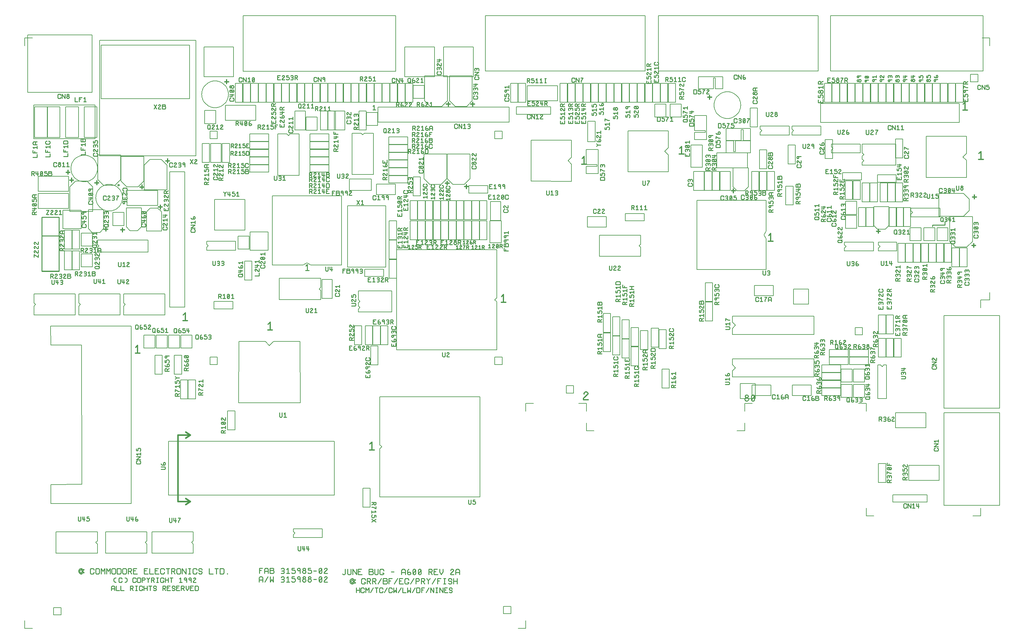
<source format=gbr>
G04 FAB 3000 Version 8.1.7 - Gerber/CAM Software*
G04 Gerber X2 Output*
%TF.GenerationSoftware,Numerical_Innovations,FAB3000,8.1.7*%
%TF.CreationDate,2019-06-14T15:02:10Z*%
%FSLAX24Y24*%
%MOIN*%
%TF.FileFunction,Legend,Top*%
%ADD11C,0.006850*%
%ADD12C,0.025689*%
%ADD13C,0.008563*%
%ADD14C,0.017126*%
%ADD15C,0.021407*%
%ADD16C,0.042815*%
%ADD17C,0.085630*%
%ADD18C,0.034252*%
%ADD19C,0.039335*%
%ADD20C,0.039281*%
%ADD21C,0.039270*%
%ADD22C,0.039350*%
%ADD23C,0.039290*%
%ADD24C,0.039300*%
%ADD25C,0.039320*%
%ADD26C,0.039400*%
%ADD27C,0.039200*%
%ADD28C,0.045139*%
%ADD29C,0.045084*%
%ADD30C,0.054570*%
%ADD31C,0.054590*%
%ADD32C,0.054580*%
%ADD33C,0.054620*%
%ADD34C,0.054640*%
%ADD35C,0.054630*%
%ADD36C,0.054560*%
%ADD37C,0.054600*%
%ADD38C,0.054700*%
%ADD39C,0.054680*%
%ADD40C,0.065485*%
%ADD41C,0.065539*%
%ADD42C,0.090983*%
%ADD43R,0.064230X0.064240*%
%ADD44R,0.064180X0.064180*%
%ADD45R,0.064240X0.064180*%
%ADD46R,0.064200X0.064180*%
%ADD47C,0.145550*%
%ADD48C,0.145620*%
%ADD49C,0.145570*%
%ADD50C,0.145560*%
%ADD51C,0.145600*%
%ADD52C,0.021809*%
%ADD53C,0.021860*%
%ADD54C,0.021870*%
%ADD55C,0.021800*%
%ADD56C,0.021820*%
%ADD57C,0.021880*%
%ADD58C,0.021790*%
%ADD59C,0.021900*%
%ADD60R,0.342500X0.342500*%
%ADD61R,0.046224X0.046220*%
%ADD62R,0.046230X0.046280*%
%ADD63R,0.046230X0.046230*%
%ADD64R,0.046280X0.046240*%
%ADD65R,0.046280X0.046220*%
%ADD66R,0.046280X0.046230*%
%ADD67R,0.046220X0.046230*%
%ADD68R,0.046220X0.046280*%
%ADD69R,0.046200X0.046280*%
%ADD70R,0.269690X0.269690*%
%ADD71R,0.068470X0.021370*%
%ADD72R,0.068470X0.021380*%
%ADD73R,0.068470X0.021430*%
%ADD74R,0.068470X0.021440*%
%ADD75R,0.068520X0.021380*%
%ADD76R,0.068520X0.021430*%
%ADD77R,0.068520X0.021420*%
%ADD78R,0.068530X0.021370*%
%ADD79R,0.068530X0.021380*%
%ADD80R,0.068530X0.021430*%
%ADD81R,0.068530X0.021440*%
%ADD82R,0.068470X0.021420*%
%ADD83R,0.068470X0.021390*%
%ADD84R,0.068470X0.021410*%
%ADD85R,0.068520X0.021440*%
%ADD86R,0.068520X0.021410*%
%ADD87R,0.068520X0.021390*%
%ADD88R,0.068520X0.021370*%
%ADD89R,0.068510X0.021370*%
%ADD90R,0.068510X0.021380*%
%ADD91R,0.068510X0.021430*%
%ADD92R,0.068510X0.021440*%
%ADD93R,0.068460X0.021370*%
%ADD94R,0.068460X0.021380*%
%ADD95R,0.068460X0.021430*%
%ADD96R,0.068460X0.021440*%
%ADD97R,0.068500X0.021370*%
%ADD98R,0.068500X0.021380*%
%ADD99R,0.068500X0.021430*%
%ADD100R,0.068500X0.021440*%
%ADD101R,0.021431X0.068530*%
%ADD102R,0.021376X0.068530*%
%ADD103R,0.021430X0.068470*%
%ADD104R,0.021375X0.068470*%
%ADD105R,0.021430X0.068520*%
%ADD106R,0.021377X0.068520*%
%ADD107R,0.021440X0.068530*%
%ADD108R,0.021440X0.068470*%
%ADD109R,0.021430X0.068510*%
%ADD110R,0.021440X0.068510*%
%ADD111R,0.021380X0.068510*%
%ADD112R,0.021370X0.068510*%
%ADD113R,0.021420X0.068530*%
%ADD114R,0.021390X0.068530*%
%ADD115R,0.021420X0.068510*%
%ADD116R,0.021390X0.068510*%
%ADD117R,0.021390X0.068520*%
%ADD118R,0.021420X0.068520*%
%ADD119R,0.021390X0.068470*%
%ADD120R,0.021370X0.068460*%
%ADD121R,0.021380X0.068460*%
%ADD122R,0.021370X0.068480*%
%ADD123R,0.021390X0.068480*%
%ADD124R,0.021430X0.068480*%
%ADD125R,0.021410X0.068480*%
%ADD126R,0.021380X0.068480*%
%ADD127R,0.021410X0.068520*%
%ADD128R,0.021410X0.068530*%
%ADD129R,0.021440X0.068480*%
%ADD130R,0.021430X0.068460*%
%ADD131R,0.021440X0.068460*%
%ADD132R,0.021410X0.068460*%
%ADD133R,0.021390X0.068460*%
%ADD134R,0.021440X0.068520*%
%ADD135R,0.021410X0.068510*%
%ADD136R,0.021410X0.068470*%
%ADD137R,0.021420X0.068470*%
%ADD138R,0.021500X0.068460*%
%ADD139R,0.021400X0.068460*%
%ADD140R,0.021400X0.068480*%
%ADD141R,0.021500X0.068480*%
%ADD142R,0.021400X0.068530*%
%ADD143R,0.034289X0.042800*%
%ADD144R,0.034233X0.042800*%
%ADD145R,0.034233X0.042810*%
%ADD146R,0.034290X0.042810*%
%ADD147R,0.034300X0.042810*%
%ADD148R,0.034220X0.042810*%
%ADD149R,0.034280X0.042800*%
%ADD150R,0.034280X0.042810*%
%ADD151R,0.034220X0.042820*%
%ADD152R,0.034290X0.042820*%
%ADD153R,0.034220X0.042860*%
%ADD154R,0.034300X0.042860*%
%ADD155R,0.034240X0.042860*%
%ADD156R,0.034300X0.042800*%
%ADD157R,0.034230X0.042860*%
%ADD158R,0.034200X0.042800*%
%ADD159R,0.034200X0.042810*%
%ADD160R,0.171280X0.085610*%
%ADD161R,0.171220X0.085610*%
%ADD162R,0.235510X0.205520*%
%ADD163R,0.085610X0.128410*%
%ADD164R,0.085670X0.128410*%
%ADD165R,0.085660X0.128410*%
%ADD166R,0.128410X0.085610*%
%ADD167R,0.128420X0.085610*%
%ADD168R,0.064230X0.042810*%
%ADD169R,0.064180X0.042810*%
%ADD170R,0.064230X0.042800*%
%ADD171R,0.064230X0.042820*%
%ADD172R,0.064180X0.042800*%
%ADD173R,0.064180X0.042820*%
%ADD174R,0.064180X0.042840*%
%ADD175R,0.064240X0.042800*%
%ADD176R,0.064240X0.042810*%
%ADD177R,0.064180X0.042860*%
%ADD178R,0.064240X0.042860*%
%ADD179R,0.064250X0.042860*%
%ADD180R,0.064250X0.042800*%
%ADD181R,0.064190X0.042810*%
%ADD182R,0.042805X0.064240*%
%ADD183R,0.042805X0.064180*%
%ADD184R,0.042805X0.064190*%
%ADD185R,0.042861X0.064190*%
%ADD186R,0.042861X0.064180*%
%ADD187R,0.042861X0.064240*%
%ADD188R,0.042860X0.064230*%
%ADD189R,0.042810X0.064230*%
%ADD190R,0.042820X0.064240*%
%ADD191R,0.042820X0.064180*%
%ADD192R,0.042800X0.064230*%
%ADD193R,0.042820X0.064230*%
%ADD194R,0.042800X0.064200*%
%ADD195R,0.042900X0.064240*%
%ADD196R,0.042900X0.064180*%
%ADD197R,0.042760X0.064240*%
%ADD198R,0.042760X0.064180*%
%ADD199R,0.042900X0.064230*%
%ADD200R,0.064230X0.077090*%
%ADD201R,0.064240X0.077100*%
%ADD202R,0.064230X0.077100*%
%ADD203R,0.064180X0.077040*%
%ADD204R,0.064230X0.077040*%
%ADD205R,0.077100X0.064240*%
%ADD206R,0.077100X0.064180*%
%ADD207R,0.077100X0.064190*%
%ADD208R,0.077090X0.064240*%
%ADD209R,0.077090X0.064190*%
%ADD210R,0.077040X0.064240*%
%ADD211R,0.077040X0.064180*%
%ADD212R,0.077030X0.064180*%
%ADD213R,0.077030X0.064240*%
%ADD214R,0.107040X0.064240*%
%ADD215R,0.107040X0.064230*%
%ADD216R,0.064230X0.107040*%
%ADD217R,0.080513X0.106990*%
%ADD218R,0.080512X0.107040*%
%ADD219R,0.080460X0.107040*%
%ADD220R,0.080510X0.107050*%
%ADD221R,0.080520X0.107050*%
%ADD222R,0.080500X0.107040*%
%ADD223R,0.080600X0.107050*%
%ADD224R,0.080500X0.107050*%
%ADD225R,0.080400X0.107040*%
%ADD226R,0.081320X0.064230*%
%ADD227R,0.094190X0.059890*%
%ADD228R,0.094190X0.059910*%
%ADD229R,0.094180X0.059960*%
%ADD230R,0.094180X0.059940*%
%ADD231R,0.059940X0.094180*%
%ADD232R,0.059900X0.094180*%
%ADD233R,0.059960X0.094180*%
%ADD234R,0.059900X0.094200*%
%ADD235R,0.059960X0.094200*%
%ADD236R,0.042810X0.098470*%
%ADD237R,0.042810X0.098420*%
%ADD238R,0.042800X0.098420*%
%ADD239R,0.042860X0.098480*%
%ADD240R,0.042800X0.098470*%
%ADD241R,0.042860X0.098420*%
%ADD242R,0.042860X0.098470*%
%ADD243R,0.124200X0.042800*%
%ADD244R,0.042806X0.124120*%
%ADD245R,0.042806X0.124190*%
%ADD246R,0.042800X0.124140*%
%ADD247R,0.042810X0.124140*%
%ADD248R,0.042810X0.124130*%
%ADD249R,0.042810X0.124180*%
%ADD250R,0.042800X0.124130*%
%ADD251R,0.042800X0.124180*%
%ADD253C,0.012844*%
%LPD*%
D13*
X67665Y69763D02*
G01X67736Y69692D01*
X67665Y69857D02*
G01Y69763D01*
X67736Y69927D02*
G01X67665Y69857D01*
Y69339D02*
G01X68135D01*
X67783Y69221D02*
G01X67665Y69339D01*
Y68750D02*
G01X67830D01*
X67665Y68962D02*
G01Y68750D01*
D11*
X70708Y53459D02*
G01X66127D01*
Y55813D02*
G01X70708D01*
X67711Y72637D02*
G01X66897D01*
Y70539D02*
G01X67711D01*
X71188Y80150D02*
G01X53488D01*
Y73986D02*
G01X71188D01*
D13*
X75405Y69919D02*
G01X75876D01*
X75523Y69801D02*
G01X75405Y69919D01*
Y69566D02*
G01X75640Y69425D01*
X75570Y69071D02*
G01X75640Y69142D01*
X75570Y68860D02*
G01Y69071D01*
X75405Y68860D02*
G01X75570D01*
X75805Y68648D02*
G01X75546D01*
X75476Y68365D02*
G01X75805D01*
X75546Y68648D02*
G01X75476D01*
D253*
X74968Y64788D02*
G01X75482D01*
D11*
X78826Y70219D02*
G01X78834Y70373D01*
X81772D02*
G01X81780Y70219D01*
D13*
X80902Y67714D02*
G01X80761D01*
X81020Y67786D02*
G01X80902Y67714D01*
X80738Y68021D02*
G01X80949D01*
Y68185D02*
G01X80738D01*
D253*
X80750Y60720D02*
G01X81178D01*
D11*
X76916Y59666D02*
G01X84580D01*
X80170Y66259D02*
G01X80984D01*
X82867Y64932D02*
G01X80170D01*
X81840Y66302D02*
G01X80170D01*
Y67629D02*
G01X82867D01*
X82525Y64932D02*
G01X79142D01*
Y63262D02*
G01X82525D01*
X81042Y68939D02*
G01X80904Y68869D01*
D02*
G01X80759Y68814D01*
D13*
X79819Y67714D02*
G01X79749Y67786D01*
X79960Y67714D02*
G01X79819D01*
X79796Y68021D02*
G01X80007D01*
X79796Y68185D02*
G01Y68021D01*
X80007Y68185D02*
G01X79796D01*
X79815Y59705D02*
G01X79886Y59776D01*
X79626Y59705D02*
G01X79815D01*
Y60176D02*
G01X79626D01*
X79886Y60105D02*
G01X79815Y60176D01*
D11*
X80641Y62877D02*
G01X79485D01*
Y60779D02*
G01X80641D01*
X79846Y68814D02*
G01X79702Y68869D01*
X90368Y80150D02*
G01X72669D01*
Y73986D02*
G01X90368D01*
D13*
X9166Y53904D02*
G01X9449D01*
X9426Y54258D02*
G01X9166Y53999D01*
X9260Y54375D02*
G01X9354D01*
X9190Y54305D02*
G01X9260Y54375D01*
D11*
X9997Y58425D02*
G01X7471D01*
X8100Y61807D02*
G01X9367D01*
X9949Y53731D02*
G01X8717D01*
X9949Y56042D02*
G01X8717D01*
Y54600D02*
G01X9949D01*
X9366Y61754D02*
G01X9213Y61730D01*
D13*
X21454Y64217D02*
G01X21525Y64147D01*
X21360Y64217D02*
G01X21454D01*
X21290Y64147D02*
G01X21360Y64217D01*
D253*
X18292Y63829D02*
G01Y64257D01*
D11*
X16321Y64204D02*
G01X17588D01*
X23055Y65959D02*
G01Y63861D01*
X24211D02*
G01Y65959D01*
X22113D02*
G01Y63861D01*
X22926D02*
G01Y65959D01*
X24340D02*
G01Y63861D01*
X25153D02*
G01Y65959D01*
X10047Y64295D02*
G01X10157Y64186D01*
X7961D02*
G01X8071Y64295D01*
X38597Y72637D02*
G01X37783D01*
X26665Y73969D02*
G01X43568D01*
Y80133D02*
G01X26665D01*
D253*
X24619Y72804D02*
G01X25047D01*
D11*
X25607Y76661D02*
G01X22310D01*
Y73365D02*
G01X25607D01*
X25017Y71263D02*
G01X24992Y71110D01*
X25025Y71417D02*
G01X25017Y71263D01*
X24992Y71724D02*
G01X25017Y71571D01*
D02*
G01X25025Y71417D01*
X10767Y64589D02*
G01X21428D01*
D13*
X23663Y67556D02*
G01X23946D01*
X23804Y68027D02*
G01Y67556D01*
X23686Y67909D02*
G01X23804Y68027D01*
D11*
X23800Y67329D02*
G01X22987D01*
X23800Y66515D02*
G01Y67329D01*
X22987Y66515D02*
G01X23800D01*
X24211Y65959D02*
G01X23055D01*
X23855Y69973D02*
G01X23702Y69949D01*
X2808Y77996D02*
G01Y71635D01*
X9915D02*
G01Y77996D01*
X22198Y72018D02*
G01X22268Y72156D01*
X22143Y71873D02*
G01X22198Y72018D01*
X24897D02*
G01X24953Y71873D01*
X24827Y72156D02*
G01X24897Y72018D01*
X2462Y77654D02*
G01Y76798D01*
Y77654D02*
G01X3318D01*
X21428Y77389D02*
G01X10767D01*
X20735Y76884D02*
G01X10930D01*
X22310Y76661D02*
G01Y73365D01*
X9915Y77996D02*
G01X2808D01*
X23240Y72861D02*
G01X23394Y72886D01*
X23091Y72822D02*
G01X23240Y72861D01*
X22947Y72766D02*
G01X23091Y72822D01*
X22268Y72156D02*
G01X22353Y72285D01*
D02*
G01X22450Y72405D01*
D02*
G01X22559Y72515D01*
D02*
G01X22679Y72612D01*
D02*
G01X22809Y72696D01*
D02*
G01X22947Y72766D01*
X23548Y72894D02*
G01X23702Y72886D01*
X23394D02*
G01X23548Y72894D01*
D253*
X24833Y72590D02*
G01Y73018D01*
D11*
X24743Y72285D02*
G01X24827Y72156D01*
X24645Y72405D02*
G01X24743Y72285D01*
X24536Y72515D02*
G01X24645Y72405D01*
X24416Y72612D02*
G01X24536Y72515D01*
X24287Y72696D02*
G01X24416Y72612D01*
X24149Y72766D02*
G01X24287Y72696D01*
X24004Y72822D02*
G01X24149Y72766D01*
X23855Y72861D02*
G01X24004Y72822D01*
X23702Y72886D02*
G01X23855Y72861D01*
X10511Y55265D02*
G01X16119D01*
Y53938D02*
G01X10511D01*
X11183Y61336D02*
G01X10553Y61965D01*
X9526Y58639D02*
G01X11195D01*
Y56528D02*
G01X10780Y56113D01*
X11078Y61241D02*
G01X11215Y61311D01*
X10948Y61157D02*
G01X11078Y61241D01*
Y58682D02*
G01X10948Y58767D01*
X11215Y58612D02*
G01X11078Y58682D01*
X12450Y61336D02*
G01X11183D01*
X13080Y61965D02*
G01X12450Y61336D01*
X13446Y58324D02*
G01X12215D01*
Y56882D02*
G01X13446D01*
X12555Y58682D02*
G01X12418Y58612D01*
Y61311D02*
G01X12555Y61241D01*
D13*
X12846Y60180D02*
G01X12705Y59944D01*
X18354Y59966D02*
G01Y60249D01*
X18001Y60225D02*
G01X18260Y59966D01*
X17883Y60060D02*
G01Y60154D01*
X25911Y60120D02*
G01X26194D01*
X26052Y60591D02*
G01Y60120D01*
X25487D02*
G01X25417Y60191D01*
X25628Y60120D02*
G01X25487D01*
X25747Y60191D02*
G01X25628Y60120D01*
X25157D02*
G01Y60591D01*
X24639Y60426D02*
G01Y60120D01*
D11*
X13807Y60779D02*
G01Y59110D01*
X17190D02*
G01Y60779D01*
X13286Y60116D02*
G01X13293Y59962D01*
X13261Y60269D02*
G01X13286Y60116D01*
D13*
X9588Y60705D02*
G01X9517Y60775D01*
X9658Y60705D02*
G01X9588D01*
X9729Y60775D02*
G01X9658Y60705D01*
D11*
X9997Y61177D02*
G01Y58425D01*
X10537Y60701D02*
G01X10622Y60830D01*
X10467Y60563D02*
G01X10537Y60701D01*
D13*
X20973Y57597D02*
G01X21256D01*
X20855Y57714D02*
G01X20973Y57597D01*
X20855Y57243D02*
G01X21326D01*
X20973Y57126D02*
G01X20855Y57243D01*
X21326Y56937D02*
G01X20855D01*
Y56608D02*
G01X21326Y56937D01*
Y56608D02*
G01X20855D01*
X20926Y56137D02*
G01X21256D01*
X20996Y56467D02*
G01X20926D01*
D11*
X7000Y70026D02*
G01Y66644D01*
X8413D02*
G01Y70026D01*
X4945D02*
G01Y66644D01*
X6357D02*
G01Y70026D01*
X9055D02*
G01Y66644D01*
X10468D02*
G01Y70026D01*
X3574D02*
G01Y66644D01*
X4988D02*
G01Y70026D01*
X3446Y70222D02*
G01Y66499D01*
X10253D02*
G01Y70222D01*
D13*
X8978Y70608D02*
G01X9260D01*
X8507Y70890D02*
G01X8672D01*
X8013Y70608D02*
G01X8342D01*
D11*
X8413Y70026D02*
G01X7000D01*
X6357D02*
G01X4945D01*
X10468D02*
G01X9055D01*
X4988D02*
G01X3574D01*
X10253Y70222D02*
G01X3446D01*
X91131Y66387D02*
G01Y64289D01*
X106784Y66757D02*
G01Y64875D01*
X102323Y62216D02*
G01Y66757D01*
X99736Y64375D02*
G01Y66472D01*
X98923D02*
G01Y64375D01*
X91944Y64289D02*
G01Y66387D01*
X81840Y67500D02*
G01Y66302D01*
X82054D02*
G01Y67500D01*
X82867Y67629D02*
G01Y66302D01*
X64683Y37166D02*
G01X63827D01*
D253*
X64376Y37571D02*
G01X64889D01*
X64376Y37743D02*
G01Y37571D01*
X64846Y38214D02*
G01X64376Y37743D01*
X64418Y38299D02*
G01X64547Y38427D01*
X64418Y38214D02*
G01Y38299D01*
D13*
X100075Y59857D02*
G01Y59645D01*
X99839D02*
G01Y59857D01*
X100310Y59645D02*
G01X99839D01*
D11*
X103718Y57911D02*
G01Y60437D01*
X107101Y59807D02*
G01Y58540D01*
X98066Y61592D02*
G01Y59495D01*
X98880D02*
G01Y61592D01*
X97210D02*
G01Y59495D01*
X98024D02*
G01Y61592D01*
X95241D02*
G01Y59495D01*
X96054D02*
G01Y61592D01*
X96097D02*
G01Y59495D01*
X96910D02*
G01Y61592D01*
X98923D02*
G01Y59495D01*
X99736D02*
G01Y61592D01*
D13*
X42596Y63812D02*
G01Y64142D01*
X42125Y63812D02*
G01Y64095D01*
D11*
X41080Y67115D02*
G01Y62534D01*
X38725D02*
G01Y67115D01*
X49258Y62051D02*
G01Y64803D01*
X46689Y62051D02*
G01Y64803D01*
X49215D02*
G01Y62051D01*
X42792Y64118D02*
G01Y63305D01*
X44891D02*
G01Y64118D01*
X36156Y63648D02*
G01Y64461D01*
X43521Y61464D02*
G01X41423D01*
Y60308D02*
G01X43521D01*
X43649Y57398D02*
G01X42835D01*
Y55300D02*
G01X43649D01*
X44891Y62406D02*
G01X42792D01*
Y61592D02*
G01X44891D01*
Y63262D02*
G01X42792D01*
Y62449D02*
G01X44891D01*
X42792Y63305D02*
G01X44891D01*
X43649Y53116D02*
G01X42835D01*
X43649Y55257D02*
G01X42835D01*
Y53159D02*
G01X43649D01*
X60732Y70026D02*
G01X56922D01*
Y69212D02*
G01X60732D01*
X56279Y70539D02*
G01X57093D01*
X100636Y58810D02*
G01X103847D01*
X100815Y58318D02*
G01X100636Y58498D01*
Y58138D02*
G01X100815Y58318D01*
X103847Y57826D02*
G01X100636D01*
X101744Y56641D02*
G01X100513D01*
Y55200D02*
G01X101744D01*
X100850Y54914D02*
G01X100036D01*
D13*
X100620Y25582D02*
G01Y26053D01*
X100292D02*
G01X100620Y25582D01*
X100520Y52190D02*
G01X100661D01*
X100568Y51648D02*
G01X100661D01*
X100309Y51908D02*
G01X100568Y51648D01*
X100591Y51460D02*
G01X100661Y51390D01*
X100497Y51460D02*
G01X100591D01*
X100426Y50847D02*
G01X100661Y50989D01*
Y50706D02*
G01X100190D01*
D11*
X102306Y36121D02*
G01X98923D01*
Y34452D02*
G01X102306D01*
X103760Y30299D02*
G01X100379D01*
Y28630D02*
G01X103760D01*
X102434Y27046D02*
G01X98623D01*
Y26233D02*
G01X102434D01*
X100036Y52817D02*
G01X100850D01*
X97039Y55043D02*
G01X99051D01*
Y54058D02*
G01X97039D01*
X96525Y58981D02*
G01X98195D01*
X97780Y56456D02*
G01X96941D01*
X97210Y59495D02*
G01X98024D01*
D13*
X19515Y39692D02*
G01X19585Y39575D01*
X19279Y39621D02*
G01X19349Y39692D01*
X19279Y39410D02*
G01Y39621D01*
X19114D02*
G01Y39410D01*
X22185Y39507D02*
G01Y39790D01*
X21715Y39648D02*
G01X22185D01*
X21832Y39531D02*
G01X21715Y39648D01*
D11*
X8801Y28215D02*
G01X8759Y43638D01*
X14254Y43150D02*
G01X14275Y26051D01*
X32971Y44032D02*
G01X32992Y37223D01*
X26161Y37236D02*
G01X26182Y44032D01*
X19716Y39760D02*
G01Y37663D01*
X20529D02*
G01Y39760D01*
X20572D02*
G01Y37663D01*
X21385D02*
G01Y39760D01*
D13*
X79481Y65784D02*
G01Y65525D01*
X79010D02*
G01Y65784D01*
X79481Y65525D02*
G01X79010D01*
X78466Y65347D02*
G01X78701Y65488D01*
X78396D02*
G01X78466Y65418D01*
X78301Y65488D02*
G01X78396D01*
X78230Y65418D02*
G01X78301Y65488D01*
D11*
X76269Y65788D02*
G01Y63347D01*
X77521D02*
G01Y65788D01*
D13*
X99565Y61968D02*
G01Y62297D01*
X92244Y62209D02*
G01Y62374D01*
X92055Y62209D02*
G01Y62491D01*
X100336Y62282D02*
G01Y62211D01*
Y62400D02*
G01Y62282D01*
X100101Y62400D02*
G01Y62259D01*
X99865Y62282D02*
G01Y62400D01*
X99936Y62211D02*
G01X99865Y62282D01*
D11*
X93057Y62749D02*
G01Y61935D01*
X95155D02*
G01Y62749D01*
X96910Y62491D02*
G01Y61678D01*
X99008D02*
G01Y62491D01*
X106784Y64089D02*
G01Y62207D01*
X80855Y46824D02*
G01X89889D01*
Y44812D02*
G01X80855D01*
D253*
X20247Y47190D02*
G01Y46334D01*
D11*
X54755Y48420D02*
G01Y43099D01*
D13*
X85847Y62288D02*
G01X85894Y62336D01*
X85847Y62006D02*
G01Y62288D01*
X86318Y62006D02*
G01X85847D01*
Y61700D02*
G01X86318D01*
X85965Y61582D02*
G01X85847Y61700D01*
Y61111D02*
G01X86012D01*
X85847Y61323D02*
G01Y61111D01*
Y60805D02*
G01X85918Y60876D01*
X85847Y60711D02*
G01Y60805D01*
X85918Y60640D02*
G01X85847Y60711D01*
Y60358D02*
G01X85918Y60428D01*
X85847Y60146D02*
G01Y60358D01*
X86318Y60146D02*
G01X85847D01*
D11*
X76916Y52004D02*
G01Y59666D01*
X84580Y55402D02*
G01Y52004D01*
X99993Y52817D02*
G01Y54914D01*
X100036D02*
G01Y52817D01*
X100850D02*
G01Y54914D01*
X101748D02*
G01Y52817D01*
X102562D02*
G01Y54914D01*
X100893D02*
G01Y52817D01*
X101706D02*
G01Y54914D01*
X99180D02*
G01Y52817D01*
X102605Y54914D02*
G01Y52817D01*
X104318Y54914D02*
G01Y52817D01*
X105174Y54401D02*
G01Y52303D01*
X105988D02*
G01Y54401D01*
X106030D02*
G01Y52303D01*
X106844D02*
G01Y54401D01*
X103462Y54914D02*
G01Y52817D01*
X104275D02*
G01Y54914D01*
X103419Y52817D02*
G01Y54914D01*
X105131Y52817D02*
G01Y54914D01*
D13*
X29246Y67560D02*
G01X29529D01*
D11*
X29221Y70539D02*
G01X30034D01*
D13*
X71098Y58621D02*
G01X71380D01*
X71121Y58975D02*
G01X71239Y59092D01*
X71135Y61349D02*
G01X71205Y61420D01*
X70993Y61349D02*
G01X71135D01*
D11*
X71179Y70539D02*
G01X71992D01*
X69291Y67377D02*
G01X73752D01*
Y62828D02*
G01X69291Y62836D01*
X70322Y70539D02*
G01X71136D01*
X71179Y72637D02*
G01Y70539D01*
X71992D02*
G01Y72637D01*
X69466D02*
G01Y70539D01*
X70280D02*
G01Y72637D01*
X67754D02*
G01Y70539D01*
X68567D02*
G01Y72637D01*
X67711Y70539D02*
G01Y72637D01*
X73748D02*
G01Y70539D01*
X72891Y72637D02*
G01Y70539D01*
X73705D02*
G01Y72637D01*
X72035D02*
G01Y70539D01*
X72849D02*
G01Y72637D01*
X70322D02*
G01Y70539D01*
X71136D02*
G01Y72637D01*
X69423Y70539D02*
G01Y72637D01*
X68610D02*
G01Y70539D01*
X74561Y72637D02*
G01X73748D01*
X62573Y70539D02*
G01Y72637D01*
X61760D02*
G01Y70539D01*
X63429D02*
G01Y72637D01*
X62616D02*
G01Y70539D01*
X65142D02*
G01Y72637D01*
X64328D02*
G01Y70539D01*
X65998D02*
G01Y72637D01*
X65185D02*
G01Y70539D01*
X66854D02*
G01Y72637D01*
X66041D02*
G01Y70539D01*
X66897Y72637D02*
G01Y70539D01*
X64286D02*
G01Y72637D01*
X63472D02*
G01Y70539D01*
X97039Y72637D02*
G01Y70539D01*
X96183Y72637D02*
G01Y70539D01*
X96996D02*
G01Y72637D01*
X95326D02*
G01Y70539D01*
X96140D02*
G01Y72637D01*
X94470D02*
G01Y70539D01*
X91858D02*
G01Y72637D01*
X91045D02*
G01Y70539D01*
X93571D02*
G01Y72637D01*
X92757D02*
G01Y70539D01*
X92715D02*
G01Y72637D01*
X91901D02*
G01Y70539D01*
X94427D02*
G01Y72637D01*
X93614D02*
G01Y70539D01*
X95284D02*
G01Y72637D01*
X97895D02*
G01Y70539D01*
X97853D02*
G01Y72637D01*
D13*
X98570Y67980D02*
G01X98900Y67509D01*
D11*
X97895Y70539D02*
G01X98709D01*
X105988Y70411D02*
G01X90617D01*
Y68313D02*
G01X105988D01*
X108638Y80150D02*
G01X91734D01*
Y73986D02*
G01X108638D01*
X99565Y72637D02*
G01X98752D01*
D13*
X43572Y43496D02*
G01Y43826D01*
X43290Y43496D02*
G01Y43660D01*
X43101Y43496D02*
G01Y43778D01*
D253*
X14966Y43589D02*
G01Y42733D01*
X14753Y43375D02*
G01X14966Y43589D01*
D11*
X18394Y44741D02*
G01Y43299D01*
X19625D02*
G01Y44741D01*
X15653D02*
G01Y43299D01*
X16885D02*
G01Y44741D01*
X19764D02*
G01Y43299D01*
X20995D02*
G01Y44741D01*
X17023D02*
G01Y43299D01*
X18255D02*
G01Y44741D01*
X14254Y45737D02*
G01Y43150D01*
X29576Y43577D02*
G01X30010Y44032D01*
X29142D02*
G01X29576Y43577D01*
D13*
X66401Y46669D02*
G01Y46952D01*
X66048Y46693D02*
G01X65930Y46811D01*
D11*
X80855Y46169D02*
G01Y46824D01*
X67583Y46781D02*
G01Y44683D01*
X68396D02*
G01Y46781D01*
X66555Y47124D02*
G01Y45026D01*
X67368D02*
G01Y47124D01*
X77858Y48408D02*
G01Y46310D01*
X78671D02*
G01Y48408D01*
X71864Y43399D02*
G01X72677D01*
Y45496D02*
G01X71864D01*
X69423Y44298D02*
G01X68610D01*
Y44341D02*
G01X69423D01*
Y46438D02*
G01X68610D01*
X31789Y72637D02*
G01Y70539D01*
X32603D02*
G01Y72637D01*
X30077D02*
G01Y70539D01*
X30890D02*
G01Y72637D01*
X29221D02*
G01Y70539D01*
X30034D02*
G01Y72637D01*
X29178Y70539D02*
G01Y72637D01*
X33502D02*
G01Y70539D01*
X32646Y72637D02*
G01Y70539D01*
X33459D02*
G01Y72637D01*
X30933D02*
G01Y70539D01*
X31746D02*
G01Y72637D01*
X34358D02*
G01Y70539D01*
X34315D02*
G01Y72637D01*
X36071D02*
G01Y70539D01*
X36884D02*
G01Y72637D01*
X36927D02*
G01Y70539D01*
X37740D02*
G01Y72637D01*
X38640D02*
G01Y70539D01*
X36028D02*
G01Y72637D01*
X35171Y70539D02*
G01Y72637D01*
X35214D02*
G01Y70539D01*
X38597D02*
G01Y72637D01*
X37783D02*
G01Y70539D01*
X39496Y72637D02*
G01Y70539D01*
X39453D02*
G01Y72637D01*
X102177D02*
G01Y70539D01*
X100464Y72637D02*
G01Y70539D01*
X101278D02*
G01Y72637D01*
X98752D02*
G01Y70539D01*
X99565D02*
G01Y72637D01*
X98709Y70539D02*
G01Y72637D01*
X100422Y70539D02*
G01Y72637D01*
X99608D02*
G01Y70539D01*
X102134D02*
G01Y72637D01*
X101321D02*
G01Y70539D01*
X104746Y72637D02*
G01Y70539D01*
X105559D02*
G01Y72637D01*
X102990Y70539D02*
G01Y72637D01*
X104703Y70539D02*
G01Y72637D01*
X103890D02*
G01Y70539D01*
X103847D02*
G01Y72637D01*
X103033D02*
G01Y70539D01*
X106416D02*
G01Y72637D01*
X105602D02*
G01Y70539D01*
X40083Y67115D02*
G01X41080D01*
X41546Y69398D02*
G01X40315D01*
Y67956D02*
G01X41546D01*
X40352Y70539D02*
G01X41166D01*
D13*
X38197Y69395D02*
G01X38244D01*
X38126Y69324D02*
G01X38197Y69395D01*
X38126Y69230D02*
G01Y69324D01*
X38197Y69159D02*
G01X38126Y69230D01*
X38244Y69159D02*
G01X38197D01*
Y68947D02*
G01X38291D01*
X38126Y68877D02*
G01X38197Y68947D01*
X38126Y68759D02*
G01Y68877D01*
X38197Y68688D02*
G01X38126Y68759D01*
X38197Y68171D02*
G01X38527D01*
X38126Y68241D02*
G01X38197Y68171D01*
X38126Y68429D02*
G01Y68241D01*
X38197Y68500D02*
G01X38126Y68429D01*
X38267Y68500D02*
G01X38197D01*
D11*
X37783Y70539D02*
G01X38597D01*
D13*
X26647Y65492D02*
G01X26583Y65557D01*
X26776Y65492D02*
G01X26647D01*
X26626Y65771D02*
G01X26819D01*
X26626Y65921D02*
G01Y65771D01*
X26819Y65921D02*
G01X26626D01*
X26630Y64662D02*
G01X26566Y64726D01*
X26758Y64662D02*
G01X26630D01*
X26609Y64940D02*
G01X26801D01*
Y65090D02*
G01X26609D01*
D11*
X28064Y70197D02*
G01X24682D01*
Y68528D02*
G01X28064D01*
X26652Y70539D02*
G01X27465D01*
D13*
X43910Y67340D02*
G01Y67246D01*
X43840Y67410D02*
G01X43910Y67340D01*
X43298Y67646D02*
G01Y67175D01*
X42945Y67528D02*
G01X42686Y67269D01*
X42497Y67246D02*
G01Y67504D01*
X42215Y67576D02*
G01Y67246D01*
X3528Y58249D02*
G01X3763Y58390D01*
X3528Y58320D02*
G01Y58108D01*
X3457Y58390D02*
G01X3528Y58320D01*
X3292D02*
G01X3363Y58390D01*
X3292Y58108D02*
G01Y58320D01*
X6409Y58571D02*
G01Y58099D01*
X6056Y58453D02*
G01X5796Y58193D01*
X5585Y58453D02*
G01X5326Y58193D01*
X5137Y58571D02*
G01X4855Y58099D01*
X8852Y58355D02*
G01X9252D01*
X8781Y58284D02*
G01X8852Y58355D01*
X8922D02*
G01X8993Y58284D01*
D11*
X6700Y58553D02*
G01Y56541D01*
X8712D02*
G01Y58553D01*
X80855Y42115D02*
G01X89889D01*
X95493Y40973D02*
G01X94261D01*
X93828Y41472D02*
G01X95926D01*
X93828Y42329D02*
G01X95926D01*
Y42286D02*
G01X93828D01*
D13*
X85342Y37671D02*
G01X85530D01*
Y38142D02*
G01X85342D01*
D11*
X89889Y40103D02*
G01X80855D01*
X30676Y48664D02*
G01Y51019D01*
X35257Y50021D02*
G01X35078Y49842D01*
X36542Y48793D02*
G01Y50890D01*
X35386D02*
G01Y48793D01*
D13*
X66622Y63626D02*
G01X66692Y63556D01*
X66527Y63626D02*
G01X66622D01*
X66456Y63556D02*
G01X66527Y63626D01*
X66386D02*
G01X66456Y63556D01*
X66292Y63626D02*
G01X66386D01*
X66221Y63556D02*
G01X66292Y63626D01*
D253*
X64169Y63664D02*
G01X64683D01*
X64426Y64521D02*
G01Y63664D01*
D11*
X64671Y63648D02*
G01Y65317D01*
X65870Y63648D02*
G01X64671D01*
X65870Y63433D02*
G01Y63648D01*
X65998Y65317D02*
G01Y62620D01*
X58566Y61788D02*
G01Y66329D01*
X63027Y63661D02*
G01Y61779D01*
D13*
X56021Y70666D02*
G01X56091Y70736D01*
X55691Y70666D02*
G01X56021D01*
X55620Y70736D02*
G01X55691Y70666D01*
X52461Y64593D02*
G01Y64876D01*
Y64123D02*
G01Y64405D01*
Y63840D02*
G01Y63746D01*
Y63228D02*
G01Y63416D01*
D11*
X56114Y68318D02*
G01Y69987D01*
X54532Y67329D02*
G01Y66515D01*
X55346Y67329D02*
G01X54532D01*
X55346Y66515D02*
G01Y67329D01*
X56922Y70026D02*
G01Y69212D01*
X54532Y66515D02*
G01X55346D01*
D13*
X95716Y43433D02*
G01X95810Y43528D01*
Y43245D02*
G01X95716Y43339D01*
X95905Y43245D02*
G01X95810D01*
Y43528D02*
G01X95905D01*
X95740Y43599D02*
G01X95810Y43528D01*
Y43716D02*
G01X95740Y43645D01*
X95905Y43716D02*
G01X95810D01*
D11*
X95926Y43142D02*
G01X93828D01*
D13*
X20807Y16423D02*
G01X21166D01*
X20807Y16937D02*
G01X21115D01*
X21100Y18371D02*
G01X21190Y18282D01*
X21100Y18791D02*
G01Y18371D01*
X21190Y18881D02*
G01X21100Y18791D01*
D11*
X21128Y20582D02*
G01X16547D01*
X20949Y21760D02*
G01X21128Y21580D01*
Y21939D02*
G01X20949Y21760D01*
X16547Y22937D02*
G01X21128D01*
X20572Y37663D02*
G01X21385D01*
X36756Y32954D02*
G01X18388D01*
Y27004D02*
G01X36756D01*
X90745Y38048D02*
G01X92843D01*
Y38861D02*
G01X90745D01*
Y39760D02*
G01X92843D01*
X90745Y38904D02*
G01X92843D01*
Y39717D02*
G01X90745D01*
X20529Y39760D02*
G01X19716D01*
X19844Y42500D02*
G01X19031D01*
Y40403D02*
G01X19844D01*
D13*
X32158Y67243D02*
G01Y67432D01*
X32087Y67173D02*
G01X32158Y67243D01*
X31758Y67173D02*
G01X32087D01*
X31687Y67243D02*
G01X31758Y67173D01*
X31687Y67432D02*
G01Y67243D01*
D11*
X31862Y67029D02*
G01X32860D01*
X31682Y66850D02*
G01X31862Y67029D01*
X31502D02*
G01X31682Y66850D01*
X30505Y67029D02*
G01X31502D01*
X34059D02*
G01Y66216D01*
Y66173D02*
G01Y65360D01*
Y65317D02*
G01Y64504D01*
X32389Y67457D02*
G01X33545D01*
X33636Y67443D02*
G01X34867D01*
D13*
X30188Y67560D02*
G01Y68031D01*
X29764Y67560D02*
G01X29694Y67631D01*
X29906Y67560D02*
G01X29764D01*
X30024Y67631D02*
G01X29906Y67560D01*
X32087Y67503D02*
G01X32016D01*
X32158Y67432D02*
G01X32087Y67503D01*
X31758D02*
G01X31687Y67432D01*
X31828Y67503D02*
G01X31758D01*
D11*
X33636Y68885D02*
G01Y67443D01*
X35214Y69555D02*
G01Y67457D01*
X33545D02*
G01Y69555D01*
X32389D02*
G01Y67457D01*
X34867Y67443D02*
G01Y68885D01*
D13*
X22932Y67650D02*
G01X23027Y67556D01*
X22932D02*
G01X23003Y67627D01*
X22791Y67556D02*
G01X22932D01*
Y68027D02*
G01X22791D01*
X23003Y67956D02*
G01X22932Y68027D01*
D11*
X22947Y70068D02*
G01X22809Y70138D01*
X22926Y65959D02*
G01X22113D01*
X22405Y68183D02*
G01X23636D01*
Y69625D02*
G01X22405D01*
X93271Y55043D02*
G01X96482D01*
Y54058D02*
G01X93271D01*
X94812Y56755D02*
G01X95626D01*
Y58853D02*
G01X94812D01*
D253*
X97025Y56036D02*
G01Y56464D01*
X96811Y56250D02*
G01X97239D01*
D11*
X97039Y54730D02*
G01Y55043D01*
X97219Y54551D02*
G01X97039Y54730D01*
Y54371D02*
G01X97219Y54551D01*
X97039Y54058D02*
G01Y54371D01*
X96482Y55043D02*
G01Y54058D01*
X96525Y56871D02*
G01Y58981D01*
X96941Y56456D02*
G01X96525Y56871D01*
X95669Y58853D02*
G01Y56755D01*
X96482Y58853D02*
G01X95669D01*
X96482Y56755D02*
G01Y58853D01*
X95669Y56755D02*
G01X96482D01*
X95626D02*
G01Y58853D01*
X96097Y59495D02*
G01X96910D01*
X95241D02*
G01X96054D01*
X54053Y59538D02*
G01Y57440D01*
X55209D02*
G01Y59538D01*
X53668Y57526D02*
G01Y59624D01*
X52854D02*
G01Y57526D01*
X52811D02*
G01Y59624D01*
X80941Y61152D02*
G01Y63262D01*
X82610D02*
G01Y61152D01*
X7471Y58425D02*
G01Y61177D01*
D13*
X66264Y67076D02*
G01Y67359D01*
X65793Y67217D02*
G01X66264D01*
X65911Y67100D02*
G01X65793Y67217D01*
D11*
X65656Y66173D02*
G01Y68442D01*
X64842D02*
G01Y66173D01*
X104280Y46909D02*
G01Y36644D01*
X110445D02*
G01Y46909D01*
D13*
X79607Y68115D02*
G01Y67786D01*
X79278Y67714D02*
G01Y68185D01*
X76565Y68151D02*
G01Y67892D01*
X76094D02*
G01Y68151D01*
D11*
X76659Y67414D02*
G01Y69084D01*
X77986D02*
G01Y66387D01*
X13721Y58836D02*
G01X15391D01*
Y56725D02*
G01X14976Y56310D01*
X13807Y59110D02*
G01X17190D01*
D13*
X99338Y55925D02*
G01X99268D01*
X99456D02*
G01X99338D01*
X99456Y56160D02*
G01X99315D01*
X99338Y56396D02*
G01X99456D01*
X99268Y56326D02*
G01X99338Y56396D01*
D11*
X98923Y59495D02*
G01X99736D01*
X99008Y56755D02*
G01X99822D01*
Y58853D02*
G01X99008D01*
X99993Y54914D02*
G01X99180D01*
X9055Y66644D02*
G01X10468D01*
X3446Y66499D02*
G01X10253D01*
X9516Y64603D02*
G01X9660Y64547D01*
X9366Y64642D02*
G01X9516Y64603D01*
D13*
X103012Y56777D02*
G01Y56948D01*
X103937Y57398D02*
G01X104001Y57333D01*
X103937Y57697D02*
G01Y57398D01*
X104001Y57761D02*
G01X103937Y57697D01*
D11*
X103847Y58810D02*
G01Y57826D01*
X102562Y54914D02*
G01X101748D01*
X101706D02*
G01X100893D01*
X103419D02*
G01X102605D01*
X101744Y55200D02*
G01Y56641D01*
X103510D02*
G01Y55200D01*
X102054D02*
G01X103285D01*
D02*
G01Y56641D01*
D02*
G01X102054D01*
D02*
G01Y55200D01*
D13*
X103012Y56948D02*
G01X104382D01*
X104130Y57419D02*
G01X104215Y57333D01*
X104194Y57398D02*
G01Y57633D01*
X104130Y57333D02*
G01X104194Y57398D01*
X104001Y57333D02*
G01X104130D01*
Y57761D02*
G01X104001D01*
X104194Y57697D02*
G01X104130Y57761D01*
X104194Y57633D02*
G01Y57697D01*
D11*
X106471Y57911D02*
G01X103718D01*
X104275Y54914D02*
G01X103462D01*
X103510Y55200D02*
G01X104741D01*
Y56641D02*
G01X103510D01*
D13*
X99910Y61317D02*
G01X100310D01*
X99839Y61246D02*
G01X99910Y61317D01*
Y61081D02*
G01X99839Y61152D01*
X99981Y61081D02*
G01X99910D01*
Y60869D02*
G01X100005D01*
X99839Y60799D02*
G01X99910Y60869D01*
Y60610D02*
G01X99839Y60681D01*
X99910Y60398D02*
G01X100005D01*
X99839Y60328D02*
G01X99910Y60398D01*
Y60140D02*
G01X99839Y60210D01*
X99910Y59927D02*
G01X100005D01*
X99839Y59857D02*
G01X99910Y59927D01*
X99936Y61999D02*
G01X100030D01*
X99865Y61929D02*
G01X99936Y61999D01*
X100336Y61717D02*
G01X99865D01*
D11*
X40309Y70539D02*
G01Y72637D01*
X42065D02*
G01Y70539D01*
X42878D02*
G01Y72637D01*
X40352D02*
G01Y70539D01*
X42022D02*
G01Y72637D01*
X41209D02*
G01Y70539D01*
X42921Y72637D02*
G01Y70539D01*
X41166D02*
G01Y72637D01*
X43735Y70539D02*
G01Y72637D01*
X44591Y70539D02*
G01Y72637D01*
X43778D02*
G01Y70539D01*
X45447D02*
G01Y72637D01*
X44634D02*
G01Y70539D01*
X45482Y70966D02*
G01X46713D01*
D02*
G01Y72408D01*
X45482D02*
G01Y70966D01*
X46775Y70698D02*
G01Y73451D01*
D13*
X5375Y62406D02*
G01X5093D01*
X5445Y62477D02*
G01X5375Y62406D01*
X5445Y62618D02*
G01Y62477D01*
X4692Y62406D02*
G01X4622Y62477D01*
X4833Y62406D02*
G01X4692D01*
X4951Y62477D02*
G01X4833Y62406D01*
X4951Y62641D02*
G01Y62477D01*
X4268Y62406D02*
G01X4198Y62477D01*
X4362Y62406D02*
G01X4268D01*
X4433Y62477D02*
G01X4362Y62406D01*
X3703Y62595D02*
G01X3986D01*
X3373Y62641D02*
G01X3515Y62406D01*
X3444Y62641D02*
G01X3232D01*
D11*
X3960Y62321D02*
G01Y60651D01*
D02*
G01X7342D01*
Y62321D02*
G01X3960D01*
D253*
X7658Y61701D02*
G01Y62130D01*
X7444Y61915D02*
G01X7872D01*
D11*
X8321Y61919D02*
G01X8191Y62004D01*
X8458Y61849D02*
G01X8321Y61919D01*
X8602Y61794D02*
G01X8458Y61849D01*
X8752Y61754D02*
G01X8602Y61794D01*
X8905Y61730D02*
G01X8752Y61754D01*
X9059Y61721D02*
G01X8905Y61730D01*
X9213D02*
G01X9059Y61721D01*
X8191Y62004D02*
G01X8071Y62100D01*
D02*
G01X7961Y62210D01*
D02*
G01X7865Y62330D01*
D02*
G01X7780Y62460D01*
D02*
G01X7709Y62597D01*
X7342Y60651D02*
G01Y62321D01*
X7471Y61177D02*
G01X8100Y61807D01*
D13*
X82728Y68750D02*
G01X82587Y68515D01*
X82022Y68350D02*
G01X82258Y68680D01*
D02*
G01Y68350D01*
X82022D02*
G01Y68680D01*
X81810Y68586D02*
G01X81739Y68515D01*
X81810Y68680D02*
G01Y68586D01*
X81033Y68680D02*
G01Y68350D01*
D11*
X82825Y69898D02*
G01Y67800D01*
X83638D02*
G01Y69898D01*
X26866Y59752D02*
G01X23483D01*
Y56370D02*
G01X26866D01*
D253*
X20033Y46976D02*
G01X20247Y47190D01*
D11*
X18514Y47822D02*
G01X20190D01*
X8635Y48129D02*
G01X8455Y48309D01*
Y47950D02*
G01X8635Y48129D01*
X8455Y46952D02*
G01Y47950D01*
X8070Y49307D02*
G01Y46952D01*
X3489Y49307D02*
G01X8070D01*
X3489Y48309D02*
G01Y49307D01*
X3669Y48129D02*
G01X3489Y48309D01*
Y47950D02*
G01X3669Y48129D01*
X3489Y46952D02*
G01Y47950D01*
X8070Y46952D02*
G01X3489D01*
X8455Y48309D02*
G01Y49307D01*
X13037Y46952D02*
G01X8455D01*
Y49307D02*
G01X13037D01*
X18003D02*
G01Y46952D01*
X13422Y49307D02*
G01X18003D01*
X13422Y48309D02*
G01Y49307D01*
X13602Y48129D02*
G01X13422Y48309D01*
X13037Y49307D02*
G01Y46952D01*
X18003D02*
G01X13422D01*
D02*
G01Y47950D01*
D02*
G01X13602Y48129D01*
D13*
X23970Y52474D02*
G01X23851D01*
X24040Y52546D02*
G01X23970Y52474D01*
X24040Y52640D02*
G01Y52546D01*
X23970Y52710D02*
G01X24040Y52640D01*
X23970Y52710D02*
G01X23828D01*
X24040Y52781D02*
G01X23970Y52710D01*
X24040Y52875D02*
G01Y52781D01*
X23970Y52946D02*
G01X24040Y52875D01*
X23851Y52946D02*
G01X23970D01*
D11*
X10412Y60418D02*
G01X10467Y60563D01*
X10372Y60269D02*
G01X10412Y60418D01*
X10348Y60116D02*
G01X10372Y60269D01*
X10339Y59962D02*
G01X10348Y60116D01*
Y59807D02*
G01X10339Y59962D01*
X10948Y58767D02*
G01X10828Y58864D01*
D02*
G01X10718Y58974D01*
D02*
G01X10622Y59094D01*
D02*
G01X10537Y59224D01*
D02*
G01X10467Y59360D01*
D02*
G01X10412Y59505D01*
D02*
G01X10372Y59654D01*
D02*
G01X10348Y59807D01*
D13*
X45473Y72956D02*
G01X45402Y72885D01*
Y72815D02*
G01X45473Y72744D01*
X45402Y73098D02*
G01Y72815D01*
X45520Y73215D02*
G01X45402Y73098D01*
D11*
X47871Y76661D02*
G01X44574D01*
X45447Y72637D02*
G01X44634D01*
X44574Y73365D02*
G01X47871D01*
D13*
X39128Y48451D02*
G01Y48733D01*
X38775Y48710D02*
G01X39034Y48451D01*
X38657Y48544D02*
G01Y48639D01*
X38728Y48475D02*
G01X38657Y48544D01*
D253*
X55502Y49229D02*
G01Y48372D01*
D11*
X54532Y48643D02*
G01X54755Y48420D01*
X43135Y49649D02*
G01Y47294D01*
X39591Y48472D02*
G01X39410Y48652D01*
D253*
X108132Y64211D02*
G01X108646D01*
X108389Y65067D02*
G01Y64211D01*
D11*
X95241Y64234D02*
G01Y64559D01*
X95421Y64054D02*
G01X95241Y64234D01*
X106400Y64482D02*
G01X106784Y64089D01*
X98966Y65916D02*
G01Y63562D01*
D13*
X51626Y26081D02*
G01X51697Y26010D01*
X51626Y26481D02*
G01Y26081D01*
D11*
X52880Y26815D02*
G01X41791D01*
Y37903D02*
G01X52880D01*
D13*
X83308Y60249D02*
G01X83238Y60320D01*
D11*
X83809Y62877D02*
G01X82996D01*
Y60779D02*
G01X83809D01*
X35257Y51019D02*
G01Y50021D01*
X30676Y51019D02*
G01X35257D01*
X37570Y52517D02*
G01X34171D01*
D13*
X4366Y55749D02*
G01Y51811D01*
X6251D02*
G01Y55749D01*
X28415Y52744D02*
G01Y53027D01*
D11*
X18514Y62820D02*
G01Y47822D01*
X20190D02*
G01Y62820D01*
X8541Y51961D02*
G01Y54058D01*
X7727D02*
G01Y51961D01*
X7685D02*
G01Y54058D01*
X6871D02*
G01Y51961D01*
X9949Y52288D02*
G01Y53731D01*
X8717D02*
G01Y52288D01*
X6272Y51832D02*
G01Y57783D01*
X4345D02*
G01Y51832D01*
X37570Y60180D02*
G01Y52517D01*
X38211Y59067D02*
G01Y52260D01*
X42450D02*
G01Y59067D01*
X43649Y51019D02*
G01Y53116D01*
X42835D02*
G01Y51019D01*
X54755Y54187D02*
G01Y48866D01*
X43666Y43099D02*
G01Y54187D01*
X29906Y52517D02*
G01Y60180D01*
X2462Y12235D02*
G01X3318D01*
X2462D02*
G01Y13091D01*
X5672Y14546D02*
G01Y13733D01*
X6486Y14546D02*
G01X5672D01*
X6486Y13733D02*
G01Y14546D01*
X5672Y13733D02*
G01X6486D01*
X5929Y20582D02*
G01Y22937D01*
D02*
G01X10511D01*
Y20582D02*
G01X5929D01*
D13*
X9509Y24135D02*
G01X9367D01*
X9344Y24442D02*
G01X9556D01*
Y24606D02*
G01X9344D01*
X8783Y18881D02*
G01X8663D01*
X8783Y18402D02*
G01X8663Y18416D01*
Y18282D02*
G01X8783D01*
X8663Y18746D02*
G01X8783Y18761D01*
X9367Y24135D02*
G01X9297Y24206D01*
X9344Y24606D02*
G01Y24442D01*
X8849Y24324D02*
G01X9132D01*
X8849Y24606D02*
G01Y24324D01*
X9038Y24135D02*
G01Y24606D01*
X8783Y18611D02*
G01Y18881D01*
X8903Y18611D02*
G01X8783D01*
X9022Y18761D02*
G01X8903Y18611D01*
X9022Y18402D02*
G01X8783D01*
X8903Y18551D02*
G01X9022Y18402D01*
X8783Y18282D02*
G01Y18551D01*
D02*
G01X8903D01*
X8783Y18761D02*
G01X9022D01*
X9627Y24206D02*
G01X9509Y24135D01*
X9627Y24371D02*
G01Y24206D01*
X9556Y24442D02*
G01X9627Y24371D01*
X10131Y18701D02*
G01Y18791D01*
D02*
G01X10041Y18881D01*
D02*
G01X9801D01*
D02*
G01X9711Y18791D01*
D02*
G01Y18371D01*
D02*
G01X9801Y18282D01*
D02*
G01X10041D01*
D02*
G01X10131Y18371D01*
D02*
G01Y18461D01*
X10730Y18371D02*
G01Y18791D01*
X10641Y18282D02*
G01X10730Y18371D01*
X10401Y18282D02*
G01X10641D01*
X10311Y18371D02*
G01X10401Y18282D01*
X10311Y18791D02*
G01Y18371D01*
D11*
X10511Y22937D02*
G01Y21939D01*
D02*
G01X10330Y21760D01*
D02*
G01X10511Y21580D01*
D02*
G01Y20582D01*
D13*
X10730Y18701D02*
G01Y18791D01*
D02*
G01X10641Y18881D01*
D02*
G01X10401D01*
D02*
G01X10311Y18791D01*
X13756Y24206D02*
G01X13827Y24135D01*
X13756Y24606D02*
G01Y24206D01*
X13725Y17385D02*
G01X13571Y17334D01*
X13777Y17488D02*
G01X13725Y17385D01*
Y17796D02*
G01X13777Y17694D01*
X13571Y17848D02*
G01X13725Y17796D01*
X13728Y18371D02*
G01Y18791D01*
X13638Y18282D02*
G01X13728Y18371D01*
Y18791D02*
G01X13638Y18881D01*
X13728Y18701D02*
G01Y18791D01*
D11*
X15991Y20582D02*
G01X11410D01*
Y22937D02*
G01X15991D01*
D13*
X11510Y18282D02*
G01Y18881D01*
X11330D02*
G01Y18282D01*
X11120Y18581D02*
G01X11330Y18881D01*
X10910D02*
G01X11120Y18581D01*
X10910Y18282D02*
G01Y18881D01*
D11*
X11410Y20582D02*
G01Y22937D01*
D13*
X11719Y18581D02*
G01X11929Y18881D01*
X11510D02*
G01X11719Y18581D01*
X12586Y16423D02*
G01X12946D01*
X12708Y18881D02*
G01X13038D01*
Y18282D02*
G01X12708D01*
X15215Y17334D02*
G01X15292Y17411D01*
X15009Y17334D02*
G01X15215D01*
Y17848D02*
G01X15009D01*
X15292Y17771D02*
G01X15215Y17848D01*
X15232Y16423D02*
G01X15437D01*
X15155Y16500D02*
G01X15232Y16423D01*
Y16937D02*
G01X15155Y16860D01*
X15437Y16937D02*
G01X15232D01*
X16654Y17591D02*
G01X16808Y17334D01*
Y17668D02*
G01X16731Y17591D01*
X16808Y17771D02*
G01Y17668D01*
X16731Y17848D02*
G01X16808Y17771D01*
X16799Y16423D02*
G01X16722Y16500D01*
X16953Y16423D02*
G01X16799D01*
Y16680D02*
G01X16953D01*
X16722Y16757D02*
G01X16799Y16680D01*
Y16937D02*
G01X16722Y16860D01*
X16953Y16937D02*
G01X16799D01*
X20711Y18282D02*
G01Y18881D01*
X20321Y18282D02*
G01Y18881D01*
X19901D02*
G01X20321Y18282D01*
X19901D02*
G01Y18881D01*
X19722Y18371D02*
G01Y18791D01*
X19302D02*
G01Y18371D01*
X18912Y18581D02*
G01X19092Y18282D01*
X19002Y18581D02*
G01X18733D01*
X19092Y18671D02*
G01X19002Y18581D01*
X16904Y18282D02*
G01Y18881D01*
X17504Y18791D02*
G01Y18371D01*
X18313Y18881D02*
G01Y18282D01*
X18733D02*
G01Y18881D01*
D11*
X32992Y37223D02*
G01X26176Y37244D01*
D13*
X23528Y18881D02*
G01X23887D01*
X21603Y16423D02*
G01X21321D01*
X21680Y16500D02*
G01X21603Y16423D01*
Y16937D02*
G01X21680Y16860D01*
X21321Y16937D02*
G01X21603D01*
X39783Y16204D02*
G01X39988D01*
Y16718D02*
G01X39783D01*
X39856Y17152D02*
G01X40096D01*
X39767Y17241D02*
G01X39856Y17152D01*
Y17751D02*
G01X39767Y17661D01*
X40096Y17751D02*
G01X39856D01*
X39402Y18189D02*
G01X39822D01*
D11*
X41791Y26815D02*
G01Y32136D01*
D253*
X40663Y32009D02*
G01X41177D01*
X40920Y32865D02*
G01Y32009D01*
X40706Y32651D02*
G01X40920Y32865D01*
D11*
X41791Y32136D02*
G01X42013Y32359D01*
D02*
G01X41791Y32581D01*
D02*
G01Y37903D01*
D13*
X41427Y16718D02*
G01Y16204D01*
X41273Y16718D02*
G01X41581D01*
X41320Y18189D02*
G01X41500D01*
X43071Y16204D02*
G01X43148Y16281D01*
X42866Y16204D02*
G01X43071D01*
Y16718D02*
G01X42866D01*
X43148Y16641D02*
G01X43071Y16718D01*
X42794Y17751D02*
G01X43153D01*
X43058Y18489D02*
G01X43358D01*
X44869Y16204D02*
G01X45023Y16461D01*
X44869Y16718D02*
G01Y16204D01*
X44982Y17331D02*
G01X44862D01*
X44892Y17152D02*
G01X44982Y17241D01*
X44652Y17152D02*
G01X44892D01*
Y17751D02*
G01X44652D01*
X44982Y17661D02*
G01X44892Y17751D01*
X45006Y18789D02*
G01X44856Y18639D01*
D02*
G01Y18279D01*
D02*
G01X44946Y18189D01*
Y18459D02*
G01X44856Y18369D01*
X45177Y16204D02*
G01Y16718D01*
X45023Y16461D02*
G01X45177Y16204D01*
X45191Y17152D02*
G01X45551Y17751D01*
X44982Y17241D02*
G01Y17331D01*
Y17571D02*
G01Y17661D01*
X45456Y18699D02*
G01X45546Y18789D01*
X45456Y18279D02*
G01Y18699D01*
X45126Y18459D02*
G01X44946D01*
X45216Y18369D02*
G01X45126Y18459D01*
X45216Y18279D02*
G01Y18369D01*
X45126Y18189D02*
G01X45216Y18279D01*
X44946Y18189D02*
G01X45126D01*
X45546D02*
G01X45456Y18279D01*
X45383Y16204D02*
G01X45691Y16718D01*
X45546Y18789D02*
G01X45666D01*
Y18189D02*
G01X45546D01*
X45456Y18279D02*
G01X45755Y18699D01*
X46411Y16512D02*
G01X46590D01*
X46411Y16718D02*
G01X46719D01*
X46570Y17451D02*
G01X46750Y17152D01*
X46660Y17451D02*
G01X46390D01*
X46750Y17541D02*
G01X46660Y17451D01*
Y17751D02*
G01X46750Y17661D01*
X46390Y17751D02*
G01X46660D01*
X48440Y16718D02*
G01X48799Y16204D01*
X48440D02*
G01Y16718D01*
X48188Y17751D02*
G01X48548D01*
X48423Y18489D02*
G01X48602Y18189D01*
X38718Y17751D02*
G01X38598Y17691D01*
X38837Y17751D02*
G01X38718D01*
Y17617D02*
G01X38837Y17631D01*
X38658Y17586D02*
G01X38718Y17617D01*
Y17287D02*
G01X38658Y17317D01*
X38837Y17272D02*
G01X38718Y17287D01*
Y17152D02*
G01X38837D01*
X38598Y17211D02*
G01X38718Y17152D01*
X38508Y17331D02*
G01X38598Y17211D01*
X38478Y17451D02*
G01X38508Y17331D01*
X38658Y17317D02*
G01X38612Y17392D01*
D02*
G01X38598Y17451D01*
D02*
G01X38612Y17511D01*
D02*
G01X38658Y17586D01*
X38598Y17691D02*
G01X38508Y17571D01*
D02*
G01X38478Y17451D01*
X37963Y18789D02*
G01Y18279D01*
D02*
G01X37873Y18189D01*
D02*
G01X37753D01*
D02*
G01X37663Y18279D01*
X38233Y18789D02*
G01Y18279D01*
D02*
G01X38323Y18189D01*
D02*
G01X38503D01*
D02*
G01X38593Y18279D01*
D02*
G01Y18789D01*
X41050Y18279D02*
G01X40960Y18189D01*
X41050Y18459D02*
G01Y18279D01*
X40960Y18549D02*
G01X41050Y18459D01*
X40960Y18549D02*
G01X40601D01*
X41020Y18609D02*
G01X40960Y18549D01*
X41020Y18728D02*
G01Y18609D01*
X40960Y18789D02*
G01X41020Y18728D01*
X40601Y18789D02*
G01X40960D01*
X40601Y18189D02*
G01Y18789D01*
X40960Y18189D02*
G01X40601D01*
X41230Y18789D02*
G01Y18279D01*
D02*
G01X41320Y18189D01*
X40580Y16718D02*
G01Y16204D01*
X40399Y16461D02*
G01X40580Y16718D01*
X40220D02*
G01X40399Y16461D01*
X40220Y16204D02*
G01Y16718D01*
X40066Y16281D02*
G01Y16358D01*
X39988Y16204D02*
G01X40066Y16281D01*
Y16641D02*
G01X39988Y16718D01*
X40066Y16563D02*
G01Y16641D01*
X40186Y17331D02*
G01X40066D01*
X40186Y17241D02*
G01Y17331D01*
X40096Y17152D02*
G01X40186Y17241D01*
Y17661D02*
G01X40096Y17751D01*
X40186Y17571D02*
G01Y17661D01*
X40396Y17152D02*
G01Y17751D01*
D02*
G01X40666D01*
Y17451D02*
G01X40396D01*
X40666Y17751D02*
G01X40756Y17661D01*
Y17541D02*
G01X40666Y17451D01*
X40576D02*
G01X40756Y17152D01*
X40759Y16204D02*
G01X41067Y16718D01*
X41175Y17451D02*
G01X41355Y17152D01*
X41265Y17451D02*
G01X40996D01*
X40756Y17661D02*
G01Y17541D01*
X40996Y17152D02*
G01Y17751D01*
D02*
G01X41265D01*
D02*
G01X41355Y17661D01*
D02*
G01Y17541D01*
D02*
G01X41265Y17451D01*
X42219Y18369D02*
G01X42099D01*
X42219Y18279D02*
G01Y18369D01*
X42129Y18189D02*
G01X42219Y18279D01*
X41889Y18189D02*
G01X42129D01*
X41800Y18279D02*
G01X41889Y18189D01*
X41800Y18699D02*
G01Y18279D01*
X41889Y18789D02*
G01X41800Y18699D01*
X42129Y18789D02*
G01X41889D01*
X41500Y18189D02*
G01X41590Y18279D01*
D02*
G01Y18789D01*
X42219Y18609D02*
G01Y18699D01*
D02*
G01X42129Y18789D01*
X46411Y16204D02*
G01Y16718D01*
X46154Y16204D02*
G01X45871D01*
X46231Y16281D02*
G01X46154Y16204D01*
X46231Y16641D02*
G01Y16281D01*
X46154Y16718D02*
G01X46231Y16641D01*
X45871Y16718D02*
G01X46154D01*
X45871Y16204D02*
G01Y16718D01*
X46390Y17152D02*
G01Y17751D01*
X46060Y17451D02*
G01X45791D01*
Y17152D02*
G01Y17751D01*
D02*
G01X46060D01*
D02*
G01X46150Y17661D01*
D02*
G01Y17541D01*
D02*
G01X46060Y17451D01*
X46055Y18279D02*
G01X46355Y18699D01*
X46145Y18189D02*
G01X46055Y18279D01*
X46265Y18189D02*
G01X46145D01*
X46355Y18279D02*
G01X46265Y18189D01*
X46355Y18699D02*
G01Y18279D01*
X46265Y18789D02*
G01X46355Y18699D01*
X45666Y18789D02*
G01X45755Y18699D01*
D02*
G01Y18279D01*
D02*
G01X45666Y18189D01*
X46055Y18279D02*
G01Y18699D01*
D02*
G01X46145Y18789D01*
D02*
G01X46265D01*
X48004Y16718D02*
G01X48209D01*
X48106Y16204D02*
G01Y16718D01*
X48004Y16204D02*
G01X48209D01*
X47772D02*
G01Y16718D01*
X47413D02*
G01X47772Y16204D01*
X47413D02*
G01Y16718D01*
X46924Y16204D02*
G01X47233Y16718D01*
X48188Y17511D02*
G01X48398D01*
X48188Y17152D02*
G01Y17751D01*
X46750Y17661D02*
G01Y17541D01*
X46990Y17751D02*
G01X47169Y17541D01*
D02*
G01X47349Y17751D01*
X47169Y17541D02*
G01Y17152D01*
X47589D02*
G01X47949Y17751D01*
X48423Y18789D02*
G01Y18489D01*
X47794Y18189D02*
G01X48213D01*
X47794Y18549D02*
G01X48004D01*
X47794Y18789D02*
G01X48153D01*
X47794Y18189D02*
G01Y18789D01*
X47404Y18489D02*
G01X47584Y18189D01*
X47493Y18489D02*
G01X47224D01*
Y18189D02*
G01Y18789D01*
D02*
G01X47493D01*
D02*
G01X47584Y18699D01*
D02*
G01Y18579D01*
D02*
G01X47493Y18489D01*
X49652Y18699D02*
G01X49742Y18789D01*
X49652Y18639D02*
G01Y18699D01*
X48783Y18489D02*
G01Y18789D01*
X48602Y18189D02*
G01X48783Y18489D01*
X49742Y18789D02*
G01X49862D01*
D02*
G01X49951Y18699D01*
D02*
G01Y18639D01*
D02*
G01X49622Y18309D01*
D02*
G01Y18189D01*
D02*
G01X49981D01*
X50191D02*
G01Y18669D01*
D02*
G01X50311Y18789D01*
D02*
G01X50491D01*
D02*
G01X50611Y18669D01*
D02*
G01Y18189D01*
X50191Y18429D02*
G01X50611D01*
X49493Y16641D02*
G01Y16538D01*
X48954Y16204D02*
G01X49313D01*
X48954Y16512D02*
G01X49134D01*
X48954Y16718D02*
G01X49262D01*
X48954Y16204D02*
G01Y16718D01*
X48799Y16204D02*
G01Y16718D01*
X48848Y17152D02*
G01X49088D01*
X48968D02*
G01Y17751D01*
X48848D02*
G01X49088D01*
X49477D02*
G01X49387Y17661D01*
D02*
G01Y17541D01*
D02*
G01X49477Y17451D01*
Y17152D02*
G01X49387Y17241D01*
X49570Y16204D02*
G01X49493Y16281D01*
X49725Y16204D02*
G01X49570D01*
Y16461D02*
G01X49725D01*
X49493Y16538D02*
G01X49570Y16461D01*
Y16718D02*
G01X49493Y16641D01*
X49725Y16718D02*
G01X49570D01*
X49657Y17751D02*
G01X49477D01*
Y17451D02*
G01X49657D01*
Y17152D02*
G01X49477D01*
X49801Y16281D02*
G01X49725Y16204D01*
X49801Y16384D02*
G01Y16281D01*
X49725Y16461D02*
G01X49801Y16384D01*
Y16641D02*
G01X49725Y16718D01*
X49801Y16563D02*
G01Y16641D01*
X50376Y17152D02*
G01Y17751D01*
X49747Y17571D02*
G01Y17661D01*
D02*
G01X49657Y17751D01*
Y17451D02*
G01X49747Y17361D01*
D02*
G01Y17241D01*
D02*
G01X49657Y17152D01*
X49957D02*
G01Y17751D01*
Y17451D02*
G01X50376D01*
X12389Y17385D02*
G01X12543Y17334D01*
X12338Y17488D02*
G01X12389Y17385D01*
X12586Y16423D02*
G01Y16937D01*
X12073Y16423D02*
G01Y16834D01*
D02*
G01X12175Y16937D01*
D02*
G01X12329D01*
D02*
G01X12432Y16834D01*
D02*
G01Y16423D01*
X12073Y16628D02*
G01X12432D01*
X12338Y17694D02*
G01Y17488D01*
X12389Y17796D02*
G01X12338Y17694D01*
X12543Y17848D02*
G01X12389Y17796D01*
X12708Y18282D02*
G01Y18881D01*
X12529Y18371D02*
G01Y18791D01*
Y18701D02*
G01Y18791D01*
X11929Y18881D02*
G01Y18282D01*
X12529Y18791D02*
G01X12439Y18881D01*
D02*
G01X12199D01*
D02*
G01X12109Y18791D01*
D02*
G01Y18371D01*
D02*
G01X12199Y18282D01*
D02*
G01X12439D01*
D02*
G01X12529Y18371D01*
X14932Y17411D02*
G01X15009Y17334D01*
X14778Y17411D02*
G01Y17488D01*
X14701Y17334D02*
G01X14778Y17411D01*
X14496Y17334D02*
G01X14701D01*
X14418Y17411D02*
G01X14496Y17334D01*
X15155Y16860D02*
G01Y16500D01*
X14719Y16937D02*
G01X14924D01*
X14821Y16423D02*
G01Y16937D01*
X14719Y16423D02*
G01X14924D01*
X14307Y16680D02*
G01X14461Y16423D01*
X14153D02*
G01Y16937D01*
D02*
G01X14384D01*
D02*
G01X14461Y16860D01*
D02*
G01Y16757D01*
D02*
G01X14384Y16680D01*
D02*
G01X14153D01*
X14932Y17771D02*
G01Y17411D01*
X14418Y17771D02*
G01Y17411D01*
X14778Y17694D02*
G01Y17771D01*
X13777Y17694D02*
G01Y17488D01*
D11*
X16547Y20582D02*
G01Y22937D01*
X15991D02*
G01Y21939D01*
D02*
G01X15811Y21760D01*
D02*
G01X15991Y21580D01*
D02*
G01Y20582D01*
D13*
X16731Y17591D02*
G01X16500D01*
X15703D02*
G01X15472D01*
X15669Y16423D02*
G01Y16937D01*
X15514Y16577D02*
G01X15412D01*
X15514Y16500D02*
G01Y16577D01*
X15437Y16423D02*
G01X15514Y16500D01*
Y16860D02*
G01X15437Y16937D01*
X15514Y16782D02*
G01Y16860D01*
X15669Y16680D02*
G01X16028D01*
Y16423D02*
G01Y16937D01*
X16208D02*
G01X16516D01*
X16362D02*
G01Y16423D01*
X16722Y16860D02*
G01Y16757D01*
X16500Y17334D02*
G01Y17848D01*
X16140Y17668D02*
G01Y17334D01*
Y17668D02*
G01X16294Y17848D01*
X15986D02*
G01X16140Y17668D01*
X15780D02*
G01X15703Y17591D01*
X15780Y17771D02*
G01Y17668D01*
X15472Y17334D02*
G01Y17848D01*
X15292Y17411D02*
G01Y17771D01*
Y17694D02*
G01Y17771D01*
X16500Y17848D02*
G01X16731D01*
X15703D02*
G01X15780Y17771D01*
X15472Y17848D02*
G01X15703D01*
X15705Y18282D02*
G01Y18881D01*
D02*
G01X16065D01*
X15705Y18642D02*
G01X15915D01*
X15705Y18282D02*
G01X16125D01*
X16305D02*
G01Y18881D01*
Y18282D02*
G01X16725D01*
X20892Y17771D02*
G01Y17334D01*
X20378Y17771D02*
G01Y17334D01*
X19736Y17848D02*
G01Y17334D01*
X18709Y17848D02*
G01Y17334D01*
X18375D02*
G01Y17848D01*
X18015Y17334D02*
G01Y17848D01*
X17861Y17411D02*
G01Y17488D01*
X17784Y17334D02*
G01X17861Y17411D01*
X17501D02*
G01X17578Y17334D01*
X17501Y17771D02*
G01Y17411D01*
X17167Y17334D02*
G01Y17848D01*
X17578Y17334D02*
G01X17784D01*
X17064D02*
G01X17270D01*
X17750Y16423D02*
G01Y16937D01*
X17030Y16500D02*
G01X16953Y16423D01*
X17030Y16603D02*
G01Y16500D01*
X16953Y16680D02*
G01X17030Y16603D01*
Y16860D02*
G01X16953Y16937D01*
X17030Y16782D02*
G01Y16860D01*
X17981Y16937D02*
G01X18058Y16860D01*
X17750Y16937D02*
G01X17981D01*
X18058Y16860D02*
G01Y16757D01*
D02*
G01X17981Y16680D01*
D02*
G01X17750D01*
X17904D02*
G01X18058Y16423D01*
X19266D02*
G01X19625D01*
X18238D02*
G01X18597D01*
X19085Y16603D02*
G01Y16500D01*
D02*
G01X19008Y16423D01*
D02*
G01X18854D01*
D02*
G01X18777Y16500D01*
X20807Y16423D02*
G01Y16937D01*
X20627Y16680D02*
G01Y16937D01*
X20473Y16423D02*
G01X20627Y16680D01*
X20319D02*
G01X20473Y16423D01*
X20319Y16937D02*
G01Y16680D01*
X19959D02*
G01X20113Y16423D01*
X20036Y16680D02*
G01X19805D01*
X20113Y16757D02*
G01X20036Y16680D01*
X19805Y16423D02*
G01Y16937D01*
X18238Y16423D02*
G01Y16937D01*
X18777Y16757D02*
G01X18854Y16680D01*
D02*
G01X19008D01*
D02*
G01X19085Y16603D01*
X19266Y16423D02*
G01Y16937D01*
X19582Y17334D02*
G01X19891D01*
X20807Y16731D02*
G01X20986D01*
X20113Y16860D02*
G01Y16757D01*
X20036Y16937D02*
G01X20113Y16860D01*
X19805Y16937D02*
G01X20036D01*
X19266Y16731D02*
G01X19445D01*
X19266Y16937D02*
G01X19574D01*
X19085Y16782D02*
G01Y16860D01*
X18238Y16731D02*
G01X18417D01*
X18238Y16937D02*
G01X18546D01*
X19085Y16860D02*
G01X19008Y16937D01*
D02*
G01X18854D01*
D02*
G01X18777Y16860D01*
D02*
G01Y16757D01*
X13128Y18371D02*
G01X13038Y18282D01*
X13128Y18791D02*
G01Y18371D01*
X13038Y18881D02*
G01X13128Y18791D01*
X13100Y16423D02*
G01Y16937D01*
X13160Y17848D02*
G01X12954D01*
D02*
G01X12877Y17771D01*
D02*
G01Y17411D01*
D02*
G01X12954Y17334D01*
D02*
G01X13160D01*
X13237Y17411D02*
G01Y17488D01*
X13160Y17334D02*
G01X13237Y17411D01*
X13100Y16423D02*
G01X13460D01*
X13237Y17694D02*
G01Y17771D01*
D02*
G01X13160Y17848D01*
X13638Y18881D02*
G01X13398D01*
D02*
G01X13308Y18791D01*
D02*
G01Y18371D01*
D02*
G01X13398Y18282D01*
D02*
G01X13638D01*
X20591D02*
G01X20831D01*
X19632D02*
G01X19722Y18371D01*
X19392Y18282D02*
G01X19632D01*
X19302Y18371D02*
G01X19392Y18282D01*
X16904D02*
G01X17324D01*
X17504Y18371D02*
G01X17594Y18282D01*
D02*
G01X17834D01*
D02*
G01X17923Y18371D01*
D02*
G01Y18461D01*
X18555Y17848D02*
G01X18863D01*
X18015Y17591D02*
G01X18375D01*
X17861Y17488D02*
G01X17758D01*
X17578Y17848D02*
G01X17501Y17771D01*
X17784Y17848D02*
G01X17578D01*
X17861Y17771D02*
G01X17784Y17848D01*
X17861Y17694D02*
G01Y17771D01*
X17064Y17848D02*
G01X17270D01*
X20815D02*
G01X20892Y17771D01*
X20712Y17848D02*
G01X20815D01*
X20635Y17771D02*
G01X20712Y17848D01*
X20635Y17694D02*
G01Y17771D01*
X20712Y17617D02*
G01X20635Y17694D01*
X20815Y17617D02*
G01X20712D01*
X19608Y17719D02*
G01X19736Y17848D01*
X20378Y17694D02*
G01X20301Y17617D01*
D02*
G01X20199D01*
D02*
G01X20122Y17694D01*
D02*
G01Y17771D01*
D02*
G01X20199Y17848D01*
D02*
G01X20301D01*
D02*
G01X20378Y17771D01*
X20892Y17694D02*
G01X20815Y17617D01*
X21520Y18701D02*
G01Y18791D01*
D02*
G01X21430Y18881D01*
D02*
G01X21190D01*
Y18282D02*
G01X21430D01*
D02*
G01X21520Y18371D01*
D02*
G01Y18461D01*
X21321Y16423D02*
G01Y16937D01*
X21149Y17719D02*
G01Y17771D01*
D02*
G01X21226Y17848D01*
D02*
G01X21329D01*
D02*
G01X21406Y17771D01*
D02*
G01Y17719D01*
D02*
G01X21123Y17437D01*
D02*
G01Y17334D01*
D02*
G01X21432D01*
D11*
X21128Y21580D02*
G01Y20582D01*
Y22937D02*
G01Y21939D01*
D13*
X39222Y18189D02*
G01Y18789D01*
X38803D02*
G01X39222Y18189D01*
X38803D02*
G01Y18789D01*
X38837Y17152D02*
G01Y17421D01*
D02*
G01X38957D01*
D02*
G01X39077Y17272D01*
D02*
G01X38837D01*
Y17631D02*
G01X39077D01*
D02*
G01X38957Y17481D01*
D02*
G01X38837D01*
D02*
G01Y17751D01*
X39192Y16204D02*
G01Y16718D01*
Y16461D02*
G01X39552D01*
X39706Y16281D02*
G01X39783Y16204D01*
X39706Y16641D02*
G01Y16281D01*
X39783Y16718D02*
G01X39706Y16641D01*
X39552Y16204D02*
G01Y16718D01*
X39402Y18549D02*
G01X39612D01*
X39402Y18789D02*
G01X39761D01*
X39402Y18189D02*
G01Y18789D01*
X39767Y17661D02*
G01Y17241D01*
X42120Y16281D02*
G01Y16358D01*
X42043Y16204D02*
G01X42120Y16281D01*
X41838Y16204D02*
G01X42043D01*
X41761Y16281D02*
G01X41838Y16204D01*
X41761Y16641D02*
G01Y16281D01*
X42164Y17152D02*
G01Y17751D01*
X41595Y17152D02*
G01X41954Y17751D01*
X42120Y16563D02*
G01Y16641D01*
D02*
G01X42043Y16718D01*
D02*
G01X41838D01*
D02*
G01X41761Y16641D01*
X42300Y16204D02*
G01X42609Y16718D01*
X42164Y17751D02*
G01X42524D01*
Y17511D02*
G01X42164D01*
X42524Y17152D02*
G01X42164D01*
X42789Y16281D02*
G01X42866Y16204D01*
X42789Y16641D02*
G01Y16281D01*
X42866Y16718D02*
G01X42789Y16641D01*
X42584Y17691D02*
G01Y17571D01*
X42524Y17751D02*
G01X42584Y17691D01*
Y17571D02*
G01X42524Y17511D01*
D02*
G01X42614Y17421D01*
D02*
G01Y17241D01*
D02*
G01X42524Y17152D01*
X42794D02*
G01Y17751D01*
Y17511D02*
G01X43004D01*
X43636Y16204D02*
G01Y16718D01*
X43482Y16461D02*
G01X43636Y16204D01*
X43328D02*
G01X43482Y16461D01*
X43393Y17152D02*
G01X43753Y17751D01*
X43148Y16563D02*
G01Y16641D01*
Y16281D02*
G01Y16358D01*
X43328Y16718D02*
G01Y16204D01*
X43842D02*
G01X44150Y16718D01*
X44330Y16204D02*
G01X44689D01*
X44330D02*
G01Y16718D01*
X44197Y18429D02*
G01X44616D01*
Y18669D02*
G01Y18189D01*
X44197D02*
G01Y18669D01*
D02*
G01X44317Y18789D01*
D02*
G01X44497D01*
D02*
G01X44616Y18669D01*
X43962Y17152D02*
G01Y17751D01*
D02*
G01X44322D01*
X43962Y17511D02*
G01X44172D01*
X43962Y17152D02*
G01X44382D01*
X44652Y17751D02*
G01X44562Y17661D01*
D02*
G01Y17241D01*
D02*
G01X44652Y17152D01*
X31161Y35649D02*
G01X31443D01*
X31302Y36120D02*
G01Y35649D01*
X31184Y36002D02*
G01X31302Y36120D01*
X30972Y35720D02*
G01Y36120D01*
X30901Y35649D02*
G01X30972Y35720D01*
X30760Y35649D02*
G01X30901D01*
X30690Y35720D02*
G01X30760Y35649D01*
X30690Y36120D02*
G01Y35720D01*
D11*
X36756Y27004D02*
G01Y32954D01*
D13*
X29974Y18677D02*
G01X29614D01*
X30034Y18737D02*
G01X29974Y18677D01*
Y18917D02*
G01X30034Y18857D01*
X29614Y18917D02*
G01X29974D01*
X29315D02*
G01X29435Y18797D01*
X29135Y18917D02*
G01X29315D01*
X29015Y18797D02*
G01X29135Y18917D01*
X30034Y18857D02*
G01Y18737D01*
X30873Y18827D02*
G01X30963Y18917D01*
X32072D02*
G01Y18707D01*
X31472Y18767D02*
G01X31622Y18917D01*
X31203Y18827D02*
G01Y18707D01*
X31113Y18917D02*
G01X31203Y18827D01*
X30963Y18917D02*
G01X31113D01*
X32072Y18707D02*
G01X32342D01*
Y18917D02*
G01X32072D01*
X30064Y18587D02*
G01Y18408D01*
X29974Y18677D02*
G01X30064Y18587D01*
X29614Y18318D02*
G01Y18917D01*
X29435Y18797D02*
G01Y18318D01*
X29015D02*
G01Y18797D01*
X31203Y18707D02*
G01X31113Y18617D01*
D02*
G01X30933D01*
X31113D02*
G01X31203Y18528D01*
X35968Y18767D02*
G01X35639Y18438D01*
X35069Y18408D02*
G01X35368Y18827D01*
D02*
G01Y18408D01*
X35069D02*
G01Y18827D01*
X34470Y18617D02*
G01X34770D01*
X34230D02*
G01Y18408D01*
X34140Y18707D02*
G01X34230Y18617D01*
X31622Y18917D02*
G01Y18318D01*
X32342Y18707D02*
G01X32432Y18617D01*
D02*
G01Y18408D01*
X32971Y18737D02*
G01X32881Y18648D01*
D02*
G01X32761D01*
D02*
G01X32671Y18737D01*
X32971Y18827D02*
G01Y18318D01*
X33481Y18677D02*
G01X33600Y18557D01*
X33241D02*
G01X33361Y18677D01*
X31443Y17370D02*
G01X31802D01*
X31622Y17969D02*
G01Y17370D01*
X31472Y17820D02*
G01X31622Y17969D01*
X31443Y18318D02*
G01X31802D01*
X33271Y18827D02*
G01Y18767D01*
X33361Y18917D02*
G01X33271Y18827D01*
X33481Y18917D02*
G01X33361D01*
X33571Y18827D02*
G01X33481Y18917D01*
X33571Y18767D02*
G01Y18827D01*
X33481Y18677D02*
G01X33571Y18767D01*
X32881Y18917D02*
G01X32971Y18827D01*
X32761Y18917D02*
G01X32881D01*
X32671Y18827D02*
G01X32761Y18917D01*
X32671Y18737D02*
G01Y18827D01*
X33271Y18767D02*
G01X33361Y18677D01*
D02*
G01X33481D01*
X33870Y18917D02*
G01Y18707D01*
X34140Y18917D02*
G01X33870D01*
Y18707D02*
G01X34140D01*
X35968Y18827D02*
G01Y18767D01*
X35878Y18917D02*
G01X35968Y18827D01*
X35759Y18917D02*
G01X35878D01*
X35668Y18827D02*
G01X35759Y18917D01*
X35668Y18767D02*
G01Y18827D01*
X35279Y18917D02*
G01X35368Y18827D01*
X35069D02*
G01X35159Y18917D01*
D02*
G01X35279D01*
X24892Y18312D02*
G01Y18282D01*
X24922Y18312D02*
G01X24892D01*
X24922Y18282D02*
G01Y18312D01*
X24892Y18282D02*
G01X24922D01*
X24427D02*
G01X24097D01*
X24517Y18371D02*
G01X24427Y18282D01*
X24517Y18791D02*
G01Y18371D01*
X24427Y18881D02*
G01X24517Y18791D01*
X24097Y18881D02*
G01X24427D01*
X24097Y18282D02*
G01Y18881D01*
X23708D02*
G01Y18282D01*
X28415Y17610D02*
G01X28835D01*
Y17850D02*
G01Y17370D01*
X28715Y17969D02*
G01X28835Y17850D01*
X28446Y18318D02*
G01Y18917D01*
D02*
G01X28805D01*
X28446Y18677D02*
G01X28655D01*
X28415Y17370D02*
G01Y17850D01*
D02*
G01X28535Y17969D01*
D02*
G01X28715D01*
X29015Y18557D02*
G01X29435D01*
X30064Y18408D02*
G01X29974Y18318D01*
D02*
G01X29614D01*
X29045Y17370D02*
G01X29404Y17969D01*
X29644D02*
G01Y17370D01*
D02*
G01X29824Y17669D01*
D02*
G01X30004Y17370D01*
D02*
G01Y17969D01*
X30963Y17370D02*
G01X30873D01*
X31113D02*
G01X30963D01*
X31203Y17460D02*
G01X31113Y17370D01*
X31203Y17580D02*
G01Y17460D01*
X31113Y17669D02*
G01X31203Y17580D01*
X31113Y17669D02*
G01X30933D01*
X30963Y18318D02*
G01X30873D01*
X31113D02*
G01X30963D01*
X31203Y18408D02*
G01X31113Y18318D01*
X31203Y18528D02*
G01Y18408D01*
X30873Y17879D02*
G01X30963Y17969D01*
D02*
G01X31113D01*
D02*
G01X31203Y17879D01*
D02*
G01Y17759D01*
D02*
G01X31113Y17669D01*
X34080Y17370D02*
G01X33960D01*
Y17730D02*
G01X34080D01*
Y17969D02*
G01X33960D01*
X34080Y18318D02*
G01X33900D01*
X32761Y17969D02*
G01X32881D01*
X32671Y17879D02*
G01X32761Y17969D01*
X32671Y17789D02*
G01Y17879D01*
X32761Y17700D02*
G01X32671Y17789D01*
X32881Y17700D02*
G01X32761D01*
X32342Y17969D02*
G01X32072D01*
X32432Y18408D02*
G01X32282Y18318D01*
D02*
G01X32102D01*
D02*
G01X32012Y18408D01*
X32072Y17969D02*
G01Y17759D01*
D02*
G01X32342D01*
D02*
G01X32432Y17669D01*
D02*
G01Y17460D01*
D02*
G01X32282Y17370D01*
D02*
G01X32102D01*
D02*
G01X32012Y17460D01*
X32971Y17879D02*
G01Y17370D01*
X32881Y17969D02*
G01X32971Y17879D01*
Y17789D02*
G01X32881Y17700D01*
X33960Y17969D02*
G01X33870Y17879D01*
X33571D02*
G01X33481Y17969D01*
D02*
G01X33361D01*
D02*
G01X33271Y17879D01*
X33241Y18438D02*
G01Y18557D01*
X33361Y18318D02*
G01X33241Y18438D01*
X33481Y18318D02*
G01X33361D01*
X33600Y18438D02*
G01X33481Y18318D01*
X33600Y18557D02*
G01Y18438D01*
X33900Y18318D02*
G01X33810Y18408D01*
X33361Y17730D02*
G01X33481D01*
X33271Y17820D02*
G01X33361Y17730D01*
X33271Y17879D02*
G01Y17820D01*
X33481Y17370D02*
G01X33361D01*
D02*
G01X33241Y17490D01*
D02*
G01Y17610D01*
D02*
G01X33361Y17730D01*
X33600Y17490D02*
G01X33481Y17370D01*
X33600Y17610D02*
G01Y17490D01*
X33481Y17730D02*
G01X33600Y17610D01*
X33571Y17820D02*
G01Y17879D01*
X33481Y17730D02*
G01X33571Y17820D01*
X33870Y17879D02*
G01Y17820D01*
D02*
G01X33960Y17730D01*
Y17370D02*
G01X33840Y17490D01*
D02*
G01Y17610D01*
D02*
G01X33960Y17730D01*
X34230Y18408D02*
G01X34080Y18318D01*
Y17730D02*
G01X34170Y17820D01*
D02*
G01Y17879D01*
D02*
G01X34080Y17969D01*
Y17730D02*
G01X34200Y17610D01*
D02*
G01Y17490D01*
D02*
G01X34080Y17370D01*
X34470Y17669D02*
G01X34770D01*
X35069Y17460D02*
G01X35368Y17879D01*
X35159Y17370D02*
G01X35069Y17460D01*
X35159Y18318D02*
G01X35069Y18408D01*
Y17460D02*
G01Y17879D01*
D02*
G01X35159Y17969D01*
X35279D02*
G01X35368Y17879D01*
X35159Y17969D02*
G01X35279D01*
X35368Y18408D02*
G01X35279Y18318D01*
D02*
G01X35159D01*
X35368Y17879D02*
G01Y17460D01*
D02*
G01X35279Y17370D01*
D02*
G01X35159D01*
X35639Y18438D02*
G01Y18318D01*
D02*
G01X35998D01*
X35668Y17820D02*
G01Y17879D01*
D02*
G01X35759Y17969D01*
D02*
G01X35878D01*
D02*
G01X35968Y17879D01*
D02*
G01Y17820D01*
D02*
G01X35639Y17490D01*
D02*
G01Y17370D01*
D02*
G01X35998D01*
D11*
X51784Y64803D02*
G01Y62051D01*
X51998Y59624D02*
G01Y57526D01*
X51955D02*
G01Y59624D01*
X51142D02*
G01Y57526D01*
X51099D02*
G01Y59624D01*
D253*
X51399Y60973D02*
G01Y61401D01*
X51186Y61188D02*
G01X51614D01*
D11*
X51784Y62051D02*
G01X51155Y61421D01*
X51673Y61293D02*
G01Y60480D01*
X51955Y59624D02*
G01X51142D01*
D13*
X53817Y54385D02*
G01X54075D01*
X53839Y54707D02*
G01X53946Y54813D01*
X52739Y54266D02*
G01X52971D01*
X52855Y54651D02*
G01Y54266D01*
X52758Y54554D02*
G01X52855Y54651D01*
X52566Y54593D02*
G01Y54554D01*
X52508Y54651D02*
G01X52566Y54593D01*
X52431Y54651D02*
G01X52508D01*
D11*
X52811Y55300D02*
G01Y57398D01*
X52854D02*
G01Y55300D01*
Y57526D02*
G01X53668D01*
X52854Y55300D02*
G01X53668D01*
Y57398D02*
G01X52854D01*
D13*
X53241Y54458D02*
G01X53356Y54266D01*
X53298Y54458D02*
G01X53125D01*
D11*
X53668Y55300D02*
G01Y57398D01*
D13*
X53125Y54266D02*
G01Y54651D01*
D02*
G01X53298D01*
D02*
G01X53356Y54593D01*
D02*
G01Y54516D01*
D02*
G01X53298Y54458D01*
D253*
X78340Y70876D02*
G01Y71304D01*
D11*
X78834Y70373D02*
G01X78858Y70526D01*
D02*
G01X78898Y70675D01*
D02*
G01X78953Y70819D01*
D02*
G01X79024Y70957D01*
D02*
G01X79108Y71087D01*
D02*
G01X79205Y71207D01*
D02*
G01X79314Y71316D01*
D02*
G01X79434Y71414D01*
D253*
X78126Y71090D02*
G01X78554D01*
D13*
X71239Y59092D02*
G01Y58621D01*
X71464Y61490D02*
G01Y61349D01*
X71511Y61584D02*
G01X71464Y61490D01*
X71653Y61820D02*
G01X71511Y61584D01*
X71417Y61820D02*
G01X71653D01*
X71205Y61420D02*
G01Y61820D01*
D11*
X73752Y64710D02*
G01Y62828D01*
X73369Y65103D02*
G01X73752Y64710D01*
Y65496D02*
G01X73369Y65103D01*
D253*
X75011Y65431D02*
G01X75225Y65645D01*
D02*
G01Y64788D01*
D11*
X73752Y67377D02*
G01Y65496D01*
X83039Y38048D02*
G01X85136D01*
Y39204D02*
G01X83039D01*
D13*
X85272Y37743D02*
G01X85342Y37671D01*
X85272Y38072D02*
G01Y37743D01*
X85342Y38142D02*
G01X85272Y38072D01*
D11*
X85136Y38048D02*
G01Y39204D01*
X83039D02*
G01Y38048D01*
X83381Y37706D02*
G01Y39375D01*
X81711D02*
G01Y37706D01*
D13*
X80521Y39735D02*
G01Y40017D01*
X80050Y39876D02*
G01X80521D01*
X80168Y39759D02*
G01X80050Y39876D01*
X80451Y39546D02*
G01X80050D01*
X80521Y39476D02*
G01X80451Y39546D01*
X80521Y39335D02*
G01Y39476D01*
X80451Y39264D02*
G01X80521Y39335D01*
X80050Y39264D02*
G01X80451D01*
D11*
X83381Y39375D02*
G01X81711D01*
X82220Y34135D02*
G01Y34991D01*
Y37166D02*
G01X83076D01*
X82220Y34135D02*
G01X81363D01*
X82220Y37166D02*
G01Y36310D01*
D13*
X83057Y37423D02*
G01X82954Y37526D01*
X83193Y37423D02*
G01X83057D01*
X83296Y37526D02*
G01X83193Y37423D01*
X82509D02*
G01X82371D01*
X82646Y37560D02*
G01X82509Y37423D01*
X82646Y37697D02*
G01Y37560D01*
D11*
X81711Y37706D02*
G01X83381D01*
D13*
X82371Y37423D02*
G01X82235Y37560D01*
D02*
G01Y37697D01*
X82954Y37526D02*
G01X83296Y38005D01*
D02*
G01Y37526D01*
X82509Y37834D02*
G01X82646Y37697D01*
X82235D02*
G01X82371Y37834D01*
X82954Y37526D02*
G01Y38005D01*
X83193Y38108D02*
G01X83296Y38005D01*
X83057Y38108D02*
G01X83193D01*
X82954Y38005D02*
G01X83057Y38108D01*
X82371D02*
G01X82269Y38005D01*
X82509Y38108D02*
G01X82371D01*
X82611Y38005D02*
G01X82509Y38108D01*
X82611Y37937D02*
G01Y38005D01*
X82509Y37834D02*
G01X82611Y37937D01*
X82269Y38005D02*
G01Y37937D01*
D02*
G01X82371Y37834D01*
D02*
G01X82509D01*
X51520Y54478D02*
G01X51636Y54285D01*
X51578Y54478D02*
G01X51405D01*
X51636Y54536D02*
G01X51578Y54478D01*
X51636Y54613D02*
G01Y54536D01*
X51578Y54670D02*
G01X51636Y54613D01*
X51405Y54670D02*
G01X51578D01*
X51394Y54825D02*
G01X51626D01*
X51606Y55115D02*
G01X51394Y54902D01*
X51606Y55154D02*
G01Y55115D01*
D11*
X51142Y57526D02*
G01X51955D01*
X51142Y55300D02*
G01X51955D01*
Y57398D02*
G01X51142D01*
D13*
X51548Y55211D02*
G01X51606Y55154D01*
D11*
X51955Y55300D02*
G01Y57398D01*
X51998D02*
G01Y55300D01*
D13*
X51895Y55211D02*
G01X51799Y55115D01*
D02*
G01Y54883D01*
D02*
G01X51857Y54825D01*
D02*
G01X51972D01*
Y54999D02*
G01X51857D01*
D02*
G01X51799Y54941D01*
X51987Y54554D02*
G01X52085Y54651D01*
D02*
G01Y54266D01*
X51969D02*
G01X52200D01*
X51972Y54825D02*
G01X52030Y54883D01*
D02*
G01Y54941D01*
D02*
G01X51972Y54999D01*
X52165Y54825D02*
G01Y55211D01*
D02*
G01X52338D01*
Y55018D02*
G01X52165D01*
D11*
X51099Y55300D02*
G01Y57398D01*
X51142D02*
G01Y55300D01*
X45148D02*
G01X45961D01*
Y57398D02*
G01X45148D01*
X46818D02*
G01X46004D01*
Y55300D02*
G01X46818D01*
D13*
X45844Y54769D02*
G01Y55240D01*
X45768Y54306D02*
G01X45711Y54364D01*
X45884Y54306D02*
G01X45768D01*
X45981Y54364D02*
G01X45884Y54306D01*
X45981Y54498D02*
G01Y54364D01*
X45922Y54557D02*
G01X45981Y54498D01*
X45749Y54557D02*
G01X45922D01*
X45749Y54691D02*
G01Y54557D01*
X45922Y54691D02*
G01X45749D01*
D11*
X45961Y55300D02*
G01Y57398D01*
D13*
X45844Y54769D02*
G01X46174D01*
X45844Y55052D02*
G01X46008D01*
X45844Y55240D02*
G01X46126D01*
D11*
X46004Y57398D02*
G01Y55300D01*
D13*
X46338Y54769D02*
G01X46621D01*
X46479Y55240D02*
G01Y54769D01*
X46362Y55123D02*
G01X46479Y55240D01*
X46115Y54306D02*
G01Y54691D01*
D02*
G01X46289D01*
D02*
G01X46347Y54634D01*
D02*
G01Y54557D01*
D02*
G01X46289Y54498D01*
D02*
G01X46115D01*
X46231D02*
G01X46347Y54306D01*
D11*
X54005Y57398D02*
G01Y54957D01*
D13*
X53946Y54813D02*
G01Y54385D01*
X54267Y54707D02*
G01Y54749D01*
D02*
G01X54331Y54813D01*
D02*
G01X54417D01*
D02*
G01X54481Y54749D01*
D02*
G01Y54707D01*
D02*
G01X54246Y54471D01*
D02*
G01Y54385D01*
D02*
G01X54503D01*
D11*
X55257Y57398D02*
G01X54005D01*
X54053Y57440D02*
G01X55209D01*
X54005Y54957D02*
G01X55257D01*
D13*
X54760Y54813D02*
G01X54845D01*
X54695Y54749D02*
G01X54760Y54813D01*
X54695Y54449D02*
G01Y54749D01*
X54845Y54813D02*
G01X54910Y54749D01*
D02*
G01Y54449D01*
D02*
G01X54845Y54385D01*
D02*
G01X54760D01*
D02*
G01X54695Y54449D01*
D02*
G01X54910Y54749D01*
D11*
X46818Y57526D02*
G01Y59624D01*
X46860D02*
G01Y57526D01*
X47674Y59624D02*
G01X46860D01*
X47674Y57526D02*
G01Y59624D01*
X46860Y57526D02*
G01X47674D01*
D13*
X47554Y59831D02*
G01X47447Y59938D01*
X47016Y60938D02*
G01Y60809D01*
X46952Y61044D02*
G01X47016Y60938D01*
X46588Y60980D02*
G01Y60788D01*
X46738D02*
G01Y60980D01*
D02*
G01X46802Y61044D01*
X46588Y60788D02*
G01X46738D01*
X46695Y59932D02*
G01X46588Y60039D01*
D02*
G01X47016D01*
Y59910D02*
G01Y60167D01*
X46695Y60360D02*
G01X46652D01*
D02*
G01X46588Y60424D01*
D02*
G01Y60510D01*
D02*
G01X46652Y60574D01*
D02*
G01X46695D01*
D02*
G01X46930Y60338D01*
D02*
G01X47016D01*
D02*
G01Y60595D01*
Y60809D02*
G01X46952Y60745D01*
X47661Y60858D02*
G01Y60730D01*
X47597Y60922D02*
G01X47661Y60858D01*
X47511Y60922D02*
G01X47597D01*
X47447Y60858D02*
G01X47511Y60922D01*
X47447Y60751D02*
G01Y60858D01*
X47511Y60687D02*
G01X47447Y60751D01*
X47511Y60473D02*
G01X47554D01*
Y60259D02*
G01X47511D01*
D02*
G01X47447Y60323D01*
D02*
G01Y60409D01*
D02*
G01X47511Y60473D01*
D11*
X49429Y59624D02*
G01Y57526D01*
X50243Y59624D02*
G01X49429D01*
X50243Y57526D02*
G01Y59624D01*
X49429Y57526D02*
G01X50243D01*
X48573Y59624D02*
G01Y57526D01*
X49386Y59624D02*
G01X48573D01*
X49386Y57526D02*
G01Y59624D01*
X48573Y57526D02*
G01X49386D01*
X48530D02*
G01Y59624D01*
X50286D02*
G01Y57526D01*
D13*
X49569Y59683D02*
G01Y59940D01*
X49141Y59812D02*
G01X49569D01*
X49248Y59705D02*
G01X49141Y59812D01*
X48836Y59772D02*
G01Y60028D01*
X48515Y59793D02*
G01X48408Y59900D01*
X47875Y59809D02*
G01Y60066D01*
X49569Y61010D02*
G01Y61182D01*
X49504Y60946D02*
G01X49569Y61010D01*
X49205Y60946D02*
G01X49504D01*
X49141Y61010D02*
G01X49205Y60946D01*
X49141Y61182D02*
G01Y61010D01*
X47875Y60751D02*
G01Y60687D01*
X47789Y60237D02*
G01X47875D01*
D02*
G01Y60494D01*
X47810Y60922D02*
G01X47875Y60858D01*
D02*
G01Y60751D01*
X48408Y60714D02*
G01Y60799D01*
X48472Y60649D02*
G01X48408Y60714D01*
X48515Y60649D02*
G01X48472D01*
X48515Y60221D02*
G01X48472D01*
D02*
G01X48408Y60286D01*
D02*
G01Y60371D01*
D02*
G01X48472Y60435D01*
D02*
G01X48515D01*
X48408Y60799D02*
G01X48472Y60863D01*
D02*
G01X48515D01*
X48408Y59900D02*
G01X48836D01*
X48515Y60435D02*
G01X48750Y60200D01*
X48515Y60863D02*
G01X48750Y60628D01*
Y60200D02*
G01X48836D01*
X49248Y60133D02*
G01X49205D01*
D02*
G01X49141Y60197D01*
D02*
G01Y60283D01*
D02*
G01X49205Y60347D01*
D02*
G01X49248D01*
D02*
G01X49483Y60111D01*
D02*
G01X49569D01*
D02*
G01Y60368D01*
X49397Y60539D02*
G01X49312Y60625D01*
X49483Y60539D02*
G01X49397D01*
X49569Y60625D02*
G01X49483Y60539D01*
X48836Y60200D02*
G01Y60456D01*
X49569Y60711D02*
G01Y60625D01*
X49483Y60796D02*
G01X49569Y60711D01*
X49397Y60796D02*
G01X49483D01*
X49312Y60711D02*
G01X49397Y60796D01*
X49312Y60625D02*
G01Y60711D01*
X49248Y60561D02*
G01X49312Y60625D01*
X49205Y60561D02*
G01X49248D01*
X48836Y60628D02*
G01Y60884D01*
X48750Y60628D02*
G01X48836D01*
X49312Y60711D02*
G01X49248Y60775D01*
D02*
G01X49205D01*
D02*
G01X49141Y60711D01*
D02*
G01Y60625D01*
D02*
G01X49205Y60561D01*
X47875Y61308D02*
G01X47810Y61372D01*
X47875Y61136D02*
G01Y61308D01*
X47810Y61072D02*
G01X47875Y61136D01*
X48536Y61334D02*
G01X48472D01*
D02*
G01X48408Y61270D01*
D02*
G01Y61099D01*
D02*
G01X48472Y61034D01*
D02*
G01X48771D01*
Y61334D02*
G01X48707D01*
D11*
X49215Y62051D02*
G01X48586Y61421D01*
D13*
X48771Y61034D02*
G01X48836Y61099D01*
D02*
G01Y61270D01*
D02*
G01X48771Y61334D01*
D253*
X49264Y61353D02*
G01Y61781D01*
X49050Y61567D02*
G01X49478D01*
D13*
X49504Y61246D02*
G01X49440D01*
D11*
X49887Y61421D02*
G01X49258Y62051D01*
D13*
X49269Y61246D02*
G01X49205D01*
D02*
G01X49141Y61182D01*
X49569D02*
G01X49504Y61246D01*
X22344Y62513D02*
G01X22815D01*
X22721Y61901D02*
G01X22815D01*
X22463Y62161D02*
G01X22721Y61901D01*
X22580Y61571D02*
G01X22815Y61712D01*
Y61430D02*
G01X22344D01*
X13390Y61030D02*
G01X13319Y60959D01*
X13720Y61030D02*
G01X13390D01*
X13790Y60959D02*
G01X13720Y61030D01*
D11*
X12804Y61059D02*
G01X12914Y60950D01*
X12685Y61157D02*
G01X12804Y61059D01*
D253*
X15454Y60922D02*
G01Y61351D01*
D11*
X104703Y72637D02*
G01X103890D01*
D13*
X102702Y72826D02*
G01X102617D01*
X101647Y72824D02*
G01X101583D01*
D11*
X103847Y72637D02*
G01X103033D01*
X102134D02*
G01X101321D01*
X100422D02*
G01X99608D01*
X101278D02*
G01X100464D01*
X102990D02*
G01X102177D01*
D13*
X69108Y70071D02*
G01X69507D01*
X69036Y70000D02*
G01X69108Y70071D01*
Y69835D02*
G01X69036Y69906D01*
X69178Y69835D02*
G01X69108D01*
X69036Y69482D02*
G01X69507D01*
X69155Y69364D02*
G01X69036Y69482D01*
Y68893D02*
G01X69201D01*
D11*
X68610Y70539D02*
G01X69423D01*
D13*
X69249Y69906D02*
G01X69178Y69835D01*
X69249Y70000D02*
G01Y69906D01*
X69178Y70071D02*
G01X69249Y70000D01*
X69507Y69341D02*
G01Y69624D01*
Y68917D02*
G01X69437Y68846D01*
X69507Y69058D02*
G01Y68917D01*
X69437Y69175D02*
G01X69507Y69058D01*
X69272Y69175D02*
G01X69437D01*
X69201Y69106D02*
G01X69272Y69175D01*
X69201Y68893D02*
G01Y69106D01*
D11*
X69291Y62836D02*
G01Y67377D01*
X69466Y70539D02*
G01X70280D01*
D13*
X69952Y70015D02*
G01X70022Y70085D01*
X69952Y69920D02*
G01Y70015D01*
X70022Y69849D02*
G01X69952Y69920D01*
X70116Y68907D02*
G01Y69120D01*
X69952Y68907D02*
G01X70116D01*
X69952Y69120D02*
G01Y68907D01*
X70069Y69378D02*
G01X70022D01*
D02*
G01X69952Y69449D01*
D02*
G01Y69544D01*
D02*
G01X70022Y69614D01*
D02*
G01X70069D01*
X70352Y69849D02*
G01X70022Y70085D01*
D02*
G01X70352D01*
X70069Y69614D02*
G01X70329Y69356D01*
X70187Y69190D02*
G01X70352D01*
X70116Y69120D02*
G01X70187Y69190D01*
X70352Y69849D02*
G01X70022D01*
X70423Y69920D02*
G01X70352Y69849D01*
X70423Y70015D02*
G01Y69920D01*
X70352Y70085D02*
G01X70423Y70015D01*
X70329Y69356D02*
G01X70423D01*
X70352Y69190D02*
G01X70423Y69073D01*
D02*
G01Y68932D01*
D02*
G01X70352Y68861D01*
X70423Y69356D02*
G01Y69638D01*
X69036Y69106D02*
G01Y68893D01*
X67830Y68750D02*
G01Y68962D01*
D02*
G01X67900Y69033D01*
D02*
G01X68065D01*
D02*
G01X68135Y68916D01*
D02*
G01Y68774D01*
D02*
G01X68065Y68703D01*
X68135Y69198D02*
G01Y69480D01*
X69036Y69906D02*
G01Y70000D01*
X67947Y69669D02*
G01X67853Y69763D01*
X68041Y69669D02*
G01X67947D01*
X68135Y69763D02*
G01X68041Y69669D01*
D11*
X67754Y70539D02*
G01X68567D01*
D13*
X67853Y69857D02*
G01X67783Y69927D01*
D02*
G01X67736D01*
Y69692D02*
G01X67783D01*
D02*
G01X67853Y69763D01*
D02*
G01Y69857D01*
D02*
G01X67947Y69951D01*
D02*
G01X68041D01*
D02*
G01X68135Y69857D01*
D02*
G01Y69763D01*
D11*
X95284Y72637D02*
G01X94470D01*
X97853D02*
G01X97039D01*
X96996D02*
G01X96183D01*
D13*
X96354Y73383D02*
G01X96782D01*
X102509Y73276D02*
G01Y73469D01*
X102359Y73276D02*
G01X102509D01*
X102359Y73469D02*
G01Y73276D01*
X102424Y73062D02*
G01X102359Y72998D01*
X102466Y73062D02*
G01X102424D01*
X101519Y73252D02*
G01X101669D01*
X101519Y73445D02*
G01Y73252D01*
X101583Y73038D02*
G01X101946D01*
X101519Y72974D02*
G01X101583Y73038D01*
X101647D02*
G01X101710Y72974D01*
X101669Y73252D02*
G01Y73445D01*
D02*
G01X101733Y73509D01*
D02*
G01X101883D01*
D02*
G01X101946Y73402D01*
D02*
G01Y73273D01*
D02*
G01X101883Y73209D01*
X102574Y73533D02*
G01X102723D01*
X102509Y73469D02*
G01X102574Y73533D01*
X102531Y72998D02*
G01X102617Y73083D01*
X102531Y72998D02*
G01X102466Y73062D01*
X96782Y73254D02*
G01Y73511D01*
X98096Y73423D02*
G01X98160Y73487D01*
X98096Y73316D02*
G01Y73423D01*
X98160Y73252D02*
G01X98096Y73316D01*
X97635Y73254D02*
G01Y73511D01*
X97549Y73254D02*
G01X97635D01*
X97314Y73490D02*
G01X97549Y73254D01*
X97314Y73276D02*
G01X97271D01*
D02*
G01X97207Y73340D01*
D02*
G01Y73426D01*
D02*
G01X97271Y73490D01*
D02*
G01X97314D01*
X98310Y73423D02*
G01X98374Y73487D01*
X98310Y73423D02*
G01Y73295D01*
X98246Y73487D02*
G01X98310Y73423D01*
X98160Y73487D02*
G01X98246D01*
X98524Y73316D02*
G01Y73252D01*
Y73423D02*
G01Y73316D01*
X98460Y73487D02*
G01X98524Y73423D01*
X98374Y73487D02*
G01X98460D01*
X99341Y73328D02*
G01Y73264D01*
Y73435D02*
G01Y73328D01*
X98977Y73264D02*
G01X98912Y73328D01*
D02*
G01Y73435D01*
D02*
G01X98977Y73499D01*
D02*
G01X99063D01*
D02*
G01X99127Y73435D01*
D02*
G01Y73307D01*
Y73435D02*
G01X99191Y73499D01*
D02*
G01X99276D01*
D02*
G01X99341Y73435D01*
X63900Y69671D02*
G01X63830Y69600D01*
X62273Y69606D02*
G01Y69889D01*
X62179Y69606D02*
G01X62273D01*
X61921Y69866D02*
G01X62179Y69606D01*
X65778Y69555D02*
G01Y69837D01*
X65424Y69579D02*
G01X65307Y69696D01*
D11*
X60732Y69212D02*
G01Y70026D01*
D13*
X61968Y70360D02*
G01X62038Y70289D01*
X61873Y70360D02*
G01X61968D01*
X62273Y70077D02*
G01X61802D01*
D11*
X61760Y70539D02*
G01X62573D01*
D13*
X63665Y70307D02*
G01Y70095D01*
X63429D02*
G01Y70307D01*
X63900Y70095D02*
G01X63429D01*
X64350Y70307D02*
G01Y70095D01*
X64115D02*
G01Y70307D01*
X64586Y70095D02*
G01X64115D01*
X62929Y70307D02*
G01Y70095D01*
X62693D02*
G01Y70307D01*
X63164Y70095D02*
G01X62693D01*
X62038Y70289D02*
G01Y70077D01*
X65778Y70073D02*
G01X65706Y70003D01*
X65778Y70214D02*
G01Y70073D01*
X65471Y70050D02*
G01Y70261D01*
X65307D02*
G01Y70050D01*
X99753Y72912D02*
G01Y72998D01*
X99818Y72848D02*
G01X99753Y72912D01*
X99882Y72848D02*
G01X99818D01*
X99946Y72912D02*
G01X99882Y72848D01*
X99946Y72998D02*
G01Y72912D01*
X100738Y72860D02*
G01X100802Y72924D01*
X100695Y72860D02*
G01X100738D01*
X100631Y72924D02*
G01X100695Y72860D01*
X101059Y72924D02*
G01X100973Y72838D01*
D02*
G01X100888D01*
D02*
G01X100802Y72924D01*
X101710Y72974D02*
G01Y72888D01*
D02*
G01X101647Y72824D01*
X101583D02*
G01X101519Y72888D01*
D02*
G01Y72974D01*
X102617Y72826D02*
G01X102531Y72912D01*
X102788D02*
G01X102702Y72826D01*
X102788Y72998D02*
G01Y72912D01*
X102531D02*
G01Y72998D01*
X102466Y72848D02*
G01X102531Y72912D01*
X102424Y72848D02*
G01X102466D01*
X103369Y72998D02*
G01Y72912D01*
D02*
G01X103305Y72848D01*
D02*
G01X103241D01*
D02*
G01X103177Y72912D01*
D02*
G01Y72998D01*
X102359D02*
G01Y72912D01*
D02*
G01X102424Y72848D01*
X102617Y73083D02*
G01X102702D01*
D02*
G01X102788Y72998D01*
X102723Y73533D02*
G01X102788Y73426D01*
D02*
G01Y73297D01*
D02*
G01X102723Y73233D01*
X103541Y73276D02*
G01X103605Y73340D01*
X103283Y73276D02*
G01X103541D01*
X103177Y73383D02*
G01X103283Y73276D01*
X103241Y73062D02*
G01X103605D01*
X103177Y72998D02*
G01X103241Y73062D01*
X103305D02*
G01X103369Y72998D01*
X103605Y73340D02*
G01Y73469D01*
D02*
G01X103541Y73533D01*
D02*
G01X103476D01*
D02*
G01X103412Y73469D01*
D02*
G01Y73340D01*
D02*
G01X103476Y73276D01*
X63900Y68187D02*
G01Y68517D01*
X63429Y68187D02*
G01Y68470D01*
X64586Y68187D02*
G01Y68517D01*
X64115Y68187D02*
G01Y68470D01*
X63164Y68187D02*
G01Y68517D01*
X62693Y68187D02*
G01Y68470D01*
X62273Y68171D02*
G01Y68500D01*
X61802Y68171D02*
G01Y68453D01*
X67071Y68522D02*
G01X67213D01*
X66977Y68569D02*
G01X67071Y68522D01*
X66742Y68476D02*
G01Y68711D01*
X98096Y72888D02*
G01Y72974D01*
X98160Y72824D02*
G01X98096Y72888D01*
X98224Y72824D02*
G01X98160D01*
X97207Y72912D02*
G01Y72998D01*
X97271Y72848D02*
G01X97207Y72912D01*
X97335Y72848D02*
G01X97271D01*
X97400Y72912D02*
G01X97335Y72848D01*
X97400Y72998D02*
G01Y72912D01*
D11*
X98709Y72637D02*
G01X97895D01*
D13*
X98288Y72974D02*
G01Y72888D01*
D02*
G01X98224Y72824D01*
X98912Y72986D02*
G01Y72900D01*
D02*
G01X98977Y72836D01*
D02*
G01X99020D01*
D02*
G01X99084Y72900D01*
D02*
G01Y72986D01*
X99341D02*
G01Y72900D01*
D02*
G01X99255Y72814D01*
D02*
G01X99169D01*
D02*
G01X99084Y72900D01*
X66093Y69222D02*
G01X66257D01*
X66564Y69246D02*
G01X66493Y69175D01*
X66257Y69222D02*
G01Y69434D01*
D02*
G01X66328Y69504D01*
D02*
G01X66493D01*
D02*
G01X66564Y69387D01*
D02*
G01Y69246D01*
X66742Y68711D02*
G01X66977Y68569D01*
X63665Y70236D02*
G01X63900Y70377D01*
X63595D02*
G01X63665Y70307D01*
X63501Y70377D02*
G01X63595D01*
X63429Y70307D02*
G01X63501Y70377D01*
X64350Y70236D02*
G01X64586Y70377D01*
X64280D02*
G01X64350Y70307D01*
X64186Y70377D02*
G01X64280D01*
X64115Y70307D02*
G01X64186Y70377D01*
X62929Y70236D02*
G01X63164Y70377D01*
X62858D02*
G01X62929Y70307D01*
X62764Y70377D02*
G01X62858D01*
X62693Y70307D02*
G01X62764Y70377D01*
X62038Y70219D02*
G01X62273Y70360D01*
D11*
X63472Y70539D02*
G01X64286D01*
X62616D02*
G01X63429D01*
X64328D02*
G01X65142D01*
D13*
X66351Y70234D02*
G01X66422Y70164D01*
X66351Y70376D02*
G01Y70234D01*
X66422Y70446D02*
G01X66351Y70376D01*
D11*
X66041Y70539D02*
G01X66854D01*
X65185D02*
G01X65998D01*
D13*
X66093Y70282D02*
G01X66210Y70164D01*
D02*
G01X66493D01*
D02*
G01X66564Y70234D01*
D02*
G01Y70376D01*
D02*
G01X66493Y70446D01*
D02*
G01X66422D01*
X65471Y70261D02*
G01X65542Y70332D01*
D02*
G01X65706D01*
D02*
G01X65778Y70214D01*
X100010Y73254D02*
G01Y73511D01*
X99882Y73062D02*
G01X99946Y72998D01*
X99753D02*
G01X99818Y73062D01*
D02*
G01X100182D01*
Y73426D02*
G01X99753D01*
Y73254D02*
G01X100010D01*
X100888Y73266D02*
G01Y73523D01*
X100631Y73266D02*
G01X100888D01*
X101059Y73438D02*
G01X100631D01*
Y73010D02*
G01Y72924D01*
X100695Y73074D02*
G01X100631Y73010D01*
X100738Y73074D02*
G01X100695D01*
X100802Y73010D02*
G01X100738Y73074D01*
X100802Y72924D02*
G01Y73010D01*
D02*
G01X100888Y73095D01*
D02*
G01X100973D01*
D02*
G01X101059Y73010D01*
D02*
G01Y72924D01*
X95015Y73071D02*
G01X95101Y72986D01*
X94929Y73071D02*
G01X95015D01*
X94843Y72986D02*
G01X94929Y73071D01*
X94736Y73050D02*
G01X94672Y72986D01*
X96482Y73062D02*
G01X96547Y72998D01*
X96354D02*
G01X96418Y73062D01*
D02*
G01X96782D01*
X94843Y72986D02*
G01X94779Y73050D01*
D02*
G01X94736D01*
X97271Y73062D02*
G01X97635D01*
X97207Y72998D02*
G01X97271Y73062D01*
X97335D02*
G01X97400Y72998D01*
X99084Y72986D02*
G01X99020Y73050D01*
D02*
G01X98977D01*
D02*
G01X98912Y72986D01*
X99084D02*
G01X99169Y73071D01*
D02*
G01X99255D01*
D02*
G01X99341Y72986D01*
X98224Y73038D02*
G01X98288Y72974D01*
X98096D02*
G01X98160Y73038D01*
D02*
G01X98524D01*
X94929Y72814D02*
G01X94843Y72900D01*
X95015Y72814D02*
G01X94929D01*
X95101Y72900D02*
G01X95015Y72814D01*
X95101Y72986D02*
G01Y72900D01*
X94843D02*
G01Y72986D01*
X94779Y72836D02*
G01X94843Y72900D01*
X95513Y72864D02*
G01Y72950D01*
X94672Y72986D02*
G01Y72900D01*
D02*
G01X94736Y72836D01*
D02*
G01X94779D01*
X95577Y73014D02*
G01X95941D01*
X95513Y72950D02*
G01X95577Y73014D01*
Y72800D02*
G01X95513Y72864D01*
X95641Y72800D02*
G01X95577D01*
X95706Y72864D02*
G01X95641Y72800D01*
Y73014D02*
G01X95706Y72950D01*
D11*
X96140Y72637D02*
G01X95326D01*
D13*
X95706Y72950D02*
G01Y72864D01*
X96547Y72998D02*
G01Y72912D01*
D02*
G01X96482Y72848D01*
D02*
G01X96418D01*
D02*
G01X96354Y72912D01*
D02*
G01Y72998D01*
X94736Y73478D02*
G01X95101D01*
X95513Y73292D02*
G01Y73378D01*
X94800Y73478D02*
G01X94865Y73414D01*
D02*
G01Y73328D01*
D02*
G01X94800Y73264D01*
D02*
G01X94736D01*
D02*
G01X94672Y73328D01*
D02*
G01Y73414D01*
D02*
G01X94736Y73478D01*
X95877Y73228D02*
G01X95577Y73442D01*
D02*
G01X95877D01*
X95513Y73378D02*
G01X95577Y73442D01*
Y73228D02*
G01X95513Y73292D01*
X95877Y73228D02*
G01X95577D01*
X95941Y73292D02*
G01X95877Y73228D01*
X95941Y73378D02*
G01Y73292D01*
X95877Y73442D02*
G01X95941Y73378D01*
X96461Y73276D02*
G01X96354Y73383D01*
X60043Y73159D02*
G01X60231D01*
X60137Y72688D02*
G01Y73159D01*
X60043Y72688D02*
G01X60231D01*
D11*
X61503Y72380D02*
G01X58120D01*
D13*
X63134Y72774D02*
G01X63323D01*
X63064Y72845D02*
G01X63134Y72774D01*
D11*
X62573Y72637D02*
G01X61760D01*
X63429D02*
G01X62616D01*
X65142D02*
G01X64328D01*
X65998D02*
G01X65185D01*
X66854D02*
G01X66041D01*
X64286D02*
G01X63472D01*
D13*
X63323Y72774D02*
G01X63394Y72845D01*
X64100Y72915D02*
G01Y72774D01*
X64147Y73010D02*
G01X64100Y72915D01*
X63865Y72774D02*
G01Y73245D01*
X63064Y73175D02*
G01Y72845D01*
X63394D02*
G01Y72915D01*
X63535Y72774D02*
G01Y73245D01*
D02*
G01X63865Y72774D01*
X64288Y73245D02*
G01X64147Y73010D01*
X64053Y73245D02*
G01X64288D01*
X63134D02*
G01X63064Y73175D01*
X63323Y73245D02*
G01X63134D01*
X63394Y73175D02*
G01X63323Y73245D01*
X63394Y73104D02*
G01Y73175D01*
D11*
X77087Y73365D02*
G01X79785D01*
Y72038D02*
G01X78971D01*
X79785Y73365D02*
G01Y72038D01*
D13*
X81287Y73091D02*
G01X81359Y73162D01*
X81099Y73091D02*
G01X81287D01*
X81029Y73162D02*
G01X81099Y73091D01*
X81029Y73492D02*
G01Y73162D01*
X81099Y73562D02*
G01X81029Y73492D01*
X81287Y73562D02*
G01X81099D01*
X81359Y73492D02*
G01X81287Y73562D01*
X81359Y73421D02*
G01Y73492D01*
Y73162D02*
G01Y73232D01*
X81500Y73091D02*
G01Y73562D01*
D02*
G01X81830Y73091D01*
X82088Y73303D02*
G01X82018Y73232D01*
X82229Y73303D02*
G01X82088D01*
X82300Y73232D02*
G01X82229Y73303D01*
X82300Y73162D02*
G01Y73232D01*
X81830Y73091D02*
G01Y73562D01*
X82135D02*
G01X82018Y73445D01*
D02*
G01Y73162D01*
D02*
G01X82088Y73091D01*
D02*
G01X82229D01*
D02*
G01X82300Y73162D01*
D11*
X108359Y24701D02*
G01Y25557D01*
Y24701D02*
G01X107503D01*
D13*
X101257Y25771D02*
G01X101539D01*
X101257Y26053D02*
G01Y25771D01*
X101445Y25582D02*
G01Y26053D01*
X100786Y25582D02*
G01X101068D01*
X100927Y26053D02*
G01Y25582D01*
X100809Y25936D02*
G01X100927Y26053D01*
D11*
X103760Y28630D02*
G01Y30299D01*
X102434Y26233D02*
G01Y27046D01*
X104280Y25856D02*
G01X110445D01*
D02*
G01Y36121D01*
X104280D02*
G01Y25856D01*
D13*
X103667Y32851D02*
G01Y33134D01*
X103597Y32216D02*
G01X103526D01*
X103667Y32145D02*
G01X103597Y32216D01*
X103667Y31956D02*
G01Y32145D01*
X103597Y31886D02*
G01X103667Y31956D01*
X103267Y31886D02*
G01X103597D01*
X103196Y31956D02*
G01X103267Y31886D01*
X103196Y32145D02*
G01Y31956D01*
X103267Y32216D02*
G01X103196Y32145D01*
X103338Y32216D02*
G01X103267D01*
X103667Y32357D02*
G01X103196D01*
D02*
G01X103667Y32687D01*
D02*
G01X103196D01*
X103314Y32875D02*
G01X103196Y32992D01*
D02*
G01X103667D01*
D11*
X102306Y34452D02*
G01Y36121D01*
X104280Y36644D02*
G01X110445D01*
Y36121D02*
G01X104280D01*
X110445Y46909D02*
G01X104280D01*
D13*
X103375Y41291D02*
G01X103303D01*
X103445Y41220D02*
G01X103375Y41291D01*
X103445Y41032D02*
G01Y41220D01*
X103375Y40961D02*
G01X103445Y41032D01*
X103045Y40961D02*
G01X103375D01*
X102974Y41032D02*
G01X103045Y40961D01*
X102974Y41220D02*
G01Y41032D01*
X103045Y41291D02*
G01X102974Y41220D01*
X103115Y41291D02*
G01X103045D01*
X103445Y41432D02*
G01X102974D01*
D02*
G01X103445Y41762D01*
Y41927D02*
G01Y42209D01*
X103350Y41927D02*
G01X103445D01*
X103092Y42186D02*
G01X103350Y41927D01*
X103445Y41762D02*
G01X102974D01*
X103092Y41951D02*
G01X103045D01*
D02*
G01X102974Y42021D01*
D02*
G01Y42115D01*
D02*
G01X103045Y42186D01*
D02*
G01X103092D01*
X31745Y73094D02*
G01X31627Y73023D01*
X31674Y73329D02*
G01X31745Y73258D01*
X31462Y73329D02*
G01X31674D01*
Y73493D02*
G01X31462D01*
D11*
X31746Y72637D02*
G01X30933D01*
X35171D02*
G01X34358D01*
D13*
X34810Y73243D02*
G01X34739Y73313D01*
D02*
G01X34551D01*
Y72842D02*
G01X34739D01*
D02*
G01X34810Y72913D01*
X35705Y73243D02*
G01Y72842D01*
X35634Y73313D02*
G01X35705Y73243D01*
X35540Y73313D02*
G01X35634D01*
X35470Y73243D02*
G01X35540Y73313D01*
X35470Y73172D02*
G01Y73243D01*
X35540Y73102D02*
G01X35470Y73172D01*
X35634Y73102D02*
G01X35540D01*
X35705Y73172D02*
G01X35634Y73102D01*
X35281Y72842D02*
G01Y73313D01*
X34952D02*
G01X35281Y72842D01*
X34810Y73172D02*
G01Y73243D01*
D11*
X36884Y72637D02*
G01X36071D01*
X37740D02*
G01X36927D01*
X36028D02*
G01X35214D01*
D13*
X34810Y72913D02*
G01Y72984D01*
X34952Y72842D02*
G01Y73313D01*
X106521Y72834D02*
G01X106615D01*
X106450Y72764D02*
G01X106521Y72834D01*
X106450Y72552D02*
G01Y72764D01*
Y72105D02*
G01Y72340D01*
Y71798D02*
G01X106521Y71869D01*
X106450Y71704D02*
G01Y71798D01*
X106521Y71634D02*
G01X106450Y71704D01*
X106591Y71634D02*
G01X106521D01*
D11*
X105559Y72637D02*
G01X104746D01*
X106416D02*
G01X105602D01*
D13*
X106686Y72693D02*
G01X106921Y72834D01*
X106686Y72764D02*
G01Y72552D01*
X106615Y72834D02*
G01X106686Y72764D01*
X106921Y72552D02*
G01X106450D01*
X106686Y72199D02*
G01X106780Y72152D01*
X106450Y72340D02*
G01X106686Y72199D01*
X106521Y71869D02*
G01X106921D01*
X106662Y71704D02*
G01X106591Y71634D01*
X106662Y71798D02*
G01Y71704D01*
X106591Y71869D02*
G01X106662Y71798D01*
D11*
X108638Y73986D02*
G01Y80150D01*
X109370Y77654D02*
G01X108514D01*
X109370D02*
G01Y76798D01*
D13*
X106780Y72152D02*
G01X106921D01*
D11*
X107228Y73621D02*
G01Y72808D01*
X108043Y73621D02*
G01X107228D01*
X108043Y72808D02*
G01Y73621D01*
X107228Y72808D02*
G01X108043D01*
D13*
X108082Y72432D02*
G01X108011Y72361D01*
D02*
G01Y72032D01*
D02*
G01X108082Y71961D01*
X108270Y72432D02*
G01X108082D01*
Y71961D02*
G01X108270D01*
X109023D02*
G01X108953Y72032D01*
X109164Y71961D02*
G01X109023D01*
X109283Y72032D02*
G01X109164Y71961D01*
X109283Y72196D02*
G01Y72032D01*
X109212Y72267D02*
G01X109283Y72196D01*
X109000Y72267D02*
G01X109212D01*
X109000Y72432D02*
G01Y72267D01*
X108812Y71961D02*
G01Y72432D01*
X108482D02*
G01X108812Y71961D01*
X108341Y72290D02*
G01Y72361D01*
D02*
G01X108270Y72432D01*
Y71961D02*
G01X108341Y72032D01*
D02*
G01Y72102D01*
X108482Y71961D02*
G01Y72432D01*
X109212D02*
G01X109000D01*
D11*
X5364Y28173D02*
G01X8801Y28215D01*
X5364Y26051D02*
G01Y28173D01*
X14275Y26051D02*
G01X5364D01*
D13*
X17671Y30350D02*
G01X17954D01*
X17553Y30467D02*
G01X17671Y30350D01*
X17954Y30137D02*
G01X17553D01*
Y29855D02*
G01X17954D01*
X14975Y30790D02*
G01X14904D01*
D02*
G01X14833Y30720D01*
D02*
G01Y30531D01*
D02*
G01X14904Y30460D01*
D02*
G01X15234D01*
D02*
G01X15304Y30531D01*
D02*
G01Y30720D01*
D02*
G01X15234Y30790D01*
D02*
G01X15163D01*
X15304Y30931D02*
G01X14833D01*
D02*
G01X15304Y31260D01*
D02*
G01X14833D01*
X15304Y31943D02*
G01X15234Y31872D01*
X15304Y32085D02*
G01Y31943D01*
X15234Y32202D02*
G01X15304Y32085D01*
X15068Y32202D02*
G01X15234D01*
X14998Y32132D02*
G01X15068Y32202D01*
X14998Y31920D02*
G01Y32132D01*
X15304Y31425D02*
G01Y31708D01*
X14833Y31567D02*
G01X15304D01*
X14951Y31449D02*
G01X14833Y31567D01*
Y32132D02*
G01Y31920D01*
D02*
G01X14998D01*
D11*
X90617Y70411D02*
G01Y68313D01*
D13*
X99535Y67509D02*
G01X99818D01*
X99676Y67980D02*
G01Y67509D01*
X99559Y67862D02*
G01X99676Y67980D01*
X99064Y67509D02*
G01X99347D01*
X99205Y67980D02*
G01Y67509D01*
D11*
X100464Y70539D02*
G01X101278D01*
X98752D02*
G01X99565D01*
X99736Y66472D02*
G01X98923D01*
X99608Y70539D02*
G01X100422D01*
X101321D02*
G01X102134D01*
D13*
X98900Y67509D02*
G01Y67980D01*
X99088Y67862D02*
G01X99205Y67980D01*
D11*
X102177Y70539D02*
G01X102990D01*
X102323Y66757D02*
G01X106784D01*
X52152Y76661D02*
G01X48855D01*
Y73365D02*
G01X52152D01*
X46775Y73451D02*
G01X49301D01*
X49515D02*
G01X52041D01*
D13*
X52426Y72333D02*
G01Y72616D01*
X52144Y72333D02*
G01X52426D01*
X52615Y72522D02*
G01X52144D01*
X52450Y72145D02*
G01X52544D01*
X52379Y72075D02*
G01X52450Y72145D01*
Y71674D02*
G01X52544D01*
X52379Y71604D02*
G01X52450Y71674D01*
X52544Y71227D02*
G01X52473D01*
X52446Y74298D02*
G01X52516Y74228D01*
X52751Y73851D02*
G01X52280D01*
Y73522D02*
G01X52751Y73851D01*
Y73522D02*
G01X52280D01*
X52422Y73380D02*
G01X52351D01*
Y73051D02*
G01X52681D01*
X52351Y74298D02*
G01X52446D01*
D11*
X42022Y72637D02*
G01X41209D01*
D13*
X43146Y72794D02*
G01X43217Y72722D01*
X43146Y73123D02*
G01Y72794D01*
X43217Y73193D02*
G01X43146Y73123D01*
D11*
X42878Y72637D02*
G01X42065D01*
D13*
X43217Y72722D02*
G01X43405D01*
Y73193D02*
G01X43217D01*
D11*
X43735Y72637D02*
G01X42921D01*
X28321D02*
G01X27508D01*
D13*
X26534Y72879D02*
G01Y72950D01*
X26463Y72808D02*
G01X26534Y72879D01*
Y73209D02*
G01X26463Y73279D01*
X26534Y73138D02*
G01Y73209D01*
D11*
X26609Y72637D02*
G01X25795D01*
D13*
X27005Y72808D02*
G01Y73279D01*
X26675D02*
G01X27005Y72808D01*
X26675D02*
G01Y73279D01*
D11*
X26665Y80133D02*
G01Y73969D01*
D13*
X27194Y73162D02*
G01X27311Y73279D01*
D11*
X27465Y72637D02*
G01X26652D01*
D13*
X27311Y73279D02*
G01Y72808D01*
X27170D02*
G01X27452D01*
X27665Y72879D02*
G01Y73209D01*
D02*
G01X27735Y73279D01*
D02*
G01X27829D01*
D02*
G01X27900Y73209D01*
D02*
G01Y72879D01*
D02*
G01X27829Y72808D01*
D02*
G01X27735D01*
D02*
G01X27665Y72879D01*
D02*
G01X27900Y73209D01*
D11*
X22627Y54816D02*
G01Y55129D01*
X22807Y54636D02*
G01X22627Y54816D01*
Y54456D02*
G01X22807Y54636D01*
X22627Y54144D02*
G01Y54456D01*
X25838Y54144D02*
G01X22627D01*
Y55129D02*
G01X25838D01*
D02*
G01Y54144D01*
D13*
X21256Y56137D02*
G01X21326Y56207D01*
D02*
G01Y56396D01*
D02*
G01X21256Y56467D01*
D02*
G01X21184D01*
D11*
X23483Y59752D02*
G01Y56370D01*
D13*
X21114Y57667D02*
G01X21184Y57597D01*
X21114Y57808D02*
G01Y57667D01*
X21184Y57879D02*
G01X21114Y57808D01*
X21326Y57102D02*
G01Y57385D01*
X21256Y57597D02*
G01X21326Y57667D01*
D02*
G01Y57808D01*
D02*
G01X21256Y57879D01*
D02*
G01X21184D01*
D11*
X83638Y69898D02*
G01X82825D01*
D13*
X85101Y69318D02*
G01Y69365D01*
X84888Y69036D02*
G01Y69435D01*
X84818Y68964D02*
G01X84888Y69036D01*
X84677Y68964D02*
G01X84818D01*
X84606Y69036D02*
G01X84677Y68964D01*
X84606Y69435D02*
G01Y69036D01*
X85077Y69058D02*
G01Y68964D01*
X85101Y69365D02*
G01X85171Y69435D01*
D02*
G01X85265D01*
X85336Y69318D02*
G01X85077Y69058D01*
Y68964D02*
G01X85359D01*
X85830Y69153D02*
G01Y69058D01*
D02*
G01X85736Y68964D01*
D02*
G01X85642D01*
D02*
G01X85547Y69058D01*
D02*
G01Y69153D01*
X85736Y69246D02*
G01X85830Y69153D01*
X85547D02*
G01X85642Y69246D01*
X85736Y69435D02*
G01X85642D01*
X85807Y69365D02*
G01X85736Y69435D01*
X85807Y69318D02*
G01Y69365D01*
X85736Y69246D02*
G01X85807Y69318D01*
X85336Y69365D02*
G01Y69318D01*
X85265Y69435D02*
G01X85336Y69365D01*
X85642Y69435D02*
G01X85571Y69365D01*
D02*
G01Y69318D01*
D02*
G01X85642Y69246D01*
D02*
G01X85736D01*
X100353Y64829D02*
G01Y65111D01*
X100001Y65089D02*
G01X100259Y64829D01*
X99953Y65089D02*
G01X100001D01*
X99882Y65017D02*
G01X99953Y65089D01*
X90915Y65118D02*
G01X90844D01*
X90985Y65047D02*
G01X90915Y65118D01*
X90585D02*
G01X90514Y65047D01*
X90656Y65118D02*
G01X90585D01*
D11*
X95027Y65916D02*
G01Y64932D01*
X91815D02*
G01Y65244D01*
X95241Y64919D02*
G01Y65916D01*
D253*
X108175Y64853D02*
G01X108389Y65067D01*
D13*
X100212Y65371D02*
G01X100353D01*
X100118Y65418D02*
G01X100212Y65371D01*
X90891Y65283D02*
G01X90985D01*
X90514Y65377D02*
G01Y65471D01*
X90585Y65307D02*
G01X90514Y65377D01*
X90632Y65307D02*
G01X90585D01*
X89144Y65437D02*
G01X89427D01*
X88673Y65508D02*
G01X88744Y65437D01*
D11*
X91815Y65244D02*
G01X91996Y65424D01*
D13*
X88744Y65437D02*
G01X88885D01*
D02*
G01X88956Y65508D01*
X89144Y65531D02*
G01Y65437D01*
X99882Y65559D02*
G01X100118Y65418D01*
X99882Y65324D02*
G01Y65559D01*
X90985Y65283D02*
G01Y65565D01*
X90632Y65542D02*
G01X90891Y65283D01*
X90585Y65542D02*
G01X90632D01*
X90514Y65471D02*
G01X90585Y65542D01*
X89874Y65837D02*
G01Y65437D01*
X88673Y65908D02*
G01Y65508D01*
D11*
X91996Y65424D02*
G01X91815Y65604D01*
D02*
G01Y65916D01*
D13*
X88956Y65508D02*
G01Y65908D01*
X89403Y65791D02*
G01X89144Y65531D01*
D11*
X91944Y66387D02*
G01X91131D01*
X90660Y67885D02*
G01Y66901D01*
D13*
X92989Y67097D02*
G01Y67004D01*
X93013Y67357D02*
G01Y67404D01*
X92518Y67475D02*
G01Y67075D01*
D02*
G01X92589Y67004D01*
D02*
G01X92730D01*
D02*
G01X92800Y67075D01*
D02*
G01Y67475D01*
X92989Y67004D02*
G01X93271D01*
X93248Y67357D02*
G01X92989Y67097D01*
X93083Y67475D02*
G01X93177D01*
X93013Y67404D02*
G01X93083Y67475D01*
X93554Y67216D02*
G01X93484Y67145D01*
X93695Y67216D02*
G01X93554D01*
X93766Y67145D02*
G01X93695Y67216D01*
X93766Y67075D02*
G01Y67145D01*
X93695Y67004D02*
G01X93766Y67075D01*
X93484Y67357D02*
G01Y67075D01*
X93601Y67475D02*
G01X93484Y67357D01*
X93248Y67404D02*
G01Y67357D01*
X93177Y67475D02*
G01X93248Y67404D01*
X93484Y67075D02*
G01X93554Y67004D01*
D02*
G01X93695D01*
D11*
X87620Y49821D02*
G01Y48151D01*
X89289Y49821D02*
G01X87620D01*
X89289Y48151D02*
G01Y49821D01*
X87620Y48151D02*
G01X89289D01*
D13*
X93562Y52894D02*
G01Y52494D01*
D02*
G01X93633Y52423D01*
D02*
G01X93775D01*
D02*
G01X93845Y52494D01*
D02*
G01Y52894D01*
X94246Y52659D02*
G01X94104D01*
X94057Y52824D02*
G01X94128Y52894D01*
D02*
G01X94246D01*
Y52423D02*
G01X94128D01*
D02*
G01X94057D01*
X94599Y52635D02*
G01X94528Y52564D01*
X94740Y52635D02*
G01X94599D01*
X94811Y52564D02*
G01X94740Y52635D01*
X94811Y52494D02*
G01Y52564D01*
X94740Y52423D02*
G01X94811Y52494D01*
X94599Y52423D02*
G01X94740D01*
X94528Y52494D02*
G01X94599Y52423D01*
X94528Y52777D02*
G01Y52494D01*
X94316Y52589D02*
G01Y52494D01*
X94246Y52659D02*
G01X94316Y52589D01*
Y52730D02*
G01X94246Y52659D01*
X94316Y52824D02*
G01Y52730D01*
X94246Y52894D02*
G01X94316Y52824D01*
Y52494D02*
G01X94246Y52423D01*
X94646Y52894D02*
G01X94528Y52777D01*
D11*
X97895Y42286D02*
G01X98709D01*
D13*
X99848Y40831D02*
G01Y41113D01*
X99565Y40831D02*
G01X99848D01*
X100036Y41019D02*
G01X99565D01*
X100036Y40454D02*
G01Y40384D01*
Y40572D02*
G01Y40454D01*
D11*
X98752Y42286D02*
G01X99565D01*
D13*
X99636Y40384D02*
G01X99565Y40454D01*
D02*
G01Y40572D01*
D02*
G01X99636Y40642D01*
D02*
G01X99731D01*
D02*
G01X99800Y40572D01*
D02*
G01Y40431D01*
Y40572D02*
G01X99871Y40642D01*
D02*
G01X99966D01*
D02*
G01X100036Y40572D01*
X5801Y51121D02*
G01Y51028D01*
X5471Y51263D02*
G01X5613Y51028D01*
X5542Y51263D02*
G01X5330D01*
X5921Y50847D02*
G01Y50565D01*
X5732Y50448D02*
G01Y50847D01*
X5662Y50377D02*
G01X5732Y50448D01*
X5521Y50377D02*
G01X5662D01*
X5450Y50448D02*
G01X5521Y50377D01*
X5450Y50847D02*
G01Y50448D01*
X5801Y51028D02*
G01X6083D01*
X5921Y50565D02*
G01X6203D01*
X10408Y50525D02*
G01Y50925D01*
X10338Y50454D02*
G01X10408Y50525D01*
X10196Y50454D02*
G01X10338D01*
X10125Y50525D02*
G01X10196Y50454D01*
X10125Y50925D02*
G01Y50525D01*
X10785Y50454D02*
G01Y50925D01*
X10596D02*
G01Y50642D01*
D02*
G01X10878D01*
X11091Y50807D02*
G01X11208Y50925D01*
D02*
G01Y50454D01*
X11067D02*
G01X11350D01*
X13713Y50428D02*
G01X13996D01*
X13713Y50523D02*
G01Y50428D01*
X13972Y50782D02*
G01X13713Y50523D01*
X13972Y50829D02*
G01Y50782D01*
X13901Y50899D02*
G01X13972Y50829D01*
X13807Y50899D02*
G01X13901D01*
X13737Y50829D02*
G01X13807Y50899D01*
X13737Y50782D02*
G01Y50829D01*
X13242Y50616D02*
G01X13524D01*
X13242Y50899D02*
G01Y50616D01*
X12771Y50899D02*
G01Y50499D01*
D02*
G01X12842Y50428D01*
D02*
G01X12983D01*
D02*
G01X13053Y50499D01*
D02*
G01Y50899D01*
X13431Y50428D02*
G01Y50899D01*
D11*
X33304Y52517D02*
G01X29906D01*
X33738Y52734D02*
G01X33304Y52517D01*
X34171D02*
G01X33738Y52734D01*
D13*
X33582Y52400D02*
G01X33754Y52571D01*
D02*
G01Y51886D01*
X33548D02*
G01X33960D01*
D11*
X84580Y52004D02*
G01X76916D01*
D13*
X84807Y51404D02*
G01X84736D01*
X84925D02*
G01X84807D01*
X84995Y51475D02*
G01X84925Y51404D01*
X84807Y51875D02*
G01X84925D01*
X84736Y51805D02*
G01X84807Y51875D01*
X84242D02*
G01Y51475D01*
D02*
G01X84313Y51404D01*
D02*
G01X84454D01*
D02*
G01X84524Y51475D01*
D02*
G01Y51875D01*
X84925D02*
G01X84995Y51805D01*
D02*
G01Y51711D01*
D02*
G01X84925Y51640D01*
D02*
G01X84784D01*
X84925D02*
G01X84995Y51570D01*
D02*
G01Y51475D01*
X100052Y61152D02*
G01X99981Y61081D01*
X100052Y61246D02*
G01Y61152D01*
X99981Y61317D02*
G01X100052Y61246D01*
X100101Y61858D02*
G01X100336Y61999D01*
X100101Y61929D02*
G01Y61717D01*
X100030Y61999D02*
G01X100101Y61929D01*
X106215Y61096D02*
G01X106309D01*
D11*
X106784Y62207D02*
G01X102323Y62216D01*
D13*
X106309Y61096D02*
G01X106380Y61167D01*
D02*
G01Y61214D01*
D02*
G01X106309Y61284D01*
D02*
G01X106215D01*
D02*
G01X106144Y61214D01*
D02*
G01Y61167D01*
D02*
G01X106215Y61096D01*
D11*
X83938Y66901D02*
G01Y67213D01*
X87149Y66901D02*
G01X83938D01*
X82054Y67500D02*
G01X81840D01*
X83938Y67213D02*
G01X84117Y67393D01*
D02*
G01X83938Y67573D01*
X87449Y66901D02*
G01Y67213D01*
D02*
G01X87628Y67393D01*
D02*
G01X87449Y67573D01*
X83938D02*
G01Y67885D01*
X87149D02*
G01Y66901D01*
X87449Y67573D02*
G01Y67885D01*
X81291Y69121D02*
G01X81171Y69024D01*
D02*
G01X81042Y68939D01*
D13*
X81363Y68609D02*
G01Y68680D01*
D02*
G01X81292Y68750D01*
D02*
G01X81104D01*
D02*
G01X81033Y68680D01*
D11*
X81400Y69230D02*
G01X81291Y69121D01*
X81498Y69350D02*
G01X81400Y69230D01*
D13*
X82493Y68750D02*
G01X82728D01*
X82186D02*
G01X82258Y68680D01*
X82093Y68750D02*
G01X82186D01*
X82022Y68680D02*
G01X82093Y68750D01*
D11*
X81582Y69480D02*
G01X81498Y69350D01*
X81652Y69618D02*
G01X81582Y69480D01*
X81708Y69762D02*
G01X81652Y69618D01*
X81747Y69911D02*
G01X81708Y69762D01*
X81772Y70064D02*
G01X81747Y69911D01*
X81780Y70219D02*
G01X81772Y70064D01*
D13*
X81551Y68680D02*
G01X81621Y68750D01*
D02*
G01X81739D01*
D02*
G01X81810Y68680D01*
X81020Y67950D02*
G01Y67786D01*
X80949Y68021D02*
G01X81020Y67950D01*
D11*
X83938Y67885D02*
G01X87149D01*
X82825Y67800D02*
G01X83638D01*
D13*
X81363Y68350D02*
G01Y68421D01*
X81292Y68279D02*
G01X81363Y68350D01*
X81104Y68279D02*
G01X81292D01*
X81033Y68350D02*
G01X81104Y68279D01*
X81739Y68515D02*
G01X81598D01*
X81739D02*
G01X81810Y68445D01*
D02*
G01Y68350D01*
D02*
G01X81739Y68279D01*
D02*
G01X81621D01*
D02*
G01X81551D01*
X82258Y68350D02*
G01X82186Y68279D01*
D02*
G01X82093D01*
D02*
G01X82022Y68350D01*
X82587Y68515D02*
G01X82540Y68421D01*
D02*
G01Y68279D01*
X5375Y62877D02*
G01X5422Y62830D01*
X5093Y62877D02*
G01X5375D01*
X4880D02*
G01X4669D01*
X4362D02*
G01X4433Y62807D01*
X4268Y62877D02*
G01X4362D01*
X4198Y62807D02*
G01X4268Y62877D01*
X3444D02*
G01X3515Y62807D01*
X3232Y62877D02*
G01X3444D01*
D11*
X7615Y62891D02*
G01X7591Y63044D01*
X7655Y62741D02*
G01X7615Y62891D01*
X20190Y62820D02*
G01X18514D01*
X10529Y63044D02*
G01X10504Y62891D01*
D02*
G01X10465Y62741D01*
D253*
X7045Y62774D02*
G01X7473D01*
D11*
X7582Y63198D02*
G01X7591Y63352D01*
Y63044D02*
G01X7582Y63198D01*
X10529Y63352D02*
G01X10536Y63198D01*
D02*
G01X10529Y63044D01*
D13*
X7098Y63408D02*
G01X7381D01*
X5921D02*
G01X5992Y63479D01*
X5732Y63408D02*
G01X5921D01*
X5662Y63479D02*
G01X5732Y63408D01*
D11*
X7591Y63352D02*
G01X7615Y63505D01*
D02*
G01X7655Y63654D01*
D13*
X5992Y63479D02*
G01Y63549D01*
X6251Y63690D02*
G01X6344D01*
D02*
G01X6439Y63596D01*
D02*
G01Y63502D01*
D02*
G01X6344Y63408D01*
D02*
G01X6251D01*
D02*
G01X6156Y63502D01*
D02*
G01Y63596D01*
D02*
G01X6251Y63690D01*
X6627Y63408D02*
G01X6910D01*
X7240Y63879D02*
G01Y63408D01*
X6416Y63761D02*
G01Y63808D01*
X6344Y63690D02*
G01X6416Y63761D01*
X5662Y63808D02*
G01Y63479D01*
X5992Y63737D02*
G01Y63808D01*
D11*
X10553Y61965D02*
G01Y64717D01*
X7655Y63654D02*
G01X7709Y63799D01*
X10409D02*
G01X10465Y63654D01*
D13*
X6180Y63808D02*
G01Y63761D01*
D02*
G01X6251Y63690D01*
X6651Y63761D02*
G01X6769Y63879D01*
D02*
G01Y63408D01*
X7122Y63761D02*
G01X7240Y63879D01*
D11*
X13122Y64546D02*
G01X15648D01*
X10553Y64717D02*
G01X13080D01*
X9660Y64547D02*
G01X9798Y64477D01*
D02*
G01X9927Y64393D01*
D02*
G01X10047Y64295D01*
D13*
X10057Y64640D02*
G01X10128Y64570D01*
D02*
G01X10457D01*
D02*
G01X10527Y64640D01*
X10057Y64829D02*
G01Y64640D01*
X10527D02*
G01Y64829D01*
X10222Y66030D02*
G01Y66241D01*
X10057Y66030D02*
G01X10222D01*
X10057Y66241D02*
G01Y66030D01*
Y65159D02*
G01Y65253D01*
X10128Y65089D02*
G01X10057Y65159D01*
X10175Y65089D02*
G01X10128D01*
Y64900D02*
G01X10057Y64829D01*
X10198Y64900D02*
G01X10128D01*
X10057Y65253D02*
G01X10128Y65324D01*
D02*
G01X10175D01*
X10128Y65559D02*
G01X10057Y65629D01*
D02*
G01Y65748D01*
D02*
G01X10128Y65818D01*
D02*
G01X10222D01*
X10292Y66312D02*
G01X10457D01*
X10222Y66241D02*
G01X10292Y66312D01*
Y65748D02*
G01X10363Y65818D01*
X10292Y65748D02*
G01Y65606D01*
X10175Y65324D02*
G01X10434Y65064D01*
X10222Y65818D02*
G01X10292Y65748D01*
X10527Y66053D02*
G01X10457Y65983D01*
X10527Y66195D02*
G01Y66053D01*
X10457Y66312D02*
G01X10527Y66195D01*
Y65629D02*
G01Y65559D01*
Y65748D02*
G01Y65629D01*
X10457Y65818D02*
G01X10527Y65748D01*
X10363Y65818D02*
G01X10457D01*
Y64900D02*
G01X10386D01*
X10527Y64829D02*
G01X10457Y64900D01*
X10434Y65064D02*
G01X10527D01*
D02*
G01Y65347D01*
X12611Y60180D02*
G01X12846D01*
X18354Y60437D02*
G01X17883D01*
X17954Y60225D02*
G01X18001D01*
X17883Y60154D02*
G01X17954Y60225D01*
X13319Y60535D02*
G01Y60253D01*
X13413Y60535D02*
G01X13319D01*
X13673Y60277D02*
G01X13413Y60535D01*
X13720Y60277D02*
G01X13673D01*
D11*
X13166Y60563D02*
G01X13222Y60418D01*
D02*
G01X13261Y60269D01*
D13*
X13673Y60512D02*
G01X13720D01*
D02*
G01X13790Y60441D01*
D02*
G01Y60347D01*
D02*
G01X13720Y60277D01*
X18119Y60578D02*
G01X18354Y60720D01*
X18119Y60649D02*
G01Y60437D01*
X18049Y60720D02*
G01X18119Y60649D01*
X17883D02*
G01X17954Y60720D01*
X17883Y60437D02*
G01Y60649D01*
D11*
X13096Y60701D02*
G01X13166Y60563D01*
D13*
X17954Y60720D02*
G01X18049D01*
D11*
X12914Y60950D02*
G01X13012Y60830D01*
D02*
G01X13096Y60701D01*
X17190Y60779D02*
G01X13807D01*
X18217Y60822D02*
G01X15691D01*
D13*
X13649Y60701D02*
G01X13720D01*
D02*
G01X13790Y60771D01*
D02*
G01Y60959D01*
X13319D02*
G01Y60771D01*
D02*
G01X13390Y60701D01*
D02*
G01X13460D01*
D11*
X14976Y56310D02*
G01X14137D01*
D02*
G01X13721Y56725D01*
D253*
X13084Y56387D02*
G01X13512D01*
X13299Y56173D02*
G01Y56601D01*
D11*
X13446Y56882D02*
G01Y58324D01*
X13721Y56725D02*
G01Y58836D01*
D13*
X12658Y59850D02*
G01Y59709D01*
X12705Y59944D02*
G01X12658Y59850D01*
D11*
X12685Y58767D02*
G01X12555Y58682D01*
X12804Y58864D02*
G01X12685Y58767D01*
X12914Y58974D02*
G01X12804Y58864D01*
X13096Y59224D02*
G01X13012Y59094D01*
D02*
G01X12914Y58974D01*
X13222Y59505D02*
G01X13166Y59360D01*
D02*
G01X13096Y59224D01*
D13*
X13390Y59288D02*
G01X13460D01*
X13319Y59358D02*
G01X13390Y59288D01*
X13319Y59499D02*
G01Y59358D01*
D11*
X13261Y59654D02*
G01X13222Y59505D01*
X13286Y59807D02*
G01X13261Y59654D01*
X13293Y59962D02*
G01X13286Y59807D01*
D13*
X13390Y59782D02*
G01X13319Y59853D01*
D02*
G01Y59970D01*
D02*
G01Y60041D01*
X13390Y59570D02*
G01X13319Y59499D01*
X13531D02*
G01X13460Y59570D01*
X13531Y59358D02*
G01Y59499D01*
X13460Y59288D02*
G01X13531Y59358D01*
X13555Y59853D02*
G01X13484Y59782D01*
D02*
G01X13390D01*
X13673Y59570D02*
G01X13390D01*
X13555Y59853D02*
G01Y59994D01*
X13626Y59782D02*
G01X13555Y59853D01*
X13720Y59782D02*
G01X13626D01*
X13790Y59853D02*
G01X13720Y59782D01*
X13790Y59970D02*
G01Y59853D01*
X13720Y60041D02*
G01X13790Y59970D01*
Y59452D02*
G01X13673Y59570D01*
D11*
X7865Y64066D02*
G01X7961Y64186D01*
X7780Y63937D02*
G01X7865Y64066D01*
X7709Y63799D02*
G01X7780Y63937D01*
X10157Y64186D02*
G01X10255Y64066D01*
D02*
G01X10339Y63937D01*
D02*
G01X10409Y63799D01*
D13*
X5992Y63808D02*
G01X5921Y63879D01*
D02*
G01X5732D01*
D02*
G01X5662Y63808D01*
X6416D02*
G01X6344Y63879D01*
D02*
G01X6251D01*
D02*
G01X6180Y63808D01*
X21525Y64100D02*
G01X21266Y63840D01*
X21525Y64147D02*
G01Y64100D01*
X21290D02*
G01Y64147D01*
X20033Y63831D02*
G01X20126D01*
X19562D02*
G01X19679D01*
X19091D02*
G01X19185D01*
D11*
X24340Y63861D02*
G01X25153D01*
X22113D02*
G01X22926D01*
X23055D02*
G01X24211D01*
D253*
X18077Y64043D02*
G01X18506D01*
D13*
X18761Y63831D02*
G01X18573D01*
D11*
X13080Y64717D02*
G01Y61965D01*
X15648Y64546D02*
G01Y61794D01*
X13122D02*
G01Y64546D01*
X15691Y63575D02*
G01X16321Y64204D01*
X17588D02*
G01X18217Y63575D01*
D13*
X18832Y63690D02*
G01Y63761D01*
D02*
G01X18761Y63831D01*
X18573D02*
G01X18502Y63761D01*
D02*
G01Y63432D01*
X19020Y63714D02*
G01Y63761D01*
D02*
G01X19091Y63831D01*
X19185D02*
G01X19256Y63761D01*
D02*
G01Y63714D01*
D02*
G01X18996Y63455D01*
X19491Y63761D02*
G01X19562Y63831D01*
X19679D02*
G01X19750Y63761D01*
D02*
G01Y63667D01*
D11*
X10504Y63505D02*
G01X10529Y63352D01*
X10465Y63654D02*
G01X10504Y63505D01*
D13*
X20033Y63620D02*
G01X19962Y63690D01*
X18502Y63432D02*
G01X18573Y63361D01*
D02*
G01X18761D01*
D02*
G01X18832Y63432D01*
D02*
G01Y63502D01*
X18996Y63455D02*
G01Y63361D01*
D02*
G01X19279D01*
X19750Y63667D02*
G01X19679Y63596D01*
D02*
G01X19538D01*
X19679D02*
G01X19750Y63526D01*
D02*
G01Y63432D01*
D02*
G01X19679Y63361D01*
D02*
G01X19562D01*
D02*
G01X19491D01*
X20198Y63690D02*
G01X20126Y63620D01*
D02*
G01X20033D01*
X18164Y56394D02*
G01X18234Y56464D01*
X17834Y56394D02*
G01X18164D01*
D11*
X17618Y56284D02*
G01X15948D01*
X16119Y55265D02*
G01Y53938D01*
D13*
X20926Y56467D02*
G01X20855Y56396D01*
D02*
G01Y56207D01*
D02*
G01X20926Y56137D01*
X17763Y56464D02*
G01X17834Y56394D01*
X18234Y56464D02*
G01Y56653D01*
D11*
X17618Y58395D02*
G01Y56284D01*
X15948D02*
G01Y58395D01*
D13*
X17763Y56653D02*
G01Y56464D01*
X15659Y57946D02*
G01Y57804D01*
X15730Y58017D02*
G01X15659Y57946D01*
X15871D02*
G01X15801Y58017D01*
X15871Y57804D02*
G01Y57946D01*
X18046Y57830D02*
G01Y58112D01*
D11*
X15391Y58836D02*
G01Y56725D01*
D13*
X81039Y59705D02*
G01X80969Y59776D01*
X81181Y59705D02*
G01X81039D01*
X81298Y59776D02*
G01X81181Y59705D01*
X81298Y59940D02*
G01Y59776D01*
X81227Y60011D02*
G01X81298Y59940D01*
X81016Y60011D02*
G01X81227D01*
X81016Y60176D02*
G01Y60011D01*
X81227Y60176D02*
G01X81016D01*
D11*
X81356Y60736D02*
G01X80941Y61152D01*
D253*
X80965Y60505D02*
G01Y60933D01*
D13*
X81896Y60253D02*
G01X81825Y60182D01*
D02*
G01Y59853D01*
D02*
G01X81896Y59782D01*
D11*
X82195Y60736D02*
G01X81356D01*
D13*
X82084Y60253D02*
G01X81896D01*
Y59782D02*
G01X82084D01*
D11*
X82996Y62877D02*
G01Y60779D01*
D13*
X83050Y60649D02*
G01Y60249D01*
X82461Y60484D02*
G01X82602Y60249D01*
X82531Y60484D02*
G01X82319D01*
X82602Y60555D02*
G01X82531Y60484D01*
X82319Y60249D02*
G01Y60720D01*
X82979D02*
G01X83050Y60649D01*
X82884Y60720D02*
G01X82979D01*
X82814Y60649D02*
G01X82884Y60720D01*
X82814Y60578D02*
G01Y60649D01*
X82884Y60508D02*
G01X82814Y60578D01*
X82979Y60508D02*
G01X82884D01*
X83050Y60578D02*
G01X82979Y60508D01*
X82602Y60649D02*
G01Y60555D01*
X82531Y60720D02*
G01X82602Y60649D01*
X82319Y60720D02*
G01X82531D01*
D11*
X82610Y61152D02*
G01X82195Y60736D01*
D13*
X82343Y60182D02*
G01X82413Y60253D01*
X82155Y59853D02*
G01Y59923D01*
X82084Y59782D02*
G01X82155Y59853D01*
Y60182D02*
G01X82084Y60253D01*
X82155Y60111D02*
G01Y60182D01*
X82413Y59782D02*
G01X82343D01*
X82413Y60253D02*
G01X82531D01*
Y60017D02*
G01X82391D01*
X82531Y59782D02*
G01X82413D01*
X82814Y59853D02*
G01X83050Y60182D01*
X82884Y59782D02*
G01X82814Y59853D01*
X82979Y59782D02*
G01X82884D01*
X83050Y59853D02*
G01X82979Y59782D01*
X83050Y60182D02*
G01Y59853D01*
X82979Y60253D02*
G01X83050Y60182D01*
X82884Y60253D02*
G01X82979D01*
X82814Y59853D02*
G01Y60182D01*
X82531Y60253D02*
G01X82602Y60182D01*
D02*
G01Y60089D01*
D02*
G01X82531Y60017D01*
D02*
G01X82602Y59947D01*
D02*
G01Y59853D01*
D02*
G01X82531Y59782D01*
X82814Y60182D02*
G01X82884Y60253D01*
X84959Y58851D02*
G01X84888Y58921D01*
X85029Y58851D02*
G01X84959D01*
X85101Y58921D02*
G01X85029Y58851D01*
X85124Y58498D02*
G01X85359Y58639D01*
X85124Y58569D02*
G01Y58356D01*
X85053Y58639D02*
G01X85124Y58569D01*
X84959Y58639D02*
G01X85053D01*
X84888Y58569D02*
G01X84959Y58639D01*
X84888Y58356D02*
G01Y58569D01*
X85359Y58356D02*
G01X84888D01*
D11*
X84580Y56268D02*
G01X84363Y55835D01*
D02*
G01X84580Y55402D01*
D253*
X84881Y55779D02*
G01X85096Y55992D01*
D02*
G01Y55136D01*
X84838D02*
G01X85352D01*
D13*
X84888Y59015D02*
G01X84959Y59086D01*
X84888Y58921D02*
G01Y59015D01*
X85101D02*
G01Y58921D01*
X85029Y59086D02*
G01X85101Y59015D01*
D11*
X84580Y59666D02*
G01Y56268D01*
D13*
X84462Y60249D02*
G01X84180D01*
X84462Y60531D02*
G01X84180D01*
Y60720D02*
G01X84462D01*
D11*
X84665Y62877D02*
G01X83852D01*
Y60779D02*
G01X84665D01*
D13*
X93349Y59088D02*
G01Y59018D01*
Y59206D02*
G01Y59088D01*
X93278Y59277D02*
G01X93349Y59206D01*
Y58523D02*
G01Y58806D01*
X92877Y58664D02*
G01X93349D01*
Y58288D02*
G01X93278Y58359D01*
X93349Y58147D02*
G01Y58288D01*
X93278Y58076D02*
G01X93349Y58147D01*
Y57817D02*
G01X93278Y57888D01*
X93349Y57629D02*
G01Y57817D01*
X93278Y57558D02*
G01X93349Y57629D01*
D11*
X93271Y54371D02*
G01X93451Y54551D01*
D02*
G01X93271Y54730D01*
X94636Y59552D02*
G01X93405D01*
X94636Y58110D02*
G01Y59552D01*
X93405Y58110D02*
G01X94636D01*
X93405Y58011D02*
G01Y56570D01*
X94636Y58011D02*
G01X93405D01*
X94636Y56570D02*
G01Y58011D01*
X93405Y56570D02*
G01X94636D01*
X94812Y58853D02*
G01Y56755D01*
X93405Y59552D02*
G01Y58110D01*
D13*
X92601Y56663D02*
G01X92649D01*
X92531Y56592D02*
G01X92601Y56663D01*
X92531Y56499D02*
G01Y56592D01*
X92601Y56428D02*
G01X92531Y56499D01*
X92649Y56428D02*
G01X92601D01*
Y56193D02*
G01X92649D01*
X92531Y56121D02*
G01X92601Y56193D01*
X92531Y56028D02*
G01Y56121D01*
X92601Y55957D02*
G01X92531Y56028D01*
X92649Y55957D02*
G01X92601D01*
X92531Y55604D02*
G01X92649Y55486D01*
X92601Y54991D02*
G01X92931D01*
X92531Y55062D02*
G01X92601Y54991D01*
X92531Y55204D02*
G01Y55062D01*
X92601Y55274D02*
G01X92531Y55204D01*
X92672Y55274D02*
G01X92601D01*
X92268Y57143D02*
G01X92197D01*
X92338Y57072D02*
G01X92268Y57143D01*
X92338Y56884D02*
G01Y57072D01*
X92268Y56813D02*
G01X92338Y56884D01*
X91938Y56813D02*
G01X92268D01*
X92008Y57143D02*
G01X91938D01*
D02*
G01X91867Y57072D01*
D02*
G01Y56884D01*
D02*
G01X91938Y56813D01*
X90962Y57898D02*
G01X91032Y57828D01*
X90962Y58039D02*
G01Y57898D01*
X91174D02*
G01Y58039D01*
X91103Y57828D02*
G01X91174Y57898D01*
X90703Y57946D02*
G01X90820Y57828D01*
X91570Y57924D02*
G01X91640Y57854D01*
X91570Y58065D02*
G01Y57924D01*
X91781D02*
G01Y58065D01*
X91711Y57854D02*
G01X91781Y57924D01*
X91310Y57971D02*
G01X91428Y57854D01*
X91985Y57802D02*
G01X91867Y57919D01*
D02*
G01X92338D01*
Y57778D02*
G01Y58061D01*
D11*
X106844Y54401D02*
G01X106030D01*
X106814Y54486D02*
G01X105547D01*
X104918Y57868D02*
G01X107444D01*
X107101Y58540D02*
G01X106471Y57911D01*
X107444Y55116D02*
G01X106814Y54486D01*
D13*
X107598Y57152D02*
G01X107669Y57222D01*
X107598Y57034D02*
G01Y57152D01*
X107669Y56964D02*
G01X107598Y57034D01*
Y56657D02*
G01X107669Y56728D01*
X107598Y56563D02*
G01Y56657D01*
X107669Y56493D02*
G01X107598Y56563D01*
Y56210D02*
G01X107669Y56280D01*
X107598Y56092D02*
G01Y56210D01*
X107669Y56022D02*
G01X107598Y56092D01*
D11*
X107444Y57868D02*
G01Y55116D01*
D253*
X107594Y54455D02*
G01Y54883D01*
D13*
X107669Y55833D02*
G01X107598Y55762D01*
D02*
G01Y55574D01*
D02*
G01X107669Y55504D01*
Y57222D02*
G01X107763D01*
X107998Y56493D02*
G01X107669Y56728D01*
D02*
G01X107998D01*
Y56493D02*
G01X107669D01*
Y55504D02*
G01X107998D01*
D253*
X107381Y54669D02*
G01X107809D01*
D13*
X107739Y55833D02*
G01X107669D01*
Y56280D02*
G01X107763D01*
D02*
G01X107833Y56210D01*
X107998Y55504D02*
G01X108069Y55574D01*
D02*
G01Y55762D01*
D02*
G01X107998Y55833D01*
D02*
G01X107927D01*
X107833Y56210D02*
G01Y56069D01*
Y56210D02*
G01X107904Y56280D01*
D02*
G01X107998D01*
D02*
G01X108069Y56210D01*
D02*
G01Y56092D01*
D02*
G01Y56022D01*
Y57034D02*
G01Y56964D01*
Y57152D02*
G01Y57034D01*
X107998Y57222D02*
G01X108069Y57152D01*
X107904Y57222D02*
G01X107998D01*
Y56728D02*
G01X108069Y56657D01*
D02*
G01Y56563D01*
D02*
G01X107998Y56493D01*
X107763Y57222D02*
G01X107833Y57152D01*
D02*
G01Y57010D01*
Y57152D02*
G01X107904Y57222D01*
X105721Y60813D02*
G01X105862D01*
D11*
X103718Y60437D02*
G01X106471D01*
D13*
X105862Y60813D02*
G01X105932Y60884D01*
D253*
X107667Y59836D02*
G01Y60264D01*
X107453Y60050D02*
G01X107881D01*
D11*
X106471Y60437D02*
G01X107101Y59807D01*
D13*
X106403Y60908D02*
G01X106309Y60813D01*
D02*
G01X106215D01*
D02*
G01X106120Y60908D01*
X104758Y60602D02*
G01X104993Y60932D01*
X104828Y60531D02*
G01X104758Y60602D01*
D02*
G01Y60932D01*
X105204Y60720D02*
G01X105487D01*
X104922Y60531D02*
G01X104828D01*
X104993Y60602D02*
G01X104922Y60531D01*
X105649Y60884D02*
G01X105721Y60813D01*
X104993Y60932D02*
G01Y60602D01*
X104098Y60932D02*
G01X104027Y61002D01*
D02*
G01X103838D01*
D02*
G01X103768Y60932D01*
X104286D02*
G01X104357Y61002D01*
D02*
G01X104475D01*
D02*
G01X104545Y60932D01*
X104758D02*
G01X104828Y61002D01*
D02*
G01X104922D01*
D02*
G01X104993Y60932D01*
X105932Y60884D02*
G01Y61284D01*
X105649D02*
G01Y60884D01*
X106309Y61096D02*
G01X106403Y61002D01*
D02*
G01Y60908D01*
X106120D02*
G01Y61002D01*
D02*
G01X106215Y61096D01*
X105393Y60531D02*
G01Y61002D01*
X105204D02*
G01Y60720D01*
X48181Y74836D02*
G01X48229D01*
X48110Y74765D02*
G01X48181Y74836D01*
X48110Y74671D02*
G01Y74765D01*
X48181Y74600D02*
G01X48110Y74671D01*
X48229Y74600D02*
G01X48181D01*
Y74388D02*
G01X48275D01*
X48110Y74318D02*
G01X48181Y74388D01*
X48110Y74200D02*
G01Y74318D01*
X48181Y74129D02*
G01X48110Y74200D01*
Y73682D02*
G01X48181Y73611D01*
X48110Y73870D02*
G01Y73682D01*
X48181Y73941D02*
G01X48110Y73870D01*
X48251Y73941D02*
G01X48181D01*
D11*
X47871Y73365D02*
G01Y76661D01*
D13*
X48393Y75047D02*
G01Y75330D01*
X48110Y75047D02*
G01X48393D01*
X48581Y75236D02*
G01X48110D01*
X48229Y74836D02*
G01X48487Y74576D01*
X48346Y74318D02*
G01X48417Y74388D01*
X48275D02*
G01X48346Y74318D01*
X48181Y73611D02*
G01X48511D01*
X48346Y74318D02*
G01Y74176D01*
X48581Y74576D02*
G01Y74859D01*
X48487Y74576D02*
G01X48581D01*
Y74200D02*
G01Y74129D01*
Y74318D02*
G01Y74200D01*
X48511Y74388D02*
G01X48581Y74318D01*
X48417Y74388D02*
G01X48511D01*
Y73941D02*
G01X48440D01*
X48581Y73870D02*
G01X48511Y73941D01*
X48581Y73682D02*
G01Y73870D01*
X48511Y73611D02*
G01X48581Y73682D01*
D11*
X48855Y76661D02*
G01Y73365D01*
X52152D02*
G01Y76661D01*
D13*
X52351Y74040D02*
G01X52280Y74110D01*
D02*
G01Y74228D01*
D02*
G01X52351Y74298D01*
X52144Y71956D02*
G01Y72075D01*
X52215Y71886D02*
G01X52144Y71956D01*
X52379Y71604D02*
G01Y71462D01*
X52309Y71674D02*
G01X52379Y71604D01*
X52215Y71674D02*
G01X52309D01*
X52144Y71604D02*
G01X52215Y71674D01*
X52144Y71486D02*
G01Y71604D01*
X52215Y71416D02*
G01X52144Y71486D01*
X52215Y71227D02*
G01X52144Y71156D01*
X52285Y71227D02*
G01X52215D01*
X52144Y72075D02*
G01X52215Y72145D01*
D02*
G01X52309D01*
D02*
G01X52379Y72075D01*
D02*
G01Y71933D01*
X52351Y73380D02*
G01X52280Y73309D01*
D02*
G01Y73121D01*
D02*
G01X52351Y73051D01*
X52615Y71156D02*
G01X52544Y71227D01*
Y71674D02*
G01X52615Y71604D01*
D02*
G01Y71486D01*
D02*
G01Y71416D01*
X52544Y72145D02*
G01X52615Y72075D01*
D02*
G01Y71956D01*
D02*
G01Y71886D01*
X52681Y73380D02*
G01X52610D01*
X52751Y73309D02*
G01X52681Y73380D01*
X52751Y73121D02*
G01Y73309D01*
X52681Y73051D02*
G01X52751Y73121D01*
X52516Y74228D02*
G01Y74086D01*
Y74228D02*
G01X52587Y74298D01*
D02*
G01X52681D01*
D02*
G01X52751Y74228D01*
D02*
G01Y74110D01*
D02*
G01Y74040D01*
X6631Y55961D02*
G01Y56291D01*
X6443D02*
G01X6820D01*
Y55961D02*
G01X6443D01*
X6467Y55773D02*
G01X6726Y55514D01*
X6655Y55326D02*
G01X6750D01*
X6584Y55255D02*
G01X6655Y55326D01*
X6467Y54831D02*
G01X6726Y54572D01*
X6584Y54242D02*
G01X6820Y54384D01*
Y54101D02*
G01X6349D01*
X6820Y55514D02*
G01Y55796D01*
X6726Y55514D02*
G01X6820D01*
Y55137D02*
G01Y55067D01*
Y55255D02*
G01Y55137D01*
X6750Y55326D02*
G01X6820Y55255D01*
Y54572D02*
G01Y54855D01*
X6726Y54572D02*
G01X6820D01*
D11*
X7685Y54058D02*
G01X6871D01*
Y56370D02*
G01Y54273D01*
X7685Y56370D02*
G01X6871D01*
X7685Y54273D02*
G01Y56370D01*
X6871Y54273D02*
G01X7685D01*
X7727Y56370D02*
G01Y54273D01*
X6700Y56541D02*
G01X8712D01*
X7727Y54273D02*
G01X8541D01*
Y56370D02*
G01X7727D01*
X8541Y54058D02*
G01X7727D01*
D13*
X8695Y53904D02*
G01Y54375D01*
X8781Y58189D02*
G01Y58284D01*
X8852Y58119D02*
G01X8781Y58189D01*
D11*
X8541Y54273D02*
G01Y56370D01*
X8717Y56042D02*
G01Y54600D01*
D13*
X8852Y56989D02*
G01X8781Y56918D01*
D02*
G01Y56730D01*
D02*
G01X8852Y56659D01*
X8781Y57860D02*
G01Y57648D01*
X8836Y54140D02*
G01X8978Y53904D01*
X8907Y54140D02*
G01X8695D01*
X8978Y54211D02*
G01X8907Y54140D01*
Y54375D02*
G01X8978Y54305D01*
X8695Y54375D02*
G01X8907D01*
X8922Y58119D02*
G01X8852D01*
X8993Y58189D02*
G01X8922Y58119D01*
X8852Y56659D02*
G01X9181D01*
X8922Y56989D02*
G01X8852D01*
X9252Y57342D02*
G01X8781D01*
Y57153D02*
G01X9063D01*
X8781Y57648D02*
G01X8946D01*
X9166Y53999D02*
G01Y53904D01*
X9190Y54258D02*
G01Y54305D01*
X8978D02*
G01Y54211D01*
X8993Y58284D02*
G01Y58189D01*
X9252Y57671D02*
G01X9181Y57601D01*
X9252Y57813D02*
G01Y57671D01*
X9181Y57931D02*
G01X9252Y57813D01*
X9016Y57931D02*
G01X9181D01*
X8946Y57860D02*
G01X9016Y57931D01*
X9181Y56659D02*
G01X9252Y56730D01*
D02*
G01Y56918D01*
D02*
G01X9181Y56989D01*
D02*
G01X9110D01*
X9063Y57153D02*
G01Y57436D01*
X8946Y57648D02*
G01Y57860D01*
X7197Y70959D02*
G01X7102Y71053D01*
X7291Y70959D02*
G01X7197D01*
X7385Y71053D02*
G01X7291Y70959D01*
X6938D02*
G01Y71430D01*
X6608D02*
G01X6938Y70959D01*
X6608D02*
G01Y71430D01*
X6396Y70959D02*
G01X6467Y71030D01*
X6208Y70959D02*
G01X6396D01*
X6137Y71030D02*
G01X6208Y70959D01*
X9119Y71079D02*
G01Y70608D01*
X9002Y70961D02*
G01X9119Y71079D01*
X8507Y70608D02*
G01Y71079D01*
X8013Y70608D02*
G01Y71079D01*
D11*
X10930Y76884D02*
G01Y70933D01*
X10767Y77389D02*
G01Y64589D01*
X10930Y70933D02*
G01X20735D01*
X21428Y64589D02*
G01Y77389D01*
X20735Y70933D02*
G01Y76884D01*
X22143Y70961D02*
G01X22103Y71110D01*
X22198Y70816D02*
G01X22143Y70961D01*
D13*
X25550Y71000D02*
G01X25479D01*
X25620Y70929D02*
G01X25550Y71000D01*
X25290D02*
G01X25220D01*
D11*
X26652Y72637D02*
G01Y70539D01*
X27465D02*
G01Y72637D01*
X27508D02*
G01Y70539D01*
X28321D02*
G01Y72637D01*
X25795D02*
G01Y70539D01*
X26609D02*
G01Y72637D01*
X24953Y70961D02*
G01X24897Y70816D01*
X24992Y71110D02*
G01X24953Y70961D01*
X28364Y72637D02*
G01Y70539D01*
D13*
X25220Y71000D02*
G01X25149Y70929D01*
D02*
G01Y70741D01*
X25620D02*
G01Y70929D01*
X26463Y73279D02*
G01X26275D01*
D02*
G01X26205Y73209D01*
D02*
G01Y72879D01*
D02*
G01X26275Y72808D01*
D02*
G01X26463D01*
X25337Y72201D02*
G01Y72294D01*
X25267Y72130D02*
G01X25337Y72201D01*
X25220Y72130D02*
G01X25267D01*
X25149Y72201D02*
G01X25220Y72130D01*
X25149Y71824D02*
G01X25220Y71895D01*
X25149Y71730D02*
G01Y71824D01*
X25220Y71659D02*
G01X25149Y71730D01*
X25337Y72294D02*
G01X25267Y72366D01*
D02*
G01X25220D01*
D02*
G01X25149Y72294D01*
D02*
G01Y72201D01*
X25431Y72106D02*
G01X25337Y72201D01*
Y72294D02*
G01X25431Y72389D01*
X25220Y71895D02*
G01X25550D01*
Y71659D02*
G01X25220D01*
X25149Y71164D02*
G01X25431D01*
X25620Y71353D02*
G01X25149D01*
X25550Y71659D02*
G01X25220Y71895D01*
X25526Y72106D02*
G01X25431D01*
X25620Y72201D02*
G01X25526Y72106D01*
X25620Y72294D02*
G01Y72201D01*
X25526Y72389D02*
G01X25620Y72294D01*
X25431Y72389D02*
G01X25526D01*
X25620Y71730D02*
G01X25550Y71659D01*
X25620Y71824D02*
G01Y71730D01*
X25550Y71895D02*
G01X25620Y71824D01*
X25431Y71164D02*
G01Y71447D01*
D11*
X25607Y73365D02*
G01Y76661D01*
D13*
X9426Y54305D02*
G01Y54258D01*
X9354Y54375D02*
G01X9426Y54305D01*
X9517Y60398D02*
G01X9588Y60469D01*
X9517Y60304D02*
G01Y60398D01*
D11*
X9526Y56528D02*
G01Y58639D01*
D13*
X9658Y59575D02*
G01X9588D01*
D02*
G01X9517Y59504D01*
D02*
G01Y59315D01*
D02*
G01X9588Y59245D01*
Y60234D02*
G01X9517Y60304D01*
X9731Y53904D02*
G01X9661D01*
X9849D02*
G01X9731D01*
X9849Y54140D02*
G01X9708D01*
X9731Y54375D02*
G01X9849D01*
X9661Y54305D02*
G01X9731Y54375D01*
X9918Y60234D02*
G01X9588Y60469D01*
D02*
G01X9918D01*
D11*
X9941Y56113D02*
G01X9526Y56528D01*
D13*
X9588Y59245D02*
G01X9918D01*
X9988Y59927D02*
G01X9517D01*
Y59739D02*
G01X9800D01*
X9918Y60234D02*
G01X9588D01*
Y60940D02*
G01X9988D01*
X9517Y60869D02*
G01X9588Y60940D01*
X9517Y60775D02*
G01Y60869D01*
D11*
X10047Y62100D02*
G01X9927Y62004D01*
D02*
G01X9798Y61919D01*
D02*
G01X9660Y61849D01*
D02*
G01X9516Y61794D01*
D02*
G01X9366Y61754D01*
X9367Y61807D02*
G01X9997Y61177D01*
D13*
X9658Y60940D02*
G01X9729Y60869D01*
D02*
G01Y60775D01*
D11*
X10255Y62330D02*
G01X10157Y62210D01*
D02*
G01X10047Y62100D01*
X10409Y62597D02*
G01X10339Y62460D01*
D02*
G01X10255Y62330D01*
X10622Y60830D02*
G01X10718Y60950D01*
D02*
G01X10828Y61059D01*
D02*
G01X10948Y61157D01*
D253*
X10238Y61614D02*
G01X10666D01*
X10452Y61400D02*
G01Y61828D01*
D13*
X46802Y61044D02*
G01X46952D01*
X46716Y61472D02*
G01X46652D01*
D02*
G01X46588Y61409D01*
D02*
G01Y61237D01*
D02*
G01X46652Y61173D01*
D02*
G01X46952D01*
D02*
G01X47016Y61237D01*
D02*
G01Y61409D01*
D02*
G01X46952Y61472D01*
D02*
G01X46888D01*
X47575Y61372D02*
G01X47511D01*
D02*
G01X47447Y61308D01*
D02*
G01Y61136D01*
D02*
G01X47511Y61072D01*
D11*
X47318Y61421D02*
G01X46689Y62051D01*
D13*
X46603Y63669D02*
G01Y63951D01*
X46509Y63669D02*
G01X46603D01*
X46509Y63198D02*
G01X46415D01*
X46603Y63292D02*
G01X46509Y63198D01*
X46603Y63386D02*
G01Y63292D01*
X46509Y63480D02*
G01X46603Y63386D01*
X46415Y63480D02*
G01X46509D01*
X46533Y63033D02*
G01X46462D01*
X46603Y62962D02*
G01X46533Y63033D01*
Y62704D02*
G01X46603Y62774D01*
D02*
G01Y62962D01*
X45152Y60659D02*
G01X45387Y60801D01*
X45152Y60730D02*
G01Y60518D01*
X45081Y60801D02*
G01X45152Y60730D01*
X44916D02*
G01X44988Y60801D01*
X44916Y60518D02*
G01Y60730D01*
X44908Y60698D02*
G01X44838Y60769D01*
X44908Y60510D02*
G01Y60698D01*
X44437D02*
G01Y60510D01*
X44508Y60769D02*
G01X44437Y60698D01*
D11*
X45490Y62278D02*
G01Y60180D01*
X43521Y60308D02*
G01Y61464D01*
X45490Y60180D02*
G01X46304D01*
X46004Y57526D02*
G01X46818D01*
Y59624D02*
G01X46004D01*
X46304Y60180D02*
G01Y62278D01*
D02*
G01X45490D01*
D13*
X46273Y63033D02*
G01X46203D01*
Y62704D02*
G01X46533D01*
X46321Y63386D02*
G01X46251Y63457D01*
D02*
G01X46203D01*
Y63222D02*
G01X46251D01*
D02*
G01X46321Y63292D01*
D02*
G01Y63386D01*
D02*
G01X46415Y63480D01*
Y63198D02*
G01X46321Y63292D01*
X46251Y63693D02*
G01X46203D01*
Y63928D02*
G01X46251D01*
D02*
G01X46509Y63669D01*
X45875Y66730D02*
G01X46158D01*
X46135Y67083D02*
G01X45875Y66824D01*
X45970Y67201D02*
G01X46064D01*
X45900Y67130D02*
G01X45970Y67201D01*
X45893Y64863D02*
G01X46175D01*
X46034Y65334D02*
G01Y64863D01*
X45916Y65217D02*
G01X46034Y65334D01*
X45875Y65446D02*
G01X46158D01*
X46135Y65799D02*
G01X45875Y65539D01*
X45970Y65916D02*
G01X46064D01*
X45900Y65846D02*
G01X45970Y65916D01*
X45858Y66071D02*
G01X46141D01*
X46118Y66424D02*
G01X45858Y66164D01*
X45952Y66541D02*
G01X46047D01*
D11*
X51998Y57526D02*
G01X52811D01*
Y59624D02*
G01X51998D01*
Y55300D02*
G01X52811D01*
Y57398D02*
G01X51998D01*
X51673Y60480D02*
G01X53771D01*
Y61293D02*
G01X51673D01*
D13*
X52373Y54554D02*
G01Y54593D01*
D02*
G01X52431Y54651D01*
X52566Y54554D02*
G01X52354Y54343D01*
D02*
G01Y54266D01*
D02*
G01X52585D01*
X52338Y55211D02*
G01X52396Y55154D01*
D02*
G01Y55077D01*
D02*
G01X52338Y55018D01*
X52280D02*
G01X52396Y54825D01*
X52366Y64593D02*
G01X52461D01*
X52107Y64853D02*
G01X52366Y64593D01*
Y64123D02*
G01X52461D01*
X52107Y64382D02*
G01X52366Y64123D01*
Y63652D02*
G01X52272D01*
X52461Y63746D02*
G01X52366Y63652D01*
Y63934D02*
G01X52461Y63840D01*
X52272Y63934D02*
G01X52366D01*
X52390Y63487D02*
G01X52319D01*
X52461Y63416D02*
G01X52390Y63487D01*
Y63158D02*
G01X52461Y63228D01*
X52215Y70897D02*
G01X52544D01*
X52061Y63158D02*
G01X52390D01*
X52061Y63676D02*
G01X52107D01*
X51990Y63228D02*
G01X52061Y63158D01*
X51990Y63416D02*
G01Y63228D01*
X52061Y63487D02*
G01X51990Y63416D01*
X52131Y63487D02*
G01X52061D01*
X52272Y63652D02*
G01X52178Y63746D01*
D02*
G01Y63840D01*
X52107Y63676D02*
G01X52178Y63746D01*
X51990D02*
G01X52061Y63676D01*
X51990Y63840D02*
G01Y63746D01*
X52061Y64853D02*
G01X52107D01*
X51990Y64782D02*
G01X52061Y64853D01*
X51990Y64688D02*
G01Y64782D01*
X52061Y64618D02*
G01X51990Y64688D01*
X52107Y64618D02*
G01X52061D01*
Y64382D02*
G01X52107D01*
X51990Y64311D02*
G01X52061Y64382D01*
X52178Y63840D02*
G01X52272Y63934D01*
X52061Y63911D02*
G01X51990Y63840D01*
X52107Y63911D02*
G01X52061D01*
X52178Y63840D02*
G01X52107Y63911D01*
Y64147D02*
G01X52061D01*
D02*
G01X51990Y64217D01*
D02*
G01Y64311D01*
X26125Y52770D02*
G01X26596D01*
X26385Y52252D02*
G01X26455Y52182D01*
Y52464D02*
G01X26385Y52393D01*
X26526Y52464D02*
G01X26455D01*
X26596Y52393D02*
G01X26526Y52464D01*
Y52182D02*
G01X26596Y52252D01*
X26243Y52182D02*
G01X26526D01*
X26596Y51875D02*
G01X26125D01*
X26502Y51428D02*
G01X26596Y51522D01*
X26526Y51499D02*
G01X26266D01*
X26596Y51428D02*
G01X26526Y51499D01*
Y51216D02*
G01X26596Y51287D01*
X26196Y51216D02*
G01X26526D01*
X26596Y52629D02*
G01Y52911D01*
Y52252D02*
G01Y52393D01*
Y51287D02*
G01Y51428D01*
D11*
X26823Y50847D02*
G01X27636D01*
D02*
G01Y52946D01*
D02*
G01X26823D01*
D02*
G01Y50847D01*
D13*
X27944Y52885D02*
G01X28415D01*
X28063Y52768D02*
G01X27944Y52885D01*
Y52273D02*
G01X28227D01*
X28415Y52462D02*
G01X27944D01*
Y51991D02*
G01X28016Y52062D01*
X27944Y51896D02*
G01Y51991D01*
X28016Y51826D02*
G01X27944Y51896D01*
X28415Y51308D02*
G01X27944D01*
X28415Y51802D02*
G01Y52085D01*
X28321Y51802D02*
G01X28415D01*
X28063Y52062D02*
G01X28321Y51802D01*
X28016Y52062D02*
G01X28063D01*
Y51826D02*
G01X28016D01*
X28415Y51308D02*
G01Y51638D01*
X28975Y52490D02*
G01X28904D01*
X29045Y52419D02*
G01X28975Y52490D01*
X29045Y52230D02*
G01Y52419D01*
X28975Y52161D02*
G01X29045Y52230D01*
X28645Y52161D02*
G01X28975D01*
X28574Y52230D02*
G01X28645Y52161D01*
X28574Y52419D02*
G01Y52230D01*
X28715Y52490D02*
G01X28645D01*
D02*
G01X28574Y52419D01*
X28227Y52273D02*
G01Y52556D01*
X28574Y52842D02*
G01X28645Y52913D01*
X28574Y52749D02*
G01Y52842D01*
X28645Y52678D02*
G01X28574Y52749D01*
X28692Y52678D02*
G01X28645D01*
Y52913D02*
G01X28692D01*
D02*
G01X28951Y52654D01*
D02*
G01X29045D01*
D02*
G01Y52937D01*
D11*
X26100Y55699D02*
G01Y54258D01*
X27331Y55699D02*
G01X26100D01*
X27331Y54258D02*
G01Y55699D01*
X26100Y54258D02*
G01X27331D01*
X27422Y56156D02*
G01Y54144D01*
X26866Y56370D02*
G01Y59752D01*
X27422Y54144D02*
G01X29435D01*
Y56156D02*
G01X27422D01*
D13*
X29045Y53596D02*
G01Y53879D01*
X28574Y53737D02*
G01X29045D01*
X28692Y53620D02*
G01X28574Y53737D01*
X28975Y53149D02*
G01X28645Y53384D01*
D11*
X29435Y54144D02*
G01Y56156D01*
D13*
X28975Y53149D02*
G01X28645D01*
D02*
G01X28574Y53220D01*
D02*
G01Y53313D01*
D02*
G01X28645Y53384D01*
D02*
G01X28975D01*
D02*
G01X29045Y53313D01*
D02*
G01Y53220D01*
D02*
G01X28975Y53149D01*
X24207Y62109D02*
G01Y61897D01*
X23971D02*
G01Y62109D01*
X24442Y61897D02*
G01X23971D01*
X23747Y61951D02*
G01X23817Y62021D01*
X23417Y61951D02*
G01X23747D01*
X23346Y62021D02*
G01X23417Y61951D01*
X25935Y60474D02*
G01X26052Y60591D01*
X24498D02*
G01X24639Y60426D01*
D02*
G01X24781Y60591D01*
X24969D02*
G01Y60308D01*
D02*
G01X25252D01*
X25676Y60591D02*
G01X25464D01*
D02*
G01Y60426D01*
D02*
G01X25676D01*
D02*
G01X25747Y60355D01*
D02*
G01Y60191D01*
X23286Y52946D02*
G01Y52546D01*
D02*
G01X23357Y52474D01*
D02*
G01X23499D01*
D02*
G01X23569Y52546D01*
D02*
G01Y52946D01*
X23781Y52875D02*
G01X23851Y52946D01*
Y52474D02*
G01X23781D01*
X9207Y51528D02*
G01X9277Y51458D01*
X9207Y51528D02*
G01X9066D01*
X9277Y51600D02*
G01X9207Y51528D01*
Y51764D02*
G01X9277Y51693D01*
X9089Y51764D02*
G01X9207D01*
D11*
X8717Y52288D02*
G01X9949D01*
X7342Y60437D02*
G01X3960D01*
Y58767D02*
G01X7342D01*
D13*
X6291Y58453D02*
G01X6409Y58571D01*
D11*
X7342Y58767D02*
G01Y60437D01*
X8712Y58553D02*
G01X6700D01*
D13*
X103556Y59889D02*
G01X103415D01*
X103391Y60195D02*
G01X103603D01*
Y60360D02*
G01X103391D01*
X103768Y60602D02*
G01X103838Y60531D01*
X103768Y60932D02*
G01Y60602D01*
X103603Y60195D02*
G01X103674Y60124D01*
D02*
G01Y59960D01*
D02*
G01X103556Y59889D01*
X104027Y60531D02*
G01X104098Y60602D01*
X103838Y60531D02*
G01X104027D01*
X104545Y60932D02*
G01Y60837D01*
X104098Y60602D02*
G01Y60672D01*
Y60861D02*
G01Y60932D01*
X104545Y60837D02*
G01X104475Y60766D01*
D02*
G01X104332D01*
X104475D02*
G01X104545Y60696D01*
D02*
G01Y60602D01*
D02*
G01X104475Y60531D01*
D02*
G01X104357D01*
D02*
G01X104286D01*
X98311Y48684D02*
G01X98452D01*
X98216Y48731D02*
G01X98311Y48684D01*
X97981Y48637D02*
G01Y48873D01*
X97394Y48650D02*
G01X97536D01*
X97300Y48697D02*
G01X97394Y48650D01*
X97064Y48839D02*
G01X97300Y48697D01*
X97064Y48603D02*
G01Y48839D01*
D11*
X42835Y55257D02*
G01Y53159D01*
Y57398D02*
G01Y55300D01*
X91815Y65916D02*
G01X95027D01*
X95241D02*
G01X98966D01*
D13*
X89803Y65908D02*
G01X89874Y65837D01*
X89709Y65908D02*
G01X89803D01*
X89639Y65837D02*
G01X89709Y65908D01*
X89639Y65766D02*
G01Y65837D01*
X89709Y65696D02*
G01X89639Y65766D01*
X89803Y65696D02*
G01X89709D01*
X89874Y65766D02*
G01X89803Y65696D01*
X89168Y65791D02*
G01Y65837D01*
D02*
G01X89238Y65908D01*
D02*
G01X89332D01*
D02*
G01X89403Y65837D01*
D02*
G01Y65791D01*
X90774Y65847D02*
G01X90844Y65778D01*
X90774Y65989D02*
G01Y65847D01*
X90844Y66060D02*
G01X90774Y65989D01*
X90915Y66060D02*
G01X90844D01*
X90915Y65778D02*
G01X90985Y65847D01*
X90632Y65778D02*
G01X90915D01*
X90514Y65895D02*
G01X90632Y65778D01*
X90985Y65847D02*
G01Y65989D01*
D02*
G01X90915Y66060D01*
X88201Y64366D02*
G01X88129Y64296D01*
X88201Y64461D02*
G01Y64366D01*
X88129Y64532D02*
G01X88201Y64461D01*
D11*
X95421Y64739D02*
G01X95241Y64919D01*
Y64559D02*
G01X95421Y64739D01*
X91131Y64289D02*
G01X91944D01*
X95027Y64932D02*
G01X91815D01*
D13*
X90514Y65047D02*
G01Y64859D01*
D02*
G01X90585Y64788D01*
D02*
G01X90915D01*
D02*
G01X90985Y64859D01*
D02*
G01Y65047D01*
X100259Y64829D02*
G01X100353D01*
X99882Y64923D02*
G01Y65017D01*
X99953Y64853D02*
G01X99882Y64923D01*
X100001Y64853D02*
G01X99953D01*
X100283Y64664D02*
G01X100212D01*
X100353Y64593D02*
G01X100283Y64664D01*
X100353Y64405D02*
G01Y64593D01*
D11*
X98923Y64375D02*
G01X99736D01*
X106784Y64875D02*
G01X106400Y64482D01*
D13*
X100024Y64664D02*
G01X99953D01*
D02*
G01X99882Y64593D01*
D02*
G01Y64405D01*
D02*
G01X99953Y64335D01*
D02*
G01X100283D01*
D02*
G01X100353Y64405D01*
D11*
X81747Y70526D02*
G01X81772Y70373D01*
X81708Y70675D02*
G01X81747Y70526D01*
X81652Y70819D02*
G01X81708Y70675D01*
X81582Y70957D02*
G01X81652Y70819D01*
X81498Y71087D02*
G01X81582Y70957D01*
X81400Y71207D02*
G01X81498Y71087D01*
X81291Y71316D02*
G01X81400Y71207D01*
X81171Y71414D02*
G01X81291Y71316D01*
D13*
X83516Y70730D02*
G01X83445D01*
X83587Y70659D02*
G01X83516Y70730D01*
X83587Y70471D02*
G01Y70659D01*
X83516Y70401D02*
G01X83587Y70471D01*
X83187Y70401D02*
G01X83516D01*
X83116Y70471D02*
G01X83187Y70401D01*
X83116Y70659D02*
G01Y70471D01*
X83187Y70730D02*
G01X83116Y70659D01*
X83257Y70730D02*
G01X83187D01*
X83492Y71366D02*
G01X83398D01*
X83187Y71390D02*
G01X83234D01*
Y70919D02*
G01X83187D01*
D02*
G01X83116Y70989D01*
D02*
G01Y71083D01*
D02*
G01X83187Y71154D01*
D02*
G01X83234D01*
D02*
G01X83492Y70895D01*
D02*
G01X83587D01*
D02*
G01Y71177D01*
D11*
X80149Y71688D02*
G01X80303Y71696D01*
D02*
G01X80457Y71688D01*
D02*
G01X80610Y71663D01*
D02*
G01X80759Y71623D01*
D02*
G01X80904Y71568D01*
X79702D02*
G01X79846Y71623D01*
D02*
G01X79995Y71663D01*
D02*
G01X80149Y71688D01*
D13*
X83398Y71813D02*
G01Y72143D01*
X83210D02*
G01X83587D01*
X83116Y72049D02*
G01X83210Y72143D01*
X83304Y71554D02*
G01X83234Y71625D01*
D02*
G01X83187D01*
D02*
G01X83116Y71554D01*
X83304D02*
G01X83398Y71648D01*
D02*
G01X83492D01*
D02*
G01X83587Y71554D01*
Y71813D02*
G01X83210D01*
D02*
G01X83116Y71908D01*
D02*
G01Y72049D01*
D11*
X82525Y63262D02*
G01Y64932D01*
X82867Y66302D02*
G01X82054D01*
X82867Y66259D02*
G01Y64932D01*
X80984Y66259D02*
G01Y65060D01*
D02*
G01X81197D01*
D02*
G01Y66259D01*
D02*
G01X82867D01*
X80941Y63262D02*
G01X82610D01*
X83852Y65274D02*
G01Y63177D01*
D02*
G01X84665D01*
Y65274D02*
G01X83852D01*
D13*
X84828Y64896D02*
G01X84875Y64943D01*
X84828Y64613D02*
G01Y64896D01*
Y64260D02*
G01X84899Y64189D01*
X84828Y64354D02*
G01Y64260D01*
X84899Y64425D02*
G01X84828Y64354D01*
Y63883D02*
G01X84899Y63954D01*
X84828Y63789D02*
G01Y63883D01*
X84899Y63719D02*
G01X84828Y63789D01*
D11*
X84665Y63177D02*
G01Y65274D01*
D13*
X84899Y63530D02*
G01X84828Y63459D01*
D02*
G01Y63271D01*
D02*
G01X84899Y63201D01*
X85299Y64896D02*
G01Y64613D01*
X85229Y64966D02*
G01X85299Y64896D01*
X85087Y64966D02*
G01X85229D01*
X85205Y64165D02*
G01X85111D01*
X85299Y64260D02*
G01X85205Y64165D01*
X85299Y64354D02*
G01Y64260D01*
X85205Y64448D02*
G01X85299Y64354D01*
X85111Y64448D02*
G01X85205D01*
X85299Y63695D02*
G01Y63977D01*
X85229Y63530D02*
G01X85158D01*
X85299Y63459D02*
G01X85229Y63530D01*
X85299Y63271D02*
G01Y63459D01*
X85229Y63201D02*
G01X85299Y63271D01*
X85205Y63695D02*
G01X85299D01*
X84946Y63954D02*
G01X85205Y63695D01*
X84899Y63954D02*
G01X84946D01*
X84899Y63201D02*
G01X85229D01*
X84970Y63530D02*
G01X84899D01*
X84946Y63719D02*
G01X84899D01*
X85016Y64354D02*
G01X84946Y64425D01*
D02*
G01X84899D01*
Y64189D02*
G01X84946D01*
D02*
G01X85016Y64260D01*
D02*
G01Y64354D01*
D02*
G01X85111Y64448D01*
Y64165D02*
G01X85016Y64260D01*
X85299Y64613D02*
G01X84828D01*
X84875Y64943D02*
G01X84970D01*
D02*
G01X85016Y64896D01*
D02*
G01Y64613D01*
Y64896D02*
G01X85087Y64966D01*
D11*
X49301Y73451D02*
G01Y70698D01*
X52041Y73451D02*
G01Y70698D01*
X49515D02*
G01Y73451D01*
D13*
X52144Y71156D02*
G01Y70967D01*
D02*
G01X52215Y70897D01*
X52544D02*
G01X52615Y70967D01*
D02*
G01Y71156D01*
X56021Y70996D02*
G01X55950D01*
X56091Y70925D02*
G01X56021Y70996D01*
D11*
X57135Y72637D02*
G01Y70539D01*
X57949D02*
G01Y72637D01*
X56279D02*
G01Y70539D01*
X57093D02*
G01Y72637D01*
X61503Y70711D02*
G01Y72380D01*
X58120D02*
G01Y70711D01*
D13*
X55761Y70996D02*
G01X55691D01*
D02*
G01X55620Y70925D01*
D02*
G01Y70736D01*
X56091D02*
G01Y70925D01*
D11*
X53488Y80150D02*
G01Y73986D01*
D13*
X55620Y71396D02*
G01Y71184D01*
Y71725D02*
G01Y71820D01*
Y72243D02*
G01X56091D01*
X55738Y72126D02*
G01X55620Y72243D01*
X55691Y71891D02*
G01X56091D01*
X55620Y71820D02*
G01X55691Y71891D01*
X55620Y71184D02*
G01X55785D01*
X55761Y71891D02*
G01X55832Y71820D01*
Y71725D02*
G01X55761Y71655D01*
D02*
G01X55691D01*
D02*
G01X55620Y71725D01*
X93113Y59206D02*
G01X93184Y59277D01*
X93113Y59206D02*
G01Y59065D01*
X93043Y59277D02*
G01X93113Y59206D01*
X92948Y59277D02*
G01X93043D01*
X92948Y57558D02*
G01X93278D01*
X92995Y58076D02*
G01X93278D01*
X93184Y59277D02*
G01X93278D01*
D11*
X93271Y54058D02*
G01Y54371D01*
Y54730D02*
G01Y55043D01*
D13*
X93278Y57888D02*
G01X93207D01*
X93278Y58359D02*
G01X93207D01*
D02*
G01X93137Y58288D01*
D02*
G01Y58147D01*
D02*
G01X93207Y58076D01*
X92126Y57402D02*
G01X92197Y57331D01*
X92268Y57614D02*
G01X92197D01*
X92338Y57543D02*
G01X92268Y57614D01*
X92338Y57402D02*
G01Y57543D01*
X92268Y57331D02*
G01X92338Y57402D01*
X91985Y57331D02*
G01X92268D01*
X91867Y57449D02*
G01X91985Y57331D01*
X92197Y57614D02*
G01X92126Y57543D01*
D02*
G01Y57402D01*
X91938Y58509D02*
G01X91985D01*
X91867Y58438D02*
G01X91938Y58509D01*
X91867Y58343D02*
G01Y58438D01*
X91938Y58273D02*
G01X91867Y58343D01*
X91985Y58273D02*
G01X91938D01*
X91985Y58509D02*
G01X92244Y58249D01*
D02*
G01X92338D01*
D02*
G01Y58532D01*
D11*
X87491Y38048D02*
G01X89589D01*
Y39204D02*
G01X87491D01*
D02*
G01Y38048D01*
D13*
X85601Y38001D02*
G01Y38072D01*
D02*
G01X85530Y38142D01*
Y37671D02*
G01X85601Y37743D01*
D02*
G01Y37813D01*
X85790Y38025D02*
G01X85907Y38142D01*
D02*
G01Y37671D01*
X85766D02*
G01X86048D01*
X86685Y37860D02*
G01X87015D01*
Y38048D02*
G01Y37671D01*
X86920Y38142D02*
G01X87015Y38048D01*
X86779Y38142D02*
G01X86920D01*
X86685Y38048D02*
G01X86779Y38142D01*
X86331Y37884D02*
G01X86261Y37813D01*
X86472Y37884D02*
G01X86331D01*
X86544Y37813D02*
G01X86472Y37884D01*
X86544Y37743D02*
G01Y37813D01*
X86472Y37671D02*
G01X86544Y37743D01*
X86378Y38142D02*
G01X86261Y38025D01*
D02*
G01Y37743D01*
D02*
G01X86331Y37671D01*
D02*
G01X86472D01*
X86685D02*
G01Y38048D01*
D11*
X89589D02*
G01Y39204D01*
D13*
X88975Y37830D02*
G01Y37901D01*
D02*
G01X88904Y37971D01*
D02*
G01X88716D01*
D02*
G01X88645Y37901D01*
D02*
G01Y37571D01*
D02*
G01X88716Y37500D01*
D02*
G01X88904D01*
D02*
G01X88975Y37571D01*
D02*
G01Y37641D01*
X89163Y37854D02*
G01X89281Y37971D01*
D02*
G01Y37500D01*
X89140D02*
G01X89422D01*
X89634Y37854D02*
G01Y37571D01*
X89705Y37712D02*
G01X89634Y37641D01*
X89846Y37712D02*
G01X89705D01*
Y37500D02*
G01X89846D01*
X89634Y37571D02*
G01X89705Y37500D01*
X89752Y37971D02*
G01X89634Y37854D01*
X36197Y61471D02*
G01Y61142D01*
D11*
X38426Y62026D02*
G01Y60774D01*
X40866D02*
G01Y62026D01*
X41423Y61464D02*
G01Y60308D01*
D13*
X41529Y59743D02*
G01X41812D01*
D11*
X42450Y59067D02*
G01X38211D01*
D13*
X39248Y59679D02*
G01X39530Y59208D01*
X39248D02*
G01X39530Y59679D01*
X39743Y59562D02*
G01X39860Y59679D01*
D02*
G01Y59208D01*
X39719D02*
G01X40001D01*
X41036Y59814D02*
G01X41106Y59743D01*
D02*
G01X41294D01*
D02*
G01X41365Y59814D01*
X42731Y60144D02*
G01Y59743D01*
X42260Y60144D02*
G01Y59743D01*
X41671Y60214D02*
G01Y59743D01*
X41036Y60144D02*
G01Y59814D01*
X41365D02*
G01Y59885D01*
X38668Y60585D02*
G01X38408Y60326D01*
X38197Y60632D02*
G01Y60231D01*
X37726Y60632D02*
G01Y60231D01*
X37325Y60444D02*
G01Y60302D01*
X36973Y60231D02*
G01Y60702D01*
X36525Y60231D02*
G01Y60702D01*
X38408Y60231D02*
G01X38691D01*
X38408Y60326D02*
G01Y60231D01*
X37255D02*
G01X36973D01*
X37325Y60302D02*
G01X37255Y60231D01*
X41365Y60144D02*
G01X41294Y60214D01*
X41365Y60073D02*
G01Y60144D01*
X41294Y60214D02*
G01X41106D01*
D02*
G01X41036Y60144D01*
X41554Y60097D02*
G01X41671Y60214D01*
X42660D02*
G01X42731Y60144D01*
X42566Y60214D02*
G01X42660D01*
X42496Y60073D02*
G01Y60144D01*
X42566Y60003D02*
G01X42496Y60073D01*
X42660Y60003D02*
G01X42566D01*
X42731Y60073D02*
G01X42660Y60003D01*
X42189Y60214D02*
G01X42260Y60144D01*
X42095Y60214D02*
G01X42189D01*
X42025Y60144D02*
G01X42095Y60214D01*
X42025Y60073D02*
G01Y60144D01*
X42095Y60003D02*
G01X42025Y60073D01*
X42189Y60003D02*
G01X42095D01*
X42260Y60073D02*
G01X42189Y60003D01*
X42496Y60144D02*
G01X42566Y60214D01*
X53931Y60959D02*
G01X54261D01*
X53931Y61241D02*
G01X54096D01*
X53931Y61430D02*
G01X54214D01*
X53931Y60959D02*
G01Y61430D01*
X53816Y59812D02*
G01X54146D01*
X53816Y60095D02*
G01X53980D01*
X53816Y60283D02*
G01X54098D01*
X53816Y59812D02*
G01Y60283D01*
D11*
X53668Y59624D02*
G01X52854D01*
X53771Y60480D02*
G01Y61293D01*
D13*
X54426Y60959D02*
G01X54708D01*
X54449Y61312D02*
G01X54567Y61430D01*
X54310Y59812D02*
G01X54593D01*
X54451Y60283D02*
G01Y59812D01*
X54334Y60166D02*
G01X54451Y60283D01*
D11*
X55209Y59538D02*
G01X54053D01*
D13*
X55909Y58658D02*
G01X55838D01*
X55980Y58587D02*
G01X55909Y58658D01*
X55980Y58399D02*
G01Y58587D01*
X55909Y58329D02*
G01X55980Y58399D01*
X55580Y58329D02*
G01X55909D01*
X55509Y58399D02*
G01X55580Y58329D01*
X55509Y58587D02*
G01Y58399D01*
X55580Y58658D02*
G01X55509Y58587D01*
X55650Y58658D02*
G01X55580D01*
X37338Y49529D02*
G01Y49812D01*
X37244Y49529D02*
G01X37338D01*
X36985Y49788D02*
G01X37244Y49529D01*
X36939Y49788D02*
G01X36985D01*
X36867Y49717D02*
G01X36939Y49788D01*
X36867Y49624D02*
G01Y49717D01*
X36939Y49553D02*
G01X36867Y49624D01*
X36985Y49553D02*
G01X36939D01*
D11*
X35078Y49842D02*
G01X35257Y49662D01*
X39410Y49649D02*
G01X43135D01*
D13*
X37009Y49365D02*
G01X36939D01*
D02*
G01X36867Y49294D01*
X37338D02*
G01X37268Y49365D01*
D02*
G01X37197D01*
D11*
X38211Y52260D02*
G01X42450D01*
D13*
X31040Y69082D02*
G01X30970Y69011D01*
X31111Y69082D02*
G01X31040D01*
X31181Y69011D02*
G01X31111Y69082D01*
D11*
X29478Y62791D02*
G01Y63605D01*
X34059D02*
G01Y62791D01*
X27380Y63605D02*
G01Y62791D01*
D13*
X23817Y62915D02*
G01Y63198D01*
X66410Y58236D02*
G01X66692D01*
X66410Y58331D02*
G01Y58236D01*
X65938D02*
G01X66221D01*
X65938Y58331D02*
G01Y58236D01*
X65774Y58307D02*
G01Y58378D01*
D11*
X66897Y57868D02*
G01X64799D01*
X66897Y56712D02*
G01Y57868D01*
X64799Y56712D02*
G01X66897D01*
X64799Y57868D02*
G01Y56712D01*
X66127Y53459D02*
G01Y55813D01*
D13*
X65444Y58307D02*
G01X65514Y58236D01*
D02*
G01X65703D01*
D02*
G01X65774Y58307D01*
X66669Y58590D02*
G01X66410Y58331D01*
X66198Y58590D02*
G01X65938Y58331D01*
X65444Y58637D02*
G01Y58307D01*
D11*
X76573Y60779D02*
G01X77730D01*
D02*
G01Y62877D01*
D02*
G01X76573D01*
D02*
G01Y60779D01*
D13*
X76086Y65141D02*
G01Y65071D01*
Y65259D02*
G01Y65141D01*
X76015Y65330D02*
G01X76086Y65259D01*
X75921Y65330D02*
G01X76015D01*
X75850Y65259D02*
G01X75921Y65330D01*
X75850Y65259D02*
G01Y65118D01*
X75780Y65330D02*
G01X75850Y65259D01*
X75686Y65330D02*
G01X75780D01*
X75615Y65259D02*
G01X75686Y65330D01*
X75615Y65141D02*
G01Y65259D01*
X75686Y65071D02*
G01X75615Y65141D01*
X76086Y64553D02*
G01Y64883D01*
X75803Y64553D02*
G01Y64717D01*
X75615Y64553D02*
G01Y64836D01*
X76086Y64553D02*
G01X75615D01*
D11*
X76269Y63347D02*
G01X77521D01*
D13*
X76341Y61552D02*
G01X76270D01*
X76411Y61481D02*
G01X76341Y61552D01*
X76411Y61293D02*
G01Y61481D01*
X76341Y61223D02*
G01X76411Y61293D01*
X76011Y61223D02*
G01X76341D01*
X75940Y61293D02*
G01X76011Y61223D01*
X75940Y61481D02*
G01Y61293D01*
X76081Y61552D02*
G01X76011D01*
D02*
G01X75940Y61481D01*
X76411Y61811D02*
G01Y61741D01*
Y61929D02*
G01Y61811D01*
X76341Y61999D02*
G01X76411Y61929D01*
X76175D02*
G01Y61788D01*
X76105Y61999D02*
G01X76175Y61929D01*
X76011Y61999D02*
G01X76105D01*
X75940Y61929D02*
G01X76011Y61999D01*
X75940Y61811D02*
G01Y61929D01*
X76011Y61741D02*
G01X75940Y61811D01*
X76175Y61929D02*
G01X76246Y61999D01*
D02*
G01X76341D01*
D11*
X80641Y60779D02*
G01Y62877D01*
D13*
X80615Y59705D02*
G01X80545Y59776D01*
X80710Y59705D02*
G01X80615D01*
X80781Y59776D02*
G01X80710Y59705D01*
X80144D02*
G01X80074D01*
X80263D02*
G01X80144D01*
X80333Y59776D02*
G01X80263Y59705D01*
X80333Y59870D02*
G01Y59776D01*
X79886D02*
G01Y59846D01*
X80545Y59776D02*
G01X80781Y60105D01*
D02*
G01Y59776D01*
X80545D02*
G01Y60105D01*
X80263Y59940D02*
G01X80333Y59870D01*
Y60011D02*
G01X80263Y59940D01*
D02*
G01X80121D01*
X80615Y60176D02*
G01X80710D01*
X80545Y60105D02*
G01X80615Y60176D01*
X79886Y60034D02*
G01Y60105D01*
X80074D02*
G01X80144Y60176D01*
D02*
G01X80263D01*
D02*
G01X80333Y60105D01*
D02*
G01Y60011D01*
X80710Y60176D02*
G01X80781Y60105D01*
D11*
X70280Y72637D02*
G01X69466D01*
X69423D02*
G01X68610D01*
X68567D02*
G01X67754D01*
X71136D02*
G01X70322D01*
D13*
X72252Y74652D02*
G01X72581D01*
X72181Y74345D02*
G01X72652D01*
X72299Y73993D02*
G01X72558Y73733D01*
X72346Y73498D02*
G01X72416Y73569D01*
X72652Y72768D02*
G01X72181D01*
D11*
X72849Y72637D02*
G01X72035D01*
D13*
X72416Y73569D02*
G01X72581D01*
X71603Y74671D02*
G01X71838Y74812D01*
Y74529D02*
G01X71367D01*
Y74200D02*
G01X71838D01*
X71744Y73587D02*
G01X71838D01*
X71486Y73847D02*
G01X71744Y73587D01*
X71838Y73164D02*
G01X71768Y73094D01*
Y73423D02*
G01X71838Y73305D01*
X71603Y73423D02*
G01X71768D01*
X71838Y72623D02*
G01X71367D01*
D11*
X71992Y72637D02*
G01X71179D01*
D13*
X104930Y52254D02*
G01X104860Y52183D01*
X105001Y52254D02*
G01X104930D01*
X105072Y52183D02*
G01X105001Y52254D01*
X101509Y52280D02*
G01Y52162D01*
X101439Y52350D02*
G01X101509Y52280D01*
X101274D02*
G01X101344Y52350D01*
X101274Y52280D02*
G01Y52139D01*
X101203Y52350D02*
G01X101274Y52280D01*
X101038D02*
G01X101109Y52350D01*
X101038Y52162D02*
G01Y52280D01*
X102392Y52333D02*
G01Y52616D01*
X101921Y52474D02*
G01X102392D01*
X102038Y52357D02*
G01X101921Y52474D01*
X101344Y52350D02*
G01X101439D01*
X101109D02*
G01X101203D01*
D11*
X104318Y52817D02*
G01X105131D01*
X102605D02*
G01X103419D01*
X105174Y52303D02*
G01X105988D01*
X106030D02*
G01X106844D01*
X100893Y52817D02*
G01X101706D01*
X103462D02*
G01X104275D01*
X101748D02*
G01X102562D01*
D13*
X104031Y50782D02*
G01X103961D01*
Y50452D02*
G01X104290D01*
X105782Y50989D02*
G01X106065D01*
X106253Y51177D02*
G01X105782D01*
X106902Y51040D02*
G01X106997D01*
X106831Y50970D02*
G01X106902Y51040D01*
X106761D02*
G01X106831Y50970D01*
X106667Y51040D02*
G01X106761D01*
X106596Y50970D02*
G01X106667Y51040D01*
X106997D02*
G01X107067Y50970D01*
X106065Y50989D02*
G01Y51271D01*
X106667Y51253D02*
G01X106596Y51323D01*
X107067D02*
G01Y51253D01*
X105853Y51484D02*
G01X105782Y51554D01*
X105923Y51484D02*
G01X105853D01*
X105994Y51554D02*
G01X105923Y51484D01*
X106596Y51323D02*
G01Y51441D01*
D02*
G01X106667Y51511D01*
D02*
G01X106761D01*
D02*
G01X106831Y51441D01*
D02*
G01Y51300D01*
Y51441D02*
G01X106902Y51511D01*
D02*
G01X106997D01*
D02*
G01X107067Y51441D01*
D02*
G01Y51323D01*
X102321Y51886D02*
G01X101992Y52122D01*
X102392Y51956D02*
G01X102321Y51886D01*
X102392Y52051D02*
G01Y51956D01*
X102321Y52122D02*
G01X102392Y52051D01*
X101992Y52122D02*
G01X102321D01*
X101921Y52051D02*
G01X101992Y52122D01*
X101921Y51956D02*
G01Y52051D01*
X101992Y51886D02*
G01X101921Y51956D01*
X102321Y51886D02*
G01X101992D01*
X102227Y51674D02*
G01X102321D01*
X101992D02*
G01X102086D01*
X101038Y51785D02*
G01X101109Y51856D01*
X101038Y51691D02*
G01Y51785D01*
X101109Y51856D02*
G01X101157D01*
X101109Y52092D02*
G01X101038Y52162D01*
X101509D02*
G01Y52092D01*
X103890Y52076D02*
G01X103961Y52147D01*
X103890Y51982D02*
G01Y52076D01*
X103961Y51912D02*
G01X103890Y51982D01*
X55391Y61360D02*
G01X55462Y61430D01*
X55391Y61289D02*
G01Y61360D01*
X55462Y61219D02*
G01X55391Y61289D01*
X55276Y59883D02*
G01X55511Y60212D01*
X55346Y59812D02*
G01X55276Y59883D01*
X55440Y59812D02*
G01X55346D01*
Y60283D02*
G01X55440D01*
X55276Y60212D02*
G01X55346Y60283D01*
X55580Y59082D02*
G01X55627D01*
X55509Y59011D02*
G01X55580Y59082D01*
X55509Y58917D02*
G01Y59011D01*
X55580Y58847D02*
G01X55509Y58917D01*
X55627Y58847D02*
G01X55580D01*
X55627Y59082D02*
G01X55885Y58823D01*
D02*
G01X55980D01*
D02*
G01Y59105D01*
X45387Y60518D02*
G01X44916D01*
D11*
X45148Y57526D02*
G01X45961D01*
Y59624D02*
G01X45148D01*
X46004D02*
G01Y57526D01*
X45961D02*
G01Y59624D01*
D13*
X44508Y60439D02*
G01X44838D01*
X44437Y59191D02*
G01X44908D01*
Y58556D02*
G01X44437D01*
X44555Y59780D02*
G01X44813Y59521D01*
D02*
G01X44908D01*
Y60180D02*
G01X44437D01*
X44838Y60439D02*
G01X44908Y60510D01*
Y59050D02*
G01Y59332D01*
Y58556D02*
G01Y58885D01*
D11*
X45148Y59624D02*
G01Y57526D01*
D13*
X44908Y59521D02*
G01Y59803D01*
X99402Y46121D02*
G01Y46404D01*
X100120Y46180D02*
G01X99790Y46416D01*
X100190Y46345D02*
G01Y46250D01*
X100120Y46416D02*
G01X100190Y46345D01*
X99719D02*
G01X99790Y46416D01*
X99719Y46250D02*
G01Y46345D01*
D11*
X97039Y46952D02*
G01Y44855D01*
X97853D02*
G01Y46952D01*
X98709Y44855D02*
G01Y46952D01*
X97895D02*
G01Y44855D01*
D13*
X98452Y47648D02*
G01Y47978D01*
X98169Y47648D02*
G01Y47813D01*
X97981Y47648D02*
G01Y47931D01*
X98452Y47648D02*
G01X97981D01*
X97536Y47614D02*
G01Y47943D01*
X97253Y47614D02*
G01Y47778D01*
X97064Y47614D02*
G01Y47897D01*
X99175Y50890D02*
G01X99411Y51032D01*
X99106D02*
G01X99175Y50961D01*
X99011Y51032D02*
G01X99106D01*
X98940Y50961D02*
G01X99011Y51032D01*
X100356Y50989D02*
G01X100426Y50919D01*
X100262Y50989D02*
G01X100356D01*
X100190Y50919D02*
G01X100262Y50989D01*
D11*
X54755Y43099D02*
G01X43666D01*
X41594Y43528D02*
G01X40780D01*
Y41430D02*
G01X41594D01*
D13*
X43572Y43496D02*
G01X43101D01*
D11*
X41594Y41430D02*
G01Y43528D01*
D13*
X40460Y43301D02*
G01X40601Y43065D01*
X40531Y43301D02*
G01X40318D01*
X40601Y43372D02*
G01X40531Y43301D01*
Y43536D02*
G01X40601Y43466D01*
X40318Y43536D02*
G01X40531D01*
X40303Y41903D02*
G01X40633D01*
X40351Y41715D02*
G01X40609Y41456D01*
X40303Y41244D02*
G01X40703D01*
X40492Y40608D02*
G01X40562Y40538D01*
X40492Y40749D02*
G01Y40608D01*
X40562Y40820D02*
G01X40492Y40749D01*
X40703Y40020D02*
G01X40232D01*
X40351Y40538D02*
G01X40633D01*
X40601Y43466D02*
G01Y43372D01*
X40633Y42233D02*
G01X40562D01*
X40703Y42162D02*
G01X40633Y42233D01*
X40703Y41973D02*
G01Y42162D01*
X40633Y41903D02*
G01X40703Y41973D01*
Y41456D02*
G01Y41738D01*
X40609Y41456D02*
G01X40703D01*
X40633Y40820D02*
G01X40562D01*
X40703Y40749D02*
G01X40633Y40820D01*
D11*
X40780Y43528D02*
G01Y41430D01*
D13*
X40703Y40020D02*
G01Y40350D01*
X40633Y40538D02*
G01X40703Y40608D01*
D02*
G01Y40749D01*
X40445Y41079D02*
G01X40374Y41009D01*
X40232Y40655D02*
G01X40351Y40538D01*
X40421Y40020D02*
G01Y40184D01*
X40232Y40020D02*
G01Y40302D01*
X40374Y41009D02*
G01X40303D01*
D02*
G01X40232Y41079D01*
X40445Y41173D02*
G01Y41079D01*
X40232D02*
G01Y41173D01*
X41074Y45976D02*
G01X41404D01*
X41074Y46259D02*
G01X41239D01*
X41074Y46447D02*
G01X41357D01*
X41074Y45976D02*
G01Y46447D01*
D11*
X41851Y45754D02*
G01X41037D01*
Y43656D02*
G01X41851D01*
D13*
X42722Y45976D02*
G01X42604D01*
X42792Y46047D02*
G01X42722Y45976D01*
Y46212D02*
G01X42792Y46142D01*
X42722Y46212D02*
G01X42581D01*
X42792Y46283D02*
G01X42722Y46212D01*
Y46447D02*
G01X42792Y46377D01*
X42604Y46447D02*
G01X42722D01*
D11*
X42707Y45754D02*
G01X41894D01*
X42707Y43656D02*
G01Y45754D01*
X41894Y43656D02*
G01X42707D01*
D13*
X43361Y44084D02*
G01X43431Y44014D01*
X43361Y44225D02*
G01Y44084D01*
X43431Y44296D02*
G01X43361Y44225D01*
X43502Y44296D02*
G01X43431D01*
X43572Y44225D02*
G01X43502Y44296D01*
X43572Y44084D02*
G01Y44225D01*
X43502Y44014D02*
G01X43572Y44084D01*
X43219Y44014D02*
G01X43502D01*
X43101Y44131D02*
G01X43219Y44014D01*
X43172Y44720D02*
G01X43572D01*
X43101Y44649D02*
G01X43172Y44720D01*
X43101Y44555D02*
G01Y44649D01*
X43172Y44485D02*
G01X43101Y44555D01*
X43242Y44485D02*
G01X43172D01*
X43242Y44720D02*
G01X43313Y44649D01*
D02*
G01Y44555D01*
D02*
G01X43242Y44485D01*
X43502Y45214D02*
G01X43572Y45144D01*
X43408Y45214D02*
G01X43502D01*
X43337Y45144D02*
G01X43408Y45214D01*
X43337Y45144D02*
G01Y45003D01*
X43266Y45214D02*
G01X43337Y45144D01*
X43172Y45214D02*
G01X43266D01*
X43101Y45144D02*
G01X43172Y45214D01*
X43101Y45026D02*
G01Y45144D01*
X43172Y44956D02*
G01X43101Y45026D01*
X43572Y45144D02*
G01Y45026D01*
D02*
G01Y44956D01*
X91781Y57595D02*
G01X91711Y57666D01*
X91781Y57406D02*
G01Y57595D01*
X91711Y57336D02*
G01X91781Y57406D01*
X91381Y57336D02*
G01X91711D01*
X91310Y57406D02*
G01X91381Y57336D01*
X91310Y57595D02*
G01Y57406D01*
X91381Y57666D02*
G01X91310Y57595D01*
X91452Y57666D02*
G01X91381D01*
X91711D02*
G01X91640D01*
X91428Y57854D02*
G01X91711D01*
X91781Y58772D02*
G01Y59054D01*
X91310Y58913D02*
G01X91781D01*
X91428Y58796D02*
G01X91310Y58913D01*
X91781Y58301D02*
G01Y58583D01*
X91310Y58442D02*
G01X91781D01*
X91428Y58325D02*
G01X91310Y58442D01*
X91640Y58136D02*
G01X91570Y58065D01*
X91711Y58136D02*
G01X91640D01*
X91781Y58065D02*
G01X91711Y58136D01*
X79339Y66561D02*
G01X79481D01*
X79245Y66608D02*
G01X79339Y66561D01*
X79010Y66514D02*
G01Y66749D01*
D11*
X76659Y66387D02*
G01Y67201D01*
D13*
X79481Y66066D02*
G01X79410Y65996D01*
X79481Y66207D02*
G01Y66066D01*
X79175Y66043D02*
G01Y66254D01*
X79010Y66043D02*
G01X79175D01*
X79010Y66254D02*
G01Y66043D01*
X76086Y65989D02*
G01Y66272D01*
X75732Y66013D02*
G01X75615Y66130D01*
X79410Y66326D02*
G01X79481Y66207D01*
X79245Y66326D02*
G01X79410D01*
X79175Y66254D02*
G01X79245Y66326D01*
X75615Y66130D02*
G01X76086D01*
X78631Y66171D02*
G01X78301Y66407D01*
X78701Y66241D02*
G01X78631Y66171D01*
X78701Y66336D02*
G01Y66241D01*
X78631Y66407D02*
G01X78701Y66336D01*
X78301Y66407D02*
G01X78631D01*
D11*
X77986Y66387D02*
G01X76659D01*
D13*
X78631Y66171D02*
G01X78301D01*
D02*
G01X78230Y66241D01*
D02*
G01Y66336D01*
D02*
G01X78301Y66407D01*
X6056Y58500D02*
G01Y58453D01*
X5985Y58571D02*
G01X6056Y58500D01*
X5891Y58571D02*
G01X5985D01*
X5820Y58500D02*
G01X5891Y58571D01*
X5820Y58453D02*
G01Y58500D01*
X5585D02*
G01Y58453D01*
X5514Y58571D02*
G01X5585Y58500D01*
X5420Y58571D02*
G01X5514D01*
X5349Y58500D02*
G01X5420Y58571D01*
X5349Y58453D02*
G01Y58500D01*
X4855Y58571D02*
G01X5137D01*
X3693Y59074D02*
G01X3363D01*
X3574Y58579D02*
G01Y58861D01*
X3292Y58579D02*
G01X3574D01*
X3763Y58767D02*
G01X3292D01*
X3363Y58390D02*
G01X3457D01*
X3363Y59074D02*
G01X3292Y59144D01*
D02*
G01Y59238D01*
D02*
G01X3363Y59309D01*
D02*
G01X3693D01*
D02*
G01X3763Y59238D01*
D02*
G01Y59144D01*
D02*
G01X3693Y59074D01*
D02*
G01X3363Y59309D01*
D11*
X3960Y60437D02*
G01Y58767D01*
D13*
X3574Y59969D02*
G01Y60298D01*
X3386D02*
G01X3763D01*
X3292Y60204D02*
G01X3386Y60298D01*
X3292Y60062D02*
G01Y60204D01*
X3386Y59969D02*
G01X3292Y60062D01*
X3763Y59969D02*
G01X3386D01*
X3763Y59568D02*
G01X3693Y59498D01*
X3763Y59709D02*
G01Y59568D01*
X3693Y59827D02*
G01X3763Y59709D01*
X3528Y59827D02*
G01X3693D01*
X3457Y59756D02*
G01X3528Y59827D01*
X3292Y59756D02*
G01Y59545D01*
D02*
G01X3457D01*
D02*
G01Y59756D01*
X5375Y62688D02*
G01X5445Y62618D01*
X5375Y62688D02*
G01X5093D01*
X4198Y62477D02*
G01X4433Y62807D01*
D02*
G01Y62477D01*
X4198D02*
G01Y62807D01*
X3703Y62877D02*
G01Y62595D01*
X3891Y62406D02*
G01Y62877D01*
X3515Y62712D02*
G01X3444Y62641D01*
X3515Y62807D02*
G01Y62712D01*
X3232Y62406D02*
G01Y62877D01*
X4669D02*
G01Y62712D01*
D02*
G01X4880D01*
D02*
G01X4951Y62641D01*
X5093Y62406D02*
G01Y62877D01*
X5422Y62830D02*
G01Y62736D01*
D02*
G01X5375Y62688D01*
D253*
X7259Y62560D02*
G01Y62988D01*
D11*
X7709Y62597D02*
G01X7655Y62741D01*
X10465D02*
G01X10409Y62597D01*
D13*
X101439Y50961D02*
G01X101368D01*
X101509Y50890D02*
G01X101439Y50961D01*
X101109D02*
G01X101038Y50890D01*
X101179Y50961D02*
G01X101109D01*
X102392Y50920D02*
G01X101921D01*
X102156Y51062D02*
G01X102392Y51203D01*
X102156Y51133D02*
G01Y50920D01*
X102086Y51203D02*
G01X102156Y51133D01*
X101921D02*
G01X101992Y51203D01*
X101109Y51150D02*
G01X101038Y51220D01*
X101509D02*
G01Y51150D01*
X101921Y50920D02*
G01Y51133D01*
X100661Y51271D02*
G01Y51201D01*
Y51390D02*
G01Y51271D01*
X102392Y51486D02*
G01Y51416D01*
X101992D02*
G01X101921Y51486D01*
X101992Y51203D02*
G01X102086D01*
X101038Y51220D02*
G01Y51339D01*
D02*
G01X101109Y51409D01*
D02*
G01X101203D01*
D02*
G01X101274Y51339D01*
D02*
G01Y51197D01*
Y51339D02*
G01X101344Y51409D01*
D02*
G01X101439D01*
D02*
G01X101509Y51339D01*
D02*
G01Y51220D01*
X99495Y63239D02*
G01X99565Y63121D01*
X99330Y63239D02*
G01X99495D01*
X99260Y63168D02*
G01X99330Y63239D01*
X100336Y63129D02*
G01Y63412D01*
X99983Y63389D02*
G01X100242Y63129D01*
X99865Y63224D02*
G01Y63318D01*
X99936Y63153D02*
G01X99865Y63224D01*
X99377Y63403D02*
G01Y63686D01*
X99094Y63403D02*
G01X99377D01*
X99565Y63592D02*
G01X99094D01*
X99936Y63389D02*
G01X99983D01*
X99865Y63318D02*
G01X99936Y63389D01*
D11*
X95241Y63874D02*
G01X95421Y64054D01*
X95241Y63562D02*
G01Y63874D01*
X98966Y63562D02*
G01X95241D01*
D13*
X88389Y63307D02*
G01X88459Y63378D01*
D02*
G01Y63566D01*
D02*
G01X88389Y63637D01*
D02*
G01X88318D01*
X88106Y64061D02*
G01X88365Y63802D01*
D02*
G01X88459D01*
D02*
G01Y64084D01*
X99094Y62603D02*
G01X99565D01*
X99212Y62485D02*
G01X99094Y62603D01*
X100172Y62470D02*
G01X100266D01*
X100101Y62400D02*
G01X100172Y62470D01*
X100030D02*
G01X100101Y62400D01*
X99936Y62470D02*
G01X100030D01*
X99865Y62400D02*
G01X99936Y62470D01*
D11*
X99008Y62491D02*
G01X96910D01*
D13*
X100266Y62470D02*
G01X100336Y62400D01*
X99565Y62462D02*
G01Y62744D01*
X92616Y62620D02*
G01X92899D01*
X92616Y62714D02*
G01Y62620D01*
X92192D02*
G01X92122Y62691D01*
X92334Y62620D02*
G01X92192D01*
X92452Y62691D02*
G01X92334Y62620D01*
X92452Y62855D02*
G01Y62691D01*
X91674Y62620D02*
G01X91957D01*
X91815Y63091D02*
G01Y62620D01*
X91180D02*
G01X91510D01*
X91180D02*
G01Y63091D01*
X100266Y62682D02*
G01X99936D01*
D02*
G01X99865Y62753D01*
X100336D02*
G01X100266Y62682D01*
D02*
G01X99936Y62918D01*
X45580Y67667D02*
G01X45721Y67432D01*
X45651Y67667D02*
G01X45438D01*
Y67903D02*
G01X45651D01*
X42945Y67576D02*
G01Y67528D01*
X42874Y67646D02*
G01X42945Y67576D01*
X42780Y67646D02*
G01X42874D01*
X42710Y67576D02*
G01X42780Y67646D01*
X42710Y67528D02*
G01Y67576D01*
X42286Y67646D02*
G01X42215Y67576D01*
X42427Y67646D02*
G01X42286D01*
X42497Y67576D02*
G01X42427Y67646D01*
X42497Y67504D02*
G01Y67576D01*
X41014Y69703D02*
G01X41323D01*
X41168Y70217D02*
G01Y69703D01*
X41040Y70089D02*
G01X41168Y70217D01*
D11*
X41546Y67956D02*
G01Y69398D01*
X41600Y69987D02*
G01Y68318D01*
X42065Y70539D02*
G01X42878D01*
X41209D02*
G01X42022D01*
D13*
X43180Y67528D02*
G01X43298Y67646D01*
D11*
X42921Y70539D02*
G01X43735D01*
D13*
X44574Y70030D02*
G01X44856D01*
X44574Y70124D02*
G01Y70030D01*
X44833Y70384D02*
G01X44574Y70124D01*
D11*
X43778Y70539D02*
G01X44591D01*
D13*
X45438Y67432D02*
G01Y67903D01*
X45045Y70030D02*
G01X45327D01*
X45045Y70124D02*
G01Y70030D01*
X45304Y70384D02*
G01X45045Y70124D01*
X45304Y70431D02*
G01Y70384D01*
X45233Y70501D02*
G01X45304Y70431D01*
X45139Y70501D02*
G01X45233D01*
X45069Y70431D02*
G01X45139Y70501D01*
X45069Y70384D02*
G01Y70431D01*
X44833D02*
G01Y70384D01*
X44762Y70501D02*
G01X44833Y70431D01*
X44668Y70501D02*
G01X44762D01*
X44598Y70431D02*
G01X44668Y70501D01*
X44598Y70384D02*
G01Y70431D01*
D11*
X44634Y70539D02*
G01X45447D01*
D13*
X90453Y39821D02*
G01X90523Y39750D01*
Y40033D02*
G01X90453Y39962D01*
X90594Y40033D02*
G01X90523D01*
X90664Y39962D02*
G01X90594Y40033D01*
Y39750D02*
G01X90664Y39821D01*
X90311Y39750D02*
G01X90594D01*
Y39538D02*
G01X90664Y39467D01*
X90499Y39538D02*
G01X90594D01*
X90453Y38879D02*
G01X90523Y38808D01*
Y39091D02*
G01X90453Y39020D01*
X90594Y39091D02*
G01X90523D01*
X90664Y39020D02*
G01X90594Y39091D01*
Y38808D02*
G01X90664Y38879D01*
X90311Y38808D02*
G01X90594D01*
X90428Y38455D02*
G01X90664Y38596D01*
Y38313D02*
G01X90193D01*
X90664Y39821D02*
G01Y39962D01*
Y39350D02*
G01Y39279D01*
Y39467D02*
G01Y39350D01*
Y38879D02*
G01Y39020D01*
X91208Y37727D02*
G01X91349Y37491D01*
X91279Y37727D02*
G01X91066D01*
X91349Y37798D02*
G01X91279Y37727D01*
X91349Y37892D02*
G01Y37798D01*
X91279Y37962D02*
G01X91349Y37892D01*
D11*
X90745Y39717D02*
G01Y38904D01*
Y38861D02*
G01Y38048D01*
D13*
X91066Y37491D02*
G01Y37962D01*
D02*
G01X91279D01*
X93515Y37408D02*
G01X93586Y37337D01*
X93515Y37738D02*
G01Y37408D01*
X93586Y37808D02*
G01X93515Y37738D01*
D11*
X94122Y39261D02*
G01X92891D01*
Y39532D02*
G01X94122D01*
X92891Y37820D02*
G01X94122D01*
D13*
X92102Y37491D02*
G01X92032D01*
X91773D02*
G01X91844Y37562D01*
X91631Y37491D02*
G01X91773D01*
X91561Y37562D02*
G01X91631Y37491D01*
X91561Y37845D02*
G01Y37562D01*
X91679Y37962D02*
G01X91561Y37845D01*
X91844Y37562D02*
G01Y37633D01*
D02*
G01X91773Y37704D01*
D02*
G01X91631D01*
D02*
G01X91561Y37633D01*
X92032Y37892D02*
G01X92102Y37962D01*
X92221Y37491D02*
G01X92102D01*
X92291Y37562D02*
G01X92221Y37491D01*
Y37727D02*
G01X92291Y37657D01*
X92221Y37727D02*
G01X92079D01*
X92102Y37962D02*
G01X92221D01*
D02*
G01X92291Y37892D01*
Y37798D02*
G01X92221Y37727D01*
X92739Y37892D02*
G01Y37491D01*
X92668Y37962D02*
G01X92739Y37892D01*
X92573Y37962D02*
G01X92668D01*
X92503Y37892D02*
G01X92573Y37962D01*
X92503Y37821D02*
G01Y37892D01*
X92573Y37751D02*
G01X92503Y37821D01*
X92668Y37751D02*
G01X92573D01*
X92739Y37821D02*
G01X92668Y37751D01*
X92291Y37657D02*
G01Y37562D01*
D11*
X92843Y38904D02*
G01Y39717D01*
Y38048D02*
G01Y38861D01*
X92891Y39261D02*
G01Y37820D01*
D13*
X92291Y37892D02*
G01Y37798D01*
X102049Y60039D02*
G01X102331D01*
X102049Y60133D02*
G01Y60039D01*
X102308Y60392D02*
G01X102049Y60133D01*
X102308Y60439D02*
G01Y60392D01*
X102236Y60510D02*
G01X102308Y60439D01*
X102143Y60510D02*
G01X102236D01*
X102073Y60439D02*
G01X102143Y60510D01*
X102073Y60392D02*
G01Y60439D01*
X102497Y59889D02*
G01X102638D01*
X102426Y59960D02*
G01X102497Y59889D01*
X102426Y60360D02*
G01Y59960D01*
X102638Y59889D02*
G01X102708Y59960D01*
D02*
G01Y60360D01*
X102920Y60243D02*
G01X103038Y60360D01*
D02*
G01Y59889D01*
X102897D02*
G01X103179D01*
X103391Y60360D02*
G01Y60195D01*
X103415Y59889D02*
G01X103344Y59960D01*
X101319Y60039D02*
G01X101201D01*
X101389Y60110D02*
G01X101319Y60039D01*
X101389Y60204D02*
G01Y60110D01*
X101319Y60274D02*
G01X101389Y60204D01*
X101319Y60274D02*
G01X101178D01*
X101389Y60345D02*
G01X101319Y60274D01*
X101389Y60439D02*
G01Y60345D01*
X101319Y60510D02*
G01X101389Y60439D01*
X101201Y60510D02*
G01X101319D01*
X101131Y60439D02*
G01X101201Y60510D01*
Y60039D02*
G01X101131D01*
X101578D02*
G01X101860D01*
X101578Y60133D02*
G01Y60039D01*
X101602Y60392D02*
G01Y60439D01*
D02*
G01X101672Y60510D01*
D02*
G01X101766D01*
D02*
G01X101837Y60439D01*
D02*
G01Y60392D01*
D02*
G01X101578Y60133D01*
X98272Y52654D02*
G01X98555D01*
X98272Y52937D02*
G01Y52654D01*
X98460Y52466D02*
G01Y52937D01*
X97801Y52466D02*
G01X98084D01*
X97942Y52937D02*
G01Y52466D01*
X97825Y52820D02*
G01X97942Y52937D01*
X97330D02*
G01Y52537D01*
D02*
G01X97401Y52466D01*
D02*
G01X97542D01*
D02*
G01X97613Y52537D01*
D02*
G01Y52937D01*
D11*
X96910Y61592D02*
G01X96097D01*
D13*
X99282Y61968D02*
G01Y62132D01*
X99094Y61968D02*
G01Y62250D01*
X99565Y61968D02*
G01X99094D01*
X99839Y61152D02*
G01Y61246D01*
Y60681D02*
G01Y60799D01*
D11*
X98880Y61592D02*
G01X98066D01*
X98024D02*
G01X97210D01*
X99736D02*
G01X98923D01*
X96910Y61678D02*
G01X99008D01*
D13*
X99865Y61717D02*
G01Y61929D01*
X99839Y60210D02*
G01Y60328D01*
X100310Y60681D02*
G01Y60610D01*
Y60799D02*
G01Y60681D01*
X100240Y60869D02*
G01X100310Y60799D01*
X100146Y60869D02*
G01X100240D01*
X100075Y60799D02*
G01X100146Y60869D01*
X100075Y60799D02*
G01Y60658D01*
X100005Y59927D02*
G01X100075Y59857D01*
Y59786D02*
G01X100310Y59927D01*
X100005Y60398D02*
G01X100075Y60328D01*
D02*
G01Y60187D01*
Y60328D02*
G01X100146Y60398D01*
D02*
G01X100240D01*
D02*
G01X100310Y60328D01*
D02*
G01Y60210D01*
D02*
G01Y60140D01*
X100005Y60869D02*
G01X100075Y60799D01*
X100636Y60039D02*
G01Y60510D01*
D02*
G01X100848D01*
D02*
G01X100918Y60439D01*
D02*
G01Y60345D01*
D02*
G01X100848Y60274D01*
D02*
G01X100636D01*
X100777D02*
G01X100918Y60039D01*
X72652Y73309D02*
G01X72581Y73239D01*
X72652Y73451D02*
G01Y73309D01*
X72581Y73569D02*
G01X72652Y73451D01*
D11*
X72669Y80150D02*
G01Y73986D01*
D13*
X72652Y72768D02*
G01Y73098D01*
X72558Y73733D02*
G01X72652D01*
D02*
G01Y74015D01*
Y74204D02*
G01Y74486D01*
X72581Y74652D02*
G01X72652Y74722D01*
D02*
G01Y74910D01*
D02*
G01X72581Y74981D01*
D02*
G01X72510D01*
D11*
X73705Y72637D02*
G01X72891D01*
D13*
X73966Y72834D02*
G01X73896Y72905D01*
X74108Y72834D02*
G01X73966D01*
X74225Y72905D02*
G01X74108Y72834D01*
X74225Y73070D02*
G01Y72905D01*
X74154Y73141D02*
G01X74225Y73070D01*
X73943Y73141D02*
G01X74154D01*
X73943Y73305D02*
G01Y73141D01*
X74154Y73305D02*
G01X73943D01*
X73590Y73070D02*
G01X73731Y72834D01*
X73661Y73070D02*
G01X73448D01*
X73731Y73141D02*
G01X73661Y73070D01*
X73448Y72834D02*
G01Y73305D01*
D02*
G01X73661D01*
D02*
G01X73731Y73235D01*
D02*
G01Y73141D01*
X76555Y71935D02*
G01X76813D01*
X55832Y71820D02*
G01Y71725D01*
X56091Y71207D02*
G01X56021Y71137D01*
X56091Y71349D02*
G01Y71207D01*
X56021Y71467D02*
G01X56091Y71349D01*
X55856Y71467D02*
G01X56021D01*
X55785Y71396D02*
G01X55856Y71467D01*
X55785Y71184D02*
G01Y71396D01*
X56091Y72102D02*
G01Y72385D01*
D11*
X57093Y72637D02*
G01X56279D01*
D13*
X58112Y72688D02*
G01Y73159D01*
D11*
X57949Y72637D02*
G01X57135D01*
D13*
X58324Y72924D02*
G01X58112D01*
Y73159D02*
G01X58324D01*
X58630Y72688D02*
G01X58560Y72759D01*
X58771Y72688D02*
G01X58630D01*
X58890Y72759D02*
G01X58771Y72688D01*
X58890Y72924D02*
G01Y72759D01*
X58818Y72995D02*
G01X58890Y72924D01*
X58607Y72995D02*
G01X58818D01*
X58607Y73159D02*
G01Y72995D01*
X58818Y73159D02*
G01X58607D01*
X58324D02*
G01X58394Y73089D01*
D02*
G01Y72995D01*
D02*
G01X58324Y72924D01*
X58253D02*
G01X58394Y72688D01*
X59525D02*
G01X59807D01*
X59078Y73042D02*
G01X59195Y73159D01*
D02*
G01Y72688D01*
X59054D02*
G01X59337D01*
X59549Y73042D02*
G01X59666Y73159D01*
D02*
G01Y72688D01*
X73763Y68896D02*
G01X73622Y68660D01*
X73528Y68896D02*
G01X73763D01*
D11*
X73748Y70539D02*
G01X74561D01*
D13*
X75366Y72325D02*
G01X75460D01*
X75060Y72349D02*
G01X74989Y72419D01*
X75107Y72349D02*
G01X75060D01*
X75319Y71925D02*
G01X75460D01*
X75225Y71972D02*
G01X75319Y71925D01*
X74989Y72113D02*
G01X75225Y71972D01*
X74989Y71878D02*
G01Y72113D01*
X75390Y71690D02*
G01X75460Y71571D01*
X75155Y71618D02*
G01X75225Y71690D01*
D02*
G01X75390D01*
X75460Y72325D02*
G01Y72607D01*
X75107Y72584D02*
G01X75366Y72325D01*
X74989Y72419D02*
G01Y72513D01*
X75379Y72834D02*
G01X75568D01*
X74390D02*
G01X74672D01*
X74861D02*
G01X75143D01*
X74989Y72513D02*
G01X75060Y72584D01*
D02*
G01X75107D01*
X75639Y72905D02*
G01Y72975D01*
X75568Y72834D02*
G01X75639Y72905D01*
X74531Y73305D02*
G01Y72834D01*
X75002Y73305D02*
G01Y72834D01*
X75309Y73235D02*
G01Y72905D01*
D02*
G01X75379Y72834D01*
X74414Y73187D02*
G01X74531Y73305D01*
X74885Y73187D02*
G01X75002Y73305D01*
X75639Y73164D02*
G01Y73235D01*
D02*
G01X75568Y73305D01*
D02*
G01X75379D01*
D02*
G01X75309Y73235D01*
D11*
X89889Y46824D02*
G01Y44812D01*
X94445Y45574D02*
G01Y44760D01*
D02*
G01X95258D01*
D02*
G01Y45574D01*
D02*
G01X94445D01*
D13*
X90178Y42791D02*
G01X90249Y42721D01*
X90320D02*
G01X90390Y42791D01*
X90037Y42721D02*
G01X90320D01*
X89919Y42838D02*
G01X90037Y42721D01*
X90831Y42693D02*
G01X91066Y42834D01*
X90831Y42764D02*
G01Y42552D01*
X90761Y42834D02*
G01X90831Y42764D01*
X90666Y42834D02*
G01X90761D01*
X90595Y42764D02*
G01X90666Y42834D01*
X90595Y42552D02*
G01Y42764D01*
X91066Y42552D02*
G01X90595D01*
X90178Y42932D02*
G01Y42791D01*
X90249Y43004D02*
G01X90178Y42932D01*
X90390D02*
G01X90320Y43004D01*
X90390Y42791D02*
G01Y42932D01*
X93389Y44052D02*
G01X93130Y43793D01*
X92753Y43911D02*
G01X92683Y43840D01*
X92895Y43911D02*
G01X92753D01*
X92966Y43840D02*
G01X92895Y43911D01*
X92966Y43770D02*
G01Y43840D01*
X92683Y44052D02*
G01Y43770D01*
X92329Y44169D02*
G01Y43699D01*
X91858Y43934D02*
G01X92000Y43699D01*
X91717D02*
G01Y44169D01*
X90201Y43639D02*
G01Y43921D01*
X90475Y41334D02*
G01Y41216D01*
X90405Y41404D02*
G01X90475Y41334D01*
X90240D02*
G01X90311Y41404D01*
X90240Y41334D02*
G01Y41193D01*
X90170Y41404D02*
G01X90240Y41334D01*
X90004D02*
G01X90076Y41404D01*
X90004Y41216D02*
G01Y41334D01*
D11*
X90745Y41430D02*
G01Y40616D01*
X92843D02*
G01Y41430D01*
D13*
X90240Y40321D02*
G01X90475Y40462D01*
X90170D02*
G01X90240Y40392D01*
X90076Y40462D02*
G01X90170D01*
X90004Y40392D02*
G01X90076Y40462D01*
D11*
X92843Y40574D02*
G01X90745D01*
Y40616D02*
G01X92843D01*
D13*
X90123Y40675D02*
G01X90405D01*
X90004Y40792D02*
G01X90123Y40675D01*
X90405D02*
G01X90475Y40745D01*
D02*
G01Y40886D01*
X90264D02*
G01Y40745D01*
D02*
G01X90334Y40675D01*
X90475Y41216D02*
G01Y41145D01*
D11*
X94122Y40973D02*
G01X92891D01*
D13*
X90475Y40886D02*
G01X90405Y40957D01*
D02*
G01X90334D01*
D02*
G01X90264Y40886D01*
X90076Y41145D02*
G01X90004Y41216D01*
X90154Y42438D02*
G01Y42226D01*
X89919D02*
G01Y42438D01*
X90390Y42226D02*
G01X89919D01*
D11*
X91602Y42286D02*
G01Y41472D01*
D13*
X90076Y41404D02*
G01X90170D01*
X90311D02*
G01X90405D01*
X90004Y41828D02*
G01Y41616D01*
D02*
G01X90170D01*
D02*
G01Y41828D01*
D02*
G01X90240Y41899D01*
D02*
G01X90405D01*
D02*
G01X90475Y41781D01*
D02*
G01Y41640D01*
D02*
G01X90405Y41570D01*
D11*
X91602Y42329D02*
G01X93700D01*
Y42286D02*
G01X91602D01*
Y41472D02*
G01X93700D01*
X92843Y41430D02*
G01X90745D01*
X93700Y41472D02*
G01Y42286D01*
X93828D02*
G01Y41472D01*
D13*
X34333Y70360D02*
G01Y69889D01*
X33862Y70360D02*
G01Y69889D01*
X33509Y70243D02*
G01X33249Y69983D01*
X33061Y69960D02*
G01Y70219D01*
X32778Y70289D02*
G01Y69960D01*
X35732Y70056D02*
G01Y69585D01*
X35615Y69938D02*
G01X35732Y70056D01*
X35309D02*
G01X35380Y69985D01*
X34650Y69585D02*
G01Y70056D01*
D02*
G01X34862D01*
D02*
G01X34932Y69985D01*
X35144D02*
G01X35214Y70056D01*
D02*
G01X35309D01*
D11*
X36071Y69555D02*
G01Y67457D01*
X36884D02*
G01Y69555D01*
X36028Y67457D02*
G01Y69555D01*
X37912Y67457D02*
G01Y69555D01*
X36756D02*
G01Y67457D01*
X36884Y69555D02*
G01X36071D01*
X36927Y70539D02*
G01X37740D01*
X36071D02*
G01X36884D01*
X37912Y69555D02*
G01X36756D01*
D13*
X36086Y69938D02*
G01X36203Y70056D01*
D02*
G01Y69585D01*
X36062D02*
G01X36345D01*
X35403Y62449D02*
G01X35685D01*
X34932Y62260D02*
G01X35214D01*
X34461D02*
G01X34743D01*
X34461Y62355D02*
G01Y62260D01*
X34721Y62614D02*
G01X34461Y62355D01*
X34131Y62496D02*
G01X34273Y62260D01*
X34203Y62496D02*
G01X33990D01*
X34273Y62567D02*
G01X34203Y62496D01*
X30777Y62363D02*
G01X30847Y62293D01*
X30659Y62363D02*
G01X30777D01*
X30589Y62293D02*
G01X30659Y62363D01*
D11*
X32860Y62449D02*
G01X30505D01*
D13*
X31060Y62246D02*
G01X31177Y62363D01*
X26502Y63296D02*
G01X26432Y63368D01*
X27232D02*
G01Y63438D01*
X27161Y63296D02*
G01X27232Y63368D01*
X26973Y63296D02*
G01X27161D01*
X26903Y63368D02*
G01X26973Y63296D01*
X26903Y63697D02*
G01Y63368D01*
X27232Y63626D02*
G01Y63697D01*
X26643Y63296D02*
G01X26502D01*
X26761Y63368D02*
G01X26643Y63296D01*
X26761Y63532D02*
G01Y63368D01*
X26690Y63603D02*
G01X26761Y63532D01*
X26478Y63603D02*
G01X26690D01*
D11*
X27380Y63648D02*
G01X29478D01*
Y63605D02*
G01X27380D01*
D13*
X38597Y68759D02*
G01Y68688D01*
Y68877D02*
G01Y68759D01*
X38362Y68877D02*
G01Y68735D01*
X39394Y68472D02*
G01Y68754D01*
D11*
X40309Y67457D02*
G01Y69555D01*
X39496D02*
G01Y67457D01*
X40315Y69398D02*
G01Y67956D01*
D13*
X39394Y67530D02*
G01X38922D01*
D11*
X39903Y66935D02*
G01X40083Y67115D01*
X39723D02*
G01X39903Y66935D01*
X38725Y67115D02*
G01X39723D01*
X39496Y67457D02*
G01X40309D01*
D13*
X39158Y67743D02*
G01Y67530D01*
X38922D02*
G01Y67743D01*
D253*
X55289Y49015D02*
G01X55502Y49229D01*
D13*
X25487Y49273D02*
G01Y48802D01*
X24899Y48873D02*
G01X25134Y49202D01*
D02*
G01Y48873D01*
X25063Y49273D02*
G01X25134Y49202D01*
X24969Y49273D02*
G01X25063D01*
X24899Y49202D02*
G01X24969Y49273D01*
X24899Y48873D02*
G01Y49202D01*
X24545Y49273D02*
G01Y48802D01*
X24428Y49155D02*
G01X24545Y49273D01*
X24216Y49202D02*
G01Y49108D01*
X24145Y49273D02*
G01X24216Y49202D01*
X23933Y49273D02*
G01X24145D01*
X23933Y48802D02*
G01Y49273D01*
X25370Y49155D02*
G01X25487Y49273D01*
X39058Y49228D02*
G01X39128Y49110D01*
X38892Y49228D02*
G01X39058D01*
X38822Y49157D02*
G01X38892Y49228D01*
D11*
X39410Y48652D02*
G01Y49649D01*
X35257Y49662D02*
G01Y48664D01*
D13*
X36867Y49294D02*
G01Y49105D01*
X37338D02*
G01Y49294D01*
D11*
X68995Y58211D02*
G01Y57398D01*
D13*
X69685Y58621D02*
G01Y59092D01*
D02*
G01X69897D01*
D02*
G01X69967Y59022D01*
D02*
G01Y58928D01*
D02*
G01X69897Y58857D01*
D02*
G01X69685D01*
X69826D02*
G01X69967Y58621D01*
D11*
X68995Y57398D02*
G01X71093D01*
Y58211D02*
G01X68995D01*
D13*
X70627Y58621D02*
G01X70909D01*
X70768Y59092D02*
G01Y58621D01*
X70651Y58975D02*
G01X70768Y59092D01*
X70156Y58621D02*
G01X70438D01*
X70297Y59092D02*
G01Y58621D01*
X70180Y58975D02*
G01X70297Y59092D01*
D11*
X70708Y54456D02*
G01Y53459D01*
X70528Y54636D02*
G01X70708Y54456D01*
Y54816D02*
G01X70528Y54636D01*
X70708Y55813D02*
G01Y54816D01*
X71093Y57398D02*
G01Y58211D01*
D13*
X70922Y61820D02*
G01Y61420D01*
D02*
G01X70993Y61349D01*
X78603Y64431D02*
G01X78886D01*
X79074Y64619D02*
G01X78603D01*
X79004Y63984D02*
G01X78674Y64219D01*
D02*
G01X79004D01*
X78603Y64148D02*
G01X78674Y64219D01*
Y63984D02*
G01X78603Y64054D01*
X79004Y63984D02*
G01X78674D01*
Y63772D02*
G01X78768D01*
X78603Y63701D02*
G01X78674Y63772D01*
Y63513D02*
G01X78603Y63583D01*
X78674Y63301D02*
G01X78768D01*
X78603Y63230D02*
G01X78674Y63301D01*
X79074Y63018D02*
G01X78603D01*
D11*
X79442Y62877D02*
G01X78629D01*
Y60779D02*
G01X79442D01*
D13*
X78701Y65206D02*
G01X78230D01*
X78380Y63010D02*
G01X77909D01*
D11*
X77772Y62877D02*
G01Y60779D01*
X78586Y62877D02*
G01X77772D01*
X78586Y60779D02*
G01Y62877D01*
X77772Y60779D02*
G01X78586D01*
X78629Y62877D02*
G01Y60779D01*
D13*
X78603Y63018D02*
G01Y63230D01*
X77909Y63010D02*
G01Y63222D01*
X78145D02*
G01Y63010D01*
X78380Y64516D02*
G01Y64446D01*
Y64634D02*
G01Y64516D01*
X78310Y64705D02*
G01X78380Y64634D01*
X78216Y64705D02*
G01X78310D01*
X78145Y64634D02*
G01X78216Y64705D01*
X78145Y64634D02*
G01Y64493D01*
X78075Y64705D02*
G01X78145Y64634D01*
X77980Y64705D02*
G01X78075D01*
X77909Y64634D02*
G01X77980Y64705D01*
X77909Y64516D02*
G01Y64634D01*
X77980Y64446D02*
G01X77909Y64516D01*
X78230Y65206D02*
G01Y65418D01*
X78466D02*
G01Y65206D01*
X77909Y63222D02*
G01X77980Y63292D01*
D02*
G01X78075D01*
D02*
G01X78145Y63222D01*
Y63151D02*
G01X78380Y63292D01*
X78603Y63583D02*
G01Y63701D01*
X78380Y63575D02*
G01Y63504D01*
Y63693D02*
G01Y63575D01*
X78145Y63693D02*
G01Y63551D01*
X77980Y63504D02*
G01X77909Y63575D01*
D02*
G01Y63693D01*
X78603Y64054D02*
G01Y64148D01*
X78310Y63975D02*
G01X77980Y64211D01*
X78380Y64046D02*
G01X78310Y63975D01*
X78380Y64140D02*
G01Y64046D01*
X78310Y64211D02*
G01X78380Y64140D01*
X77980Y64211D02*
G01X78310D01*
X77909Y64140D02*
G01X77980Y64211D01*
X77909Y64046D02*
G01Y64140D01*
X78310Y63763D02*
G01X78380Y63693D01*
X78216Y63763D02*
G01X78310D01*
X78145Y63693D02*
G01X78216Y63763D01*
X78075D02*
G01X78145Y63693D01*
X77980Y63763D02*
G01X78075D01*
X77909Y63693D02*
G01X77980Y63763D01*
X78310Y63975D02*
G01X77980D01*
D02*
G01X77909Y64046D01*
X78886Y64431D02*
G01Y64713D01*
X79074Y64054D02*
G01X79004Y63984D01*
X79074Y64148D02*
G01Y64054D01*
D11*
X79142Y64932D02*
G01Y63262D01*
D13*
X78768Y63301D02*
G01X78839Y63230D01*
D02*
G01Y63018D01*
Y63159D02*
G01X79074Y63301D01*
X78768Y63772D02*
G01X78839Y63701D01*
D02*
G01Y63560D01*
Y63701D02*
G01X78910Y63772D01*
D02*
G01X79004D01*
D02*
G01X79074Y63701D01*
D02*
G01Y63583D01*
D02*
G01Y63513D01*
X79004Y64219D02*
G01X79074Y64148D01*
X79556Y59776D02*
G01X79626Y59705D01*
X79556Y60105D02*
G01Y59776D01*
X79626Y60176D02*
G01X79556Y60105D01*
D11*
X79442Y60779D02*
G01Y62877D01*
X79485D02*
G01Y60779D01*
X48671Y70068D02*
G01X47404D01*
D13*
X50546Y67650D02*
G01Y68121D01*
X50405Y67721D02*
G01Y67791D01*
X50334Y67650D02*
G01X50405Y67721D01*
X50146Y67650D02*
G01X50334D01*
X50076Y67721D02*
G01X50146Y67650D01*
X50076Y68051D02*
G01Y67721D01*
X50146Y68121D02*
G01X50076Y68051D01*
X50334Y68121D02*
G01X50146D01*
X50405Y68051D02*
G01X50334Y68121D01*
X50405Y67980D02*
G01Y68051D01*
D253*
X49384Y70116D02*
G01Y70544D01*
X49170Y70330D02*
G01X49599D01*
D11*
X50144Y70068D02*
G01X49515Y70698D01*
X49301D02*
G01X48671Y70068D01*
D13*
X46381Y67432D02*
G01X46663D01*
X46492Y70064D02*
G01X46633D01*
D02*
G01X46704Y70135D01*
Y70206D02*
G01X46633Y70277D01*
D02*
G01X46492D01*
X88059Y63637D02*
G01X87988Y63566D01*
D11*
X90660Y66901D02*
G01X87449D01*
Y67885D02*
G01X90660D01*
D13*
X88129Y63637D02*
G01X88059D01*
X88106Y63826D02*
G01X88059D01*
D02*
G01X87988Y63896D01*
Y63990D02*
G01X88059Y64061D01*
D02*
G01X88106D01*
X88129Y64296D02*
G01X88059D01*
D02*
G01X87988Y64366D01*
Y64461D02*
G01X88059Y64532D01*
D02*
G01X88459D01*
D11*
X87021Y65788D02*
G01Y63690D01*
X87834Y65788D02*
G01X87021D01*
X87834Y63690D02*
G01Y65788D01*
X87021Y63690D02*
G01X87834D01*
D13*
X87988Y63566D02*
G01Y63378D01*
Y63896D02*
G01Y63990D01*
Y64366D02*
G01Y64461D01*
X88068Y59572D02*
G01X88138Y59502D01*
X87973Y59572D02*
G01X88068D01*
X88374Y59289D02*
G01X87902D01*
X88044Y60020D02*
G01X88115Y59949D01*
Y59855D02*
G01X88044Y59784D01*
D02*
G01X87973D01*
Y60020D02*
G01X88374D01*
X87902Y60255D02*
G01X88068D01*
D02*
G01Y60467D01*
D02*
G01X88138Y60538D01*
X88374Y60890D02*
G01X87902D01*
Y60702D02*
G01X88185D01*
X88374Y61150D02*
G01X87902D01*
X88059Y63307D02*
G01X88389D01*
X87988Y63378D02*
G01X88059Y63307D01*
X87949Y61480D02*
G01X88044D01*
D02*
G01X88091Y61432D01*
X88374D02*
G01Y61150D01*
X88303Y61503D02*
G01X88374Y61432D01*
X88162Y61503D02*
G01X88303D01*
X88091Y61432D02*
G01X88162Y61503D01*
X88115Y59949D02*
G01Y59855D01*
X88138Y60538D02*
G01X88303D01*
D02*
G01X88374Y60419D01*
D02*
G01Y60278D01*
D02*
G01X88303Y60208D01*
X88185Y60702D02*
G01Y60985D01*
X88091Y61432D02*
G01Y61150D01*
X92526Y62209D02*
G01X92055D01*
Y61927D02*
G01X92126Y61998D01*
X92055Y61832D02*
G01Y61927D01*
X92126Y61762D02*
G01X92055Y61832D01*
Y61291D02*
G01X92221D01*
X92055Y61503D02*
G01Y61291D01*
Y60938D02*
G01X92526D01*
X92173Y60820D02*
G01X92055Y60938D01*
Y60538D02*
G01X92126Y60608D01*
X92055Y60326D02*
G01Y60538D01*
X92526Y60326D02*
G01X92055D01*
X49061Y54778D02*
G01X49344D01*
X49202Y55249D02*
G01Y54778D01*
X49085Y55131D02*
G01X49202Y55249D01*
X49065Y54499D02*
G01X49206Y54264D01*
Y54570D02*
G01X49136Y54499D01*
X49206Y54664D02*
G01Y54570D01*
X49136Y54735D02*
G01X49206Y54664D01*
D11*
X49386Y57398D02*
G01X48573D01*
Y55300D02*
G01X49386D01*
D13*
X47892Y55004D02*
G01X48033Y54769D01*
Y55076D02*
G01X47963Y55004D01*
X48033Y55170D02*
G01Y55076D01*
X47963Y55240D02*
G01X48033Y55170D01*
X48170Y54735D02*
G01X48241Y54664D01*
X48076Y54735D02*
G01X48170D01*
X48006Y54664D02*
G01X48076Y54735D01*
X48006Y54618D02*
G01Y54664D01*
X48241D02*
G01Y54618D01*
D02*
G01X47982Y54358D01*
D02*
G01Y54264D01*
D02*
G01X48265D01*
X46809Y54769D02*
G01X47091D01*
X46809Y54863D02*
G01Y54769D01*
D11*
X46860Y57398D02*
G01Y55300D01*
X46818D02*
G01Y57398D01*
D13*
X47017Y54264D02*
G01Y54735D01*
Y54546D02*
G01X47181D01*
X46833Y55123D02*
G01Y55170D01*
D02*
G01X46903Y55240D01*
D02*
G01X46997D01*
D02*
G01X47068Y55170D01*
D02*
G01Y55123D01*
D02*
G01X46809Y54863D01*
D11*
X47674Y57398D02*
G01X46860D01*
Y55300D02*
G01X47674D01*
D13*
X47017Y54735D02*
G01X47299D01*
X47017Y54264D02*
G01X47346D01*
X47374Y54769D02*
G01X47304D01*
X47492D02*
G01X47374D01*
X47562Y54840D02*
G01X47492Y54769D01*
X47562Y54934D02*
G01Y54840D01*
X47492Y55004D02*
G01X47562Y54934D01*
X47492Y55004D02*
G01X47351D01*
X47562Y55076D02*
G01X47492Y55004D01*
X47562Y55170D02*
G01Y55076D01*
X47492Y55240D02*
G01X47562Y55170D01*
X47374Y55240D02*
G01X47492D01*
X47304Y55170D02*
G01X47374Y55240D01*
D11*
X47674Y55300D02*
G01Y57398D01*
D13*
X47535Y54618D02*
G01X47652Y54735D01*
D02*
G01Y54264D01*
D11*
X47717Y57526D02*
G01X48530D01*
X47717Y55300D02*
G01X48530D01*
Y57398D02*
G01X47717D01*
D02*
G01Y55300D01*
D13*
X47511Y54264D02*
G01X47794D01*
X47751Y54769D02*
G01Y55240D01*
D02*
G01X47963D01*
Y55004D02*
G01X47751D01*
D11*
X47717Y59624D02*
G01Y57526D01*
X48530Y59624D02*
G01X47717D01*
X48586Y61421D02*
G01X47318D01*
D13*
X47447Y59938D02*
G01X47875D01*
X47554Y60473D02*
G01X47789Y60237D01*
X47661Y60858D02*
G01X47725Y60922D01*
D02*
G01X47810D01*
X47511Y61072D02*
G01X47810D01*
Y61372D02*
G01X47746D01*
X44647Y56494D02*
G01X44882Y56635D01*
X44647Y56565D02*
G01Y56353D01*
X44576Y56635D02*
G01X44647Y56565D01*
X44482Y56635D02*
G01X44576D01*
X44882Y56353D02*
G01X44411D01*
Y55882D02*
G01X44694D01*
X44882Y56071D02*
G01X44411D01*
X44529Y55671D02*
G01X44788Y55411D01*
X44411Y55081D02*
G01X44882D01*
Y54446D02*
G01X44411D01*
X44600D02*
G01Y54611D01*
X44979Y54595D02*
G01X45075Y54691D01*
D02*
G01Y54306D01*
X44882Y54446D02*
G01Y54776D01*
Y54940D02*
G01Y55222D01*
X44788Y55411D02*
G01X44882D01*
D02*
G01Y55693D01*
X44694Y55882D02*
G01Y56164D01*
D11*
X45148Y57398D02*
G01Y55300D01*
D13*
X44959Y54306D02*
G01X45191D01*
X45345D02*
G01X45576D01*
X45345Y54383D02*
G01Y54306D01*
X45557Y54595D02*
G01X45345Y54383D01*
X45557Y54634D02*
G01Y54595D01*
X45499Y54691D02*
G01X45557Y54634D01*
X45422Y54691D02*
G01X45499D01*
X45364Y54634D02*
G01X45422Y54691D01*
X45364Y54595D02*
G01Y54634D01*
X48453Y54358D02*
G01Y54264D01*
X48712Y54618D02*
G01X48453Y54358D01*
X48712Y54664D02*
G01Y54618D01*
X48641Y54735D02*
G01X48712Y54664D01*
X48547Y54735D02*
G01X48641D01*
X48477Y54664D02*
G01X48547Y54735D01*
X48477Y54618D02*
G01Y54664D01*
D11*
X48573Y57398D02*
G01Y55300D01*
X48530D02*
G01Y57398D01*
D13*
X48453Y54264D02*
G01X48735D01*
X48567Y54778D02*
G01Y55249D01*
Y55060D02*
G01X48731D01*
X48567Y55249D02*
G01X48849D01*
X48567Y54778D02*
G01X48897D01*
X48924Y54264D02*
G01Y54735D01*
D02*
G01X49136D01*
Y54499D02*
G01X48924D01*
D11*
X49429Y57398D02*
G01Y55300D01*
X49386D02*
G01Y57398D01*
D13*
X49556Y55131D02*
G01Y55178D01*
D02*
G01X49626Y55249D01*
D02*
G01X49720D01*
D02*
G01X49791Y55178D01*
D02*
G01Y55131D01*
D02*
G01X49532Y54871D01*
D02*
G01Y54778D01*
D02*
G01X49814D01*
D11*
X50243Y57398D02*
G01X49429D01*
Y55300D02*
G01X50243D01*
X50286Y57398D02*
G01Y55300D01*
X50243D02*
G01Y57398D01*
D13*
X50249Y54285D02*
G01X50480D01*
X50364Y54670D02*
G01Y54285D01*
X50268Y54575D02*
G01X50364Y54670D01*
X50474Y54778D02*
G01Y55249D01*
X50191Y54778D02*
G01X50097D01*
X50286Y54871D02*
G01X50191Y54778D01*
X50097D02*
G01X50003Y54871D01*
Y54966D02*
G01X50097Y55060D01*
X50286Y54966D02*
G01Y54871D01*
X50191Y55060D02*
G01X50286Y54966D01*
X50097Y55060D02*
G01X50191D01*
X50027Y55131D02*
G01X50097Y55060D01*
X50027Y55178D02*
G01Y55131D01*
X50097Y55249D02*
G01X50027Y55178D01*
X50191Y55249D02*
G01X50097D01*
X50262Y55178D02*
G01X50191Y55249D01*
X50262Y55131D02*
G01Y55178D01*
X50191Y55060D02*
G01X50262Y55131D01*
X50003Y54871D02*
G01Y54966D01*
X51405Y54285D02*
G01Y54670D01*
X51078Y54401D02*
G01Y54285D01*
X51116Y54478D02*
G01X51078Y54401D01*
X51232Y54670D02*
G01X51116Y54478D01*
X51039Y54670D02*
G01X51232D01*
X50846Y54613D02*
G01Y54575D01*
X50788Y54670D02*
G01X50846Y54613D01*
X50711Y54670D02*
G01X50788D01*
X50756Y55084D02*
G01X50686Y55013D01*
X51394Y54902D02*
G01Y54825D01*
X51028Y55115D02*
G01X51125Y55211D01*
D02*
G01Y54825D01*
X51009D02*
G01X51240D01*
X51413Y55115D02*
G01Y55154D01*
D02*
G01X51471Y55211D01*
D02*
G01X51548D01*
X50686Y55249D02*
G01X50756Y55178D01*
D02*
G01Y55084D01*
X50615Y55013D02*
G01X50756Y54778D01*
D11*
X50286Y57526D02*
G01X51099D01*
Y59624D02*
G01X50286D01*
Y55300D02*
G01X51099D01*
Y57398D02*
G01X50286D01*
X51155Y61421D02*
G01X49887D01*
X43666Y54187D02*
G01X54755D01*
D13*
X50653Y54575D02*
G01Y54613D01*
D02*
G01X50711Y54670D01*
X50846Y54575D02*
G01X50634Y54362D01*
D02*
G01Y54285D01*
D02*
G01X50865D01*
X50474Y55249D02*
G01X50686D01*
Y55013D02*
G01X50474D01*
X50546Y68121D02*
G01X50876Y67650D01*
D11*
X41600Y68318D02*
G01X56114D01*
Y69987D02*
G01X41600D01*
X51411Y70068D02*
G01X50144D01*
X49258Y64803D02*
G01X51784D01*
D13*
X78894Y48699D02*
G01Y48793D01*
X78965Y48629D02*
G01X78894Y48699D01*
X79036Y48629D02*
G01X78965D01*
X79106Y48699D02*
G01X79036Y48629D01*
X79106Y48793D02*
G01Y48699D01*
D11*
X77858Y50548D02*
G01Y48451D01*
X78671D02*
G01Y50548D01*
D13*
X77661Y47299D02*
G01X77591Y47229D01*
X77661Y47440D02*
G01Y47299D01*
X77591Y47558D02*
G01X77661Y47440D01*
X77426Y47558D02*
G01X77591D01*
X77355Y47487D02*
G01X77426Y47558D01*
X77355Y47276D02*
G01Y47487D01*
X77190Y47276D02*
G01X77355D01*
X77190Y47487D02*
G01Y47276D01*
X77661Y46781D02*
G01Y47063D01*
X77190Y46922D02*
G01X77661D01*
X77308Y46805D02*
G01X77190Y46922D01*
Y47911D02*
G01X77261Y47982D01*
X77190Y47817D02*
G01Y47911D01*
X77261Y47747D02*
G01X77190Y47817D01*
X77308Y47747D02*
G01X77261D01*
Y47982D02*
G01X77308D01*
D02*
G01X77567Y47722D01*
D02*
G01X77661D01*
D02*
G01Y48005D01*
X79130Y48346D02*
G01Y48134D01*
X78894D02*
G01Y48346D01*
X79365Y48134D02*
G01X78894D01*
X79130Y48275D02*
G01X79365Y48416D01*
X79059D02*
G01X79130Y48346D01*
X78965Y48416D02*
G01X79059D01*
X78894Y48346D02*
G01X78965Y48416D01*
X77661Y48453D02*
G01Y48171D01*
X77591Y48523D02*
G01X77661Y48453D01*
X77450Y48523D02*
G01X77591D01*
D11*
X77858Y48451D02*
G01X78671D01*
Y48408D02*
G01X77858D01*
D13*
X77661Y48171D02*
G01X77190D01*
D02*
G01Y48453D01*
D02*
G01X77237Y48500D01*
D02*
G01X77331D01*
D02*
G01X77379Y48453D01*
D02*
G01Y48171D01*
Y48453D02*
G01X77450Y48523D01*
D11*
X72720Y45326D02*
G01Y43228D01*
X72677Y43399D02*
G01Y45496D01*
X72720Y43228D02*
G01X73534D01*
D02*
G01Y45326D01*
D02*
G01X72720D01*
D13*
X74103Y43403D02*
G01X74339Y43544D01*
X74103Y43475D02*
G01Y43262D01*
X74033Y43544D02*
G01X74103Y43475D01*
X73939Y43544D02*
G01X74033D01*
X73868Y43475D02*
G01X73939Y43544D01*
X73868Y43262D02*
G01Y43475D01*
X74339Y43262D02*
G01X73868D01*
X74339Y43733D02*
G01Y44015D01*
X73868Y43874D02*
G01X74339D01*
X73986Y43757D02*
G01X73868Y43874D01*
Y45193D02*
G01X73939Y45123D01*
X73868Y45381D02*
G01Y45193D01*
X73939Y45452D02*
G01X73868Y45381D01*
X74033Y44228D02*
G01Y44439D01*
X73868D02*
G01Y44228D01*
D02*
G01X74033D01*
X73986Y44699D02*
G01X73939D01*
D02*
G01X73868Y44769D01*
D02*
G01Y44863D01*
D02*
G01X73939Y44934D01*
D02*
G01X73986D01*
X74009Y45452D02*
G01X73939D01*
Y45123D02*
G01X74268D01*
X74103Y44510D02*
G01X74268D01*
X74033Y44439D02*
G01X74103Y44510D01*
X73986Y44934D02*
G01X74244Y44675D01*
X74268Y45452D02*
G01X74197D01*
X74339Y45381D02*
G01X74268Y45452D01*
X74339Y45193D02*
G01Y45381D01*
X74268Y45123D02*
G01X74339Y45193D01*
Y44392D02*
G01Y44251D01*
X74268Y44510D02*
G01X74339Y44392D01*
Y44251D02*
G01X74268Y44181D01*
X74244Y44675D02*
G01X74339D01*
D02*
G01Y44957D01*
D11*
X80855Y40758D02*
G01X81206Y41109D01*
D02*
G01X80855Y41460D01*
D02*
G01Y42115D01*
D13*
X80050Y40347D02*
G01X80168Y40230D01*
D02*
G01X80451D01*
D02*
G01X80521Y40300D01*
D02*
G01Y40441D01*
D02*
G01X80451Y40512D01*
D02*
G01X80380D01*
D02*
G01X80309Y40441D01*
D02*
G01Y40300D01*
D02*
G01X80380Y40230D01*
X71410Y41387D02*
G01Y41669D01*
X69432Y41370D02*
G01Y41653D01*
X68156Y41567D02*
G01Y41849D01*
X67803Y41591D02*
G01X67685Y41708D01*
X71948Y41565D02*
G01X71830Y41682D01*
D02*
G01X72300D01*
Y41541D02*
G01Y41824D01*
X71410Y42329D02*
G01Y42611D01*
X71057Y42589D02*
G01X71316Y42329D01*
X70939Y42517D02*
G01X71010Y42589D01*
X70939Y42423D02*
G01Y42517D01*
X72300Y42483D02*
G01Y42765D01*
X72207Y42483D02*
G01X72300D01*
D11*
X69423Y42201D02*
G01Y44298D01*
X68610D02*
G01Y42201D01*
X70451Y41345D02*
G01Y43442D01*
X69638D02*
G01Y41345D01*
D13*
X71948Y42507D02*
G01X71901D01*
D02*
G01X71830Y42577D01*
X71948Y42743D02*
G01X72207Y42483D01*
D11*
X70451Y43442D02*
G01X69638D01*
X69423Y44341D02*
G01Y46438D01*
X69638Y43485D02*
G01X70451D01*
D02*
G01Y45582D01*
D02*
G01X69638D01*
D02*
G01Y43485D01*
X70665Y45240D02*
G01Y43142D01*
D02*
G01X71478D01*
Y45240D02*
G01X70665D01*
D13*
X92526Y60796D02*
G01Y61079D01*
X93229Y60818D02*
G01X93158Y60748D01*
X93229Y60959D02*
G01Y60818D01*
X92923Y60795D02*
G01Y61006D01*
X92757D02*
G01Y60795D01*
D11*
X95027Y59752D02*
G01Y61849D01*
X94213D02*
G01Y59752D01*
X94171D02*
G01Y61849D01*
X93357D02*
G01Y59752D01*
D13*
X92526Y61314D02*
G01X92456Y61244D01*
X92923Y61006D02*
G01X92993Y61077D01*
D02*
G01X93158D01*
D02*
G01X93229Y60959D01*
X92876Y61265D02*
G01X92828D01*
D02*
G01X92757Y61336D01*
X93134Y61241D02*
G01X93229D01*
X92526Y61456D02*
G01Y61314D01*
X92456Y61574D02*
G01X92526Y61456D01*
X92221Y61503D02*
G01X92291Y61574D01*
X92221Y61291D02*
G01Y61503D01*
X92757Y61336D02*
G01Y61430D01*
D02*
G01X92828Y61501D01*
D02*
G01X92876D01*
D02*
G01X93134Y61241D01*
X93229D02*
G01Y61524D01*
X92526Y61738D02*
G01Y62021D01*
X92432Y61738D02*
G01X92526D01*
X92173Y61998D02*
G01X92432Y61738D01*
X92126Y61998D02*
G01X92173D01*
Y61762D02*
G01X92126D01*
X92291Y61574D02*
G01X92456D01*
X93229Y61689D02*
G01Y62019D01*
X92946Y61689D02*
G01Y61854D01*
D11*
X94171Y61849D02*
G01X93357D01*
X95027D02*
G01X94213D01*
X96054Y61592D02*
G01X95241D01*
X93057Y61935D02*
G01X95155D01*
D13*
X93229Y61689D02*
G01X92757D01*
D02*
G01Y61972D01*
X92993Y59970D02*
G01X93229Y60111D01*
X92993Y60041D02*
G01Y59829D01*
X92923Y60111D02*
G01X92993Y60041D01*
X92828Y60111D02*
G01X92923D01*
X92757Y60041D02*
G01X92828Y60111D01*
X92757Y59829D02*
G01Y60041D01*
X93229Y59829D02*
G01X92757D01*
D11*
X93357Y59752D02*
G01X94171D01*
X94213D02*
G01X95027D01*
D13*
X93229Y60300D02*
G01Y60582D01*
X92876Y60324D02*
G01X92757Y60441D01*
D02*
G01X93229D01*
X92757Y60795D02*
G01X92923D01*
X92126Y60608D02*
G01X92221D01*
D02*
G01X92291Y60538D01*
D02*
G01Y60326D01*
Y60467D02*
G01X92526Y60608D01*
D11*
X108359Y48621D02*
G01X109216D01*
X109370D02*
G01Y49478D01*
X108359Y48621D02*
G01Y47765D01*
X109370Y48621D02*
G01X108514D01*
D13*
X106018Y50188D02*
G01X106253Y50330D01*
X106018Y50259D02*
G01Y50047D01*
X105947Y50330D02*
G01X106018Y50259D01*
X106667Y50264D02*
G01X106997D01*
X106596Y50334D02*
G01X106667Y50264D01*
X106997D02*
G01X107067Y50334D01*
X106253Y50047D02*
G01X105782D01*
D02*
G01Y50259D01*
D02*
G01X105853Y50330D01*
D02*
G01X105947D01*
X106596Y50523D02*
G01Y50334D01*
X104290Y50452D02*
G01X104361Y50523D01*
X107067Y50334D02*
G01Y50523D01*
X104836Y50748D02*
G01Y50535D01*
X104601D02*
G01Y50748D01*
X105072Y50535D02*
G01X104601D01*
X106253Y50612D02*
G01Y50542D01*
Y50730D02*
G01Y50612D01*
X106018Y50730D02*
G01Y50589D01*
X105782Y50612D02*
G01Y50730D01*
X105853Y50542D02*
G01X105782Y50612D01*
X106667Y50594D02*
G01X106596Y50523D01*
X106737Y50594D02*
G01X106667D01*
X104290Y50782D02*
G01X104219D01*
X104361Y50711D02*
G01X104290Y50782D01*
X104361Y50523D02*
G01Y50711D01*
X107067Y50523D02*
G01X106997Y50594D01*
D02*
G01X106925D01*
X101157Y51621D02*
G01X101109D01*
D02*
G01X101038Y51691D01*
X101157Y51856D02*
G01X101415Y51597D01*
D02*
G01X101509D01*
D02*
G01Y51879D01*
X101921Y51486D02*
G01Y51604D01*
D02*
G01X101992Y51674D01*
X102086D02*
G01X102156Y51604D01*
D02*
G01Y51462D01*
Y51604D02*
G01X102227Y51674D01*
X102321D02*
G01X102392Y51604D01*
D02*
G01Y51486D01*
X100661Y51648D02*
G01Y51931D01*
X105072Y51689D02*
G01Y51571D01*
X104836Y51689D02*
G01Y51548D01*
X104601Y51571D02*
G01Y51689D01*
X105782Y51648D02*
G01X105853Y51719D01*
X105782Y51554D02*
G01Y51648D01*
X104361Y51605D02*
G01X103890D01*
X104172Y51417D02*
G01Y51700D01*
X105923Y51719D02*
G01X105994Y51648D01*
D02*
G01Y51554D01*
X106667Y51982D02*
G01X106761D01*
X106596Y51912D02*
G01X106667Y51982D01*
X106596Y51794D02*
G01Y51912D01*
X106667Y51724D02*
G01X106596Y51794D01*
X106761Y51982D02*
G01X106831Y51912D01*
D02*
G01Y51771D01*
Y51912D02*
G01X106902Y51982D01*
D02*
G01X106997D01*
D02*
G01X107067Y51912D01*
D02*
G01Y51794D01*
D02*
G01Y51724D01*
X105853Y51719D02*
G01X106253D01*
X99411Y51691D02*
G01Y51974D01*
Y52162D02*
G01Y52444D01*
X98940Y52303D02*
G01X99411D01*
X99058Y52186D02*
G01X98940Y52303D01*
D11*
X99180Y52817D02*
G01X99993D01*
D13*
X100190Y52143D02*
G01Y52379D01*
D02*
G01X100426Y52237D01*
D02*
G01X100520Y52190D01*
X100262Y51908D02*
G01X100309D01*
X100190Y51837D02*
G01X100262Y51908D01*
X100190Y51742D02*
G01Y51837D01*
X100262Y51672D02*
G01X100190Y51742D01*
X100309Y51672D02*
G01X100262D01*
X100426Y51390D02*
G01X100497Y51460D01*
X100426Y51390D02*
G01Y51248D01*
X100262Y51201D02*
G01X100190Y51271D01*
D02*
G01Y51390D01*
D02*
G01X100262Y51460D01*
D02*
G01X100356D01*
D02*
G01X100426Y51390D01*
X99106Y51503D02*
G01X99175Y51432D01*
X99011Y51503D02*
G01X99106D01*
X98940Y51432D02*
G01X99011Y51503D01*
X98940Y51314D02*
G01Y51432D01*
X99011Y51244D02*
G01X98940Y51314D01*
X99175Y51432D02*
G01Y51291D01*
Y51432D02*
G01X99246Y51503D01*
D02*
G01X99341D01*
D02*
G01X99411Y51432D01*
D02*
G01Y51314D01*
D02*
G01Y51244D01*
X99316Y51691D02*
G01X99411D01*
X99058Y51715D02*
G01X99011D01*
D02*
G01X98940Y51785D01*
D02*
G01Y51879D01*
D02*
G01X99011Y51951D01*
D02*
G01X99058D01*
D02*
G01X99316Y51691D01*
X15801Y58205D02*
G01X15471Y58440D01*
X15871Y58275D02*
G01X15801Y58205D01*
X15871Y58369D02*
G01Y58275D01*
X15801Y58440D02*
G01X15871Y58369D01*
X15471Y58440D02*
G01X15801D01*
X15400Y58369D02*
G01X15471Y58440D01*
X15400Y58275D02*
G01Y58369D01*
X15471Y58205D02*
G01X15400Y58275D01*
X15801Y58205D02*
G01X15471D01*
X15801Y58017D02*
G01X15730D01*
D11*
X15948Y58395D02*
G01X16363Y58810D01*
D02*
G01X17202D01*
D253*
X17484Y58707D02*
G01Y59135D01*
X17270Y58920D02*
G01X17698D01*
D11*
X17202Y58810D02*
G01X17618Y58395D01*
D13*
X18234Y58018D02*
G01X17763D01*
X18354Y58530D02*
G01X17883D01*
D02*
G01Y58812D01*
X18071Y58530D02*
G01Y58694D01*
X18354Y58530D02*
G01Y58860D01*
X18001Y59048D02*
G01X17954D01*
X18260Y59024D02*
G01X18354D01*
D02*
G01Y59307D01*
X17954Y59048D02*
G01X17883Y59118D01*
D02*
G01Y59212D01*
X18001Y59283D02*
G01X18260Y59024D01*
Y59966D02*
G01X18354D01*
X17954Y59990D02*
G01X17883Y60060D01*
X18001Y59990D02*
G01X17954D01*
X18354Y59589D02*
G01Y59519D01*
Y59707D02*
G01Y59589D01*
X18284Y59778D02*
G01X18354Y59707D01*
X18190Y59778D02*
G01X18284D01*
X18119Y59707D02*
G01X18190Y59778D01*
X18119Y59707D02*
G01Y59566D01*
X17954Y59519D02*
G01X17883Y59589D01*
Y59212D02*
G01X17954Y59283D01*
D02*
G01X18001D01*
X17883Y59589D02*
G01Y59707D01*
D02*
G01X17954Y59778D01*
D02*
G01X18049D01*
D02*
G01X18119Y59707D01*
X25149Y70741D02*
G01X25220Y70671D01*
D02*
G01X25550D01*
D11*
X27508Y70539D02*
G01X28321D01*
D13*
X26826Y68025D02*
G01X27061Y68355D01*
X26896Y67954D02*
G01X26826Y68025D01*
X26990Y67954D02*
G01X26896D01*
X27061Y68025D02*
G01X26990Y67954D01*
X27061Y68355D02*
G01Y68025D01*
X26990Y68425D02*
G01X27061Y68355D01*
X26896Y68425D02*
G01X26990D01*
X26826Y68355D02*
G01X26896Y68425D01*
X26826Y68025D02*
G01Y68355D01*
X27367Y68166D02*
G01X27297Y68095D01*
X27508Y67954D02*
G01X27579Y68025D01*
X27367Y67954D02*
G01X27508D01*
X27297Y68025D02*
... [148639 chars truncated]
</source>
